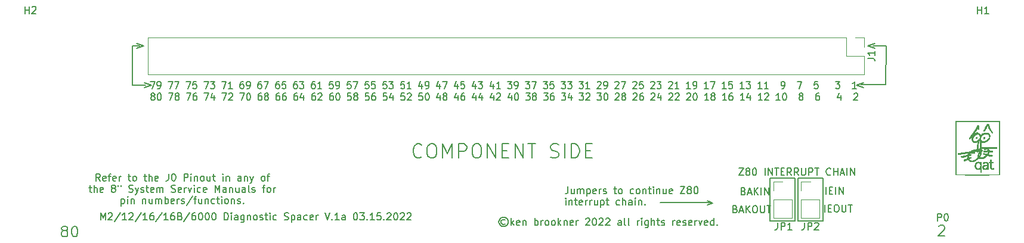
<source format=gto>
%TF.GenerationSoftware,KiCad,Pcbnew,(6.0.9-0)*%
%TF.CreationDate,2023-01-05T16:32:08-08:00*%
%TF.ProjectId,mini-extender-m2,6d696e69-2d65-4787-9465-6e6465722d6d,rev?*%
%TF.SameCoordinates,Original*%
%TF.FileFunction,Legend,Top*%
%TF.FilePolarity,Positive*%
%FSLAX46Y46*%
G04 Gerber Fmt 4.6, Leading zero omitted, Abs format (unit mm)*
G04 Created by KiCad (PCBNEW (6.0.9-0)) date 2023-01-05 16:32:08*
%MOMM*%
%LPD*%
G01*
G04 APERTURE LIST*
%ADD10C,0.150000*%
%ADD11C,0.200000*%
%ADD12C,0.120000*%
%ADD13C,0.010000*%
G04 APERTURE END LIST*
D10*
X101219000Y-71374000D02*
X99314000Y-71374000D01*
X189865000Y-84582000D02*
X193421000Y-84582000D01*
X193421000Y-84582000D02*
X193421000Y-90678000D01*
X193421000Y-90678000D02*
X189865000Y-90678000D01*
X189865000Y-90678000D02*
X189865000Y-84582000D01*
X99314000Y-65786000D02*
X100330000Y-65786000D01*
X206375000Y-65786000D02*
X204470000Y-65786000D01*
X202819000Y-71247000D02*
X206248000Y-71247000D01*
X206248000Y-71247000D02*
X206375000Y-65786000D01*
X193802000Y-84582000D02*
X197358000Y-84582000D01*
X197358000Y-84582000D02*
X197358000Y-90678000D01*
X197358000Y-90678000D02*
X193802000Y-90678000D01*
X193802000Y-90678000D02*
X193802000Y-84582000D01*
X99314000Y-71374000D02*
X99314000Y-65786000D01*
X174244000Y-88011000D02*
X181610000Y-88011000D01*
X102150571Y-72905952D02*
X102060000Y-72858333D01*
X102014714Y-72810714D01*
X101969428Y-72715476D01*
X101969428Y-72667857D01*
X102014714Y-72572619D01*
X102060000Y-72525000D01*
X102150571Y-72477380D01*
X102331714Y-72477380D01*
X102422285Y-72525000D01*
X102467571Y-72572619D01*
X102512857Y-72667857D01*
X102512857Y-72715476D01*
X102467571Y-72810714D01*
X102422285Y-72858333D01*
X102331714Y-72905952D01*
X102150571Y-72905952D01*
X102060000Y-72953571D01*
X102014714Y-73001190D01*
X101969428Y-73096428D01*
X101969428Y-73286904D01*
X102014714Y-73382142D01*
X102060000Y-73429761D01*
X102150571Y-73477380D01*
X102331714Y-73477380D01*
X102422285Y-73429761D01*
X102467571Y-73382142D01*
X102512857Y-73286904D01*
X102512857Y-73096428D01*
X102467571Y-73001190D01*
X102422285Y-72953571D01*
X102331714Y-72905952D01*
X103101571Y-72477380D02*
X103192142Y-72477380D01*
X103282714Y-72525000D01*
X103328000Y-72572619D01*
X103373285Y-72667857D01*
X103418571Y-72858333D01*
X103418571Y-73096428D01*
X103373285Y-73286904D01*
X103328000Y-73382142D01*
X103282714Y-73429761D01*
X103192142Y-73477380D01*
X103101571Y-73477380D01*
X103011000Y-73429761D01*
X102965714Y-73382142D01*
X102920428Y-73286904D01*
X102875142Y-73096428D01*
X102875142Y-72858333D01*
X102920428Y-72667857D01*
X102965714Y-72572619D01*
X103011000Y-72525000D01*
X103101571Y-72477380D01*
X104460142Y-72477380D02*
X105094142Y-72477380D01*
X104686571Y-73477380D01*
X105592285Y-72905952D02*
X105501714Y-72858333D01*
X105456428Y-72810714D01*
X105411142Y-72715476D01*
X105411142Y-72667857D01*
X105456428Y-72572619D01*
X105501714Y-72525000D01*
X105592285Y-72477380D01*
X105773428Y-72477380D01*
X105864000Y-72525000D01*
X105909285Y-72572619D01*
X105954571Y-72667857D01*
X105954571Y-72715476D01*
X105909285Y-72810714D01*
X105864000Y-72858333D01*
X105773428Y-72905952D01*
X105592285Y-72905952D01*
X105501714Y-72953571D01*
X105456428Y-73001190D01*
X105411142Y-73096428D01*
X105411142Y-73286904D01*
X105456428Y-73382142D01*
X105501714Y-73429761D01*
X105592285Y-73477380D01*
X105773428Y-73477380D01*
X105864000Y-73429761D01*
X105909285Y-73382142D01*
X105954571Y-73286904D01*
X105954571Y-73096428D01*
X105909285Y-73001190D01*
X105864000Y-72953571D01*
X105773428Y-72905952D01*
X106996142Y-72477380D02*
X107630142Y-72477380D01*
X107222571Y-73477380D01*
X108400000Y-72477380D02*
X108218857Y-72477380D01*
X108128285Y-72525000D01*
X108083000Y-72572619D01*
X107992428Y-72715476D01*
X107947142Y-72905952D01*
X107947142Y-73286904D01*
X107992428Y-73382142D01*
X108037714Y-73429761D01*
X108128285Y-73477380D01*
X108309428Y-73477380D01*
X108400000Y-73429761D01*
X108445285Y-73382142D01*
X108490571Y-73286904D01*
X108490571Y-73048809D01*
X108445285Y-72953571D01*
X108400000Y-72905952D01*
X108309428Y-72858333D01*
X108128285Y-72858333D01*
X108037714Y-72905952D01*
X107992428Y-72953571D01*
X107947142Y-73048809D01*
X109532142Y-72477380D02*
X110166142Y-72477380D01*
X109758571Y-73477380D01*
X110936000Y-72810714D02*
X110936000Y-73477380D01*
X110709571Y-72429761D02*
X110483142Y-73144047D01*
X111071857Y-73144047D01*
X112068142Y-72477380D02*
X112702142Y-72477380D01*
X112294571Y-73477380D01*
X113019142Y-72572619D02*
X113064428Y-72525000D01*
X113155000Y-72477380D01*
X113381428Y-72477380D01*
X113472000Y-72525000D01*
X113517285Y-72572619D01*
X113562571Y-72667857D01*
X113562571Y-72763095D01*
X113517285Y-72905952D01*
X112973857Y-73477380D01*
X113562571Y-73477380D01*
X114604142Y-72477380D02*
X115238142Y-72477380D01*
X114830571Y-73477380D01*
X115781571Y-72477380D02*
X115872142Y-72477380D01*
X115962714Y-72525000D01*
X116008000Y-72572619D01*
X116053285Y-72667857D01*
X116098571Y-72858333D01*
X116098571Y-73096428D01*
X116053285Y-73286904D01*
X116008000Y-73382142D01*
X115962714Y-73429761D01*
X115872142Y-73477380D01*
X115781571Y-73477380D01*
X115691000Y-73429761D01*
X115645714Y-73382142D01*
X115600428Y-73286904D01*
X115555142Y-73096428D01*
X115555142Y-72858333D01*
X115600428Y-72667857D01*
X115645714Y-72572619D01*
X115691000Y-72525000D01*
X115781571Y-72477380D01*
X117638285Y-72477380D02*
X117457142Y-72477380D01*
X117366571Y-72525000D01*
X117321285Y-72572619D01*
X117230714Y-72715476D01*
X117185428Y-72905952D01*
X117185428Y-73286904D01*
X117230714Y-73382142D01*
X117276000Y-73429761D01*
X117366571Y-73477380D01*
X117547714Y-73477380D01*
X117638285Y-73429761D01*
X117683571Y-73382142D01*
X117728857Y-73286904D01*
X117728857Y-73048809D01*
X117683571Y-72953571D01*
X117638285Y-72905952D01*
X117547714Y-72858333D01*
X117366571Y-72858333D01*
X117276000Y-72905952D01*
X117230714Y-72953571D01*
X117185428Y-73048809D01*
X118272285Y-72905952D02*
X118181714Y-72858333D01*
X118136428Y-72810714D01*
X118091142Y-72715476D01*
X118091142Y-72667857D01*
X118136428Y-72572619D01*
X118181714Y-72525000D01*
X118272285Y-72477380D01*
X118453428Y-72477380D01*
X118544000Y-72525000D01*
X118589285Y-72572619D01*
X118634571Y-72667857D01*
X118634571Y-72715476D01*
X118589285Y-72810714D01*
X118544000Y-72858333D01*
X118453428Y-72905952D01*
X118272285Y-72905952D01*
X118181714Y-72953571D01*
X118136428Y-73001190D01*
X118091142Y-73096428D01*
X118091142Y-73286904D01*
X118136428Y-73382142D01*
X118181714Y-73429761D01*
X118272285Y-73477380D01*
X118453428Y-73477380D01*
X118544000Y-73429761D01*
X118589285Y-73382142D01*
X118634571Y-73286904D01*
X118634571Y-73096428D01*
X118589285Y-73001190D01*
X118544000Y-72953571D01*
X118453428Y-72905952D01*
X120174285Y-72477380D02*
X119993142Y-72477380D01*
X119902571Y-72525000D01*
X119857285Y-72572619D01*
X119766714Y-72715476D01*
X119721428Y-72905952D01*
X119721428Y-73286904D01*
X119766714Y-73382142D01*
X119812000Y-73429761D01*
X119902571Y-73477380D01*
X120083714Y-73477380D01*
X120174285Y-73429761D01*
X120219571Y-73382142D01*
X120264857Y-73286904D01*
X120264857Y-73048809D01*
X120219571Y-72953571D01*
X120174285Y-72905952D01*
X120083714Y-72858333D01*
X119902571Y-72858333D01*
X119812000Y-72905952D01*
X119766714Y-72953571D01*
X119721428Y-73048809D01*
X121080000Y-72477380D02*
X120898857Y-72477380D01*
X120808285Y-72525000D01*
X120763000Y-72572619D01*
X120672428Y-72715476D01*
X120627142Y-72905952D01*
X120627142Y-73286904D01*
X120672428Y-73382142D01*
X120717714Y-73429761D01*
X120808285Y-73477380D01*
X120989428Y-73477380D01*
X121080000Y-73429761D01*
X121125285Y-73382142D01*
X121170571Y-73286904D01*
X121170571Y-73048809D01*
X121125285Y-72953571D01*
X121080000Y-72905952D01*
X120989428Y-72858333D01*
X120808285Y-72858333D01*
X120717714Y-72905952D01*
X120672428Y-72953571D01*
X120627142Y-73048809D01*
X122710285Y-72477380D02*
X122529142Y-72477380D01*
X122438571Y-72525000D01*
X122393285Y-72572619D01*
X122302714Y-72715476D01*
X122257428Y-72905952D01*
X122257428Y-73286904D01*
X122302714Y-73382142D01*
X122348000Y-73429761D01*
X122438571Y-73477380D01*
X122619714Y-73477380D01*
X122710285Y-73429761D01*
X122755571Y-73382142D01*
X122800857Y-73286904D01*
X122800857Y-73048809D01*
X122755571Y-72953571D01*
X122710285Y-72905952D01*
X122619714Y-72858333D01*
X122438571Y-72858333D01*
X122348000Y-72905952D01*
X122302714Y-72953571D01*
X122257428Y-73048809D01*
X123616000Y-72810714D02*
X123616000Y-73477380D01*
X123389571Y-72429761D02*
X123163142Y-73144047D01*
X123751857Y-73144047D01*
X125246285Y-72477380D02*
X125065142Y-72477380D01*
X124974571Y-72525000D01*
X124929285Y-72572619D01*
X124838714Y-72715476D01*
X124793428Y-72905952D01*
X124793428Y-73286904D01*
X124838714Y-73382142D01*
X124884000Y-73429761D01*
X124974571Y-73477380D01*
X125155714Y-73477380D01*
X125246285Y-73429761D01*
X125291571Y-73382142D01*
X125336857Y-73286904D01*
X125336857Y-73048809D01*
X125291571Y-72953571D01*
X125246285Y-72905952D01*
X125155714Y-72858333D01*
X124974571Y-72858333D01*
X124884000Y-72905952D01*
X124838714Y-72953571D01*
X124793428Y-73048809D01*
X125699142Y-72572619D02*
X125744428Y-72525000D01*
X125835000Y-72477380D01*
X126061428Y-72477380D01*
X126152000Y-72525000D01*
X126197285Y-72572619D01*
X126242571Y-72667857D01*
X126242571Y-72763095D01*
X126197285Y-72905952D01*
X125653857Y-73477380D01*
X126242571Y-73477380D01*
X127782285Y-72477380D02*
X127601142Y-72477380D01*
X127510571Y-72525000D01*
X127465285Y-72572619D01*
X127374714Y-72715476D01*
X127329428Y-72905952D01*
X127329428Y-73286904D01*
X127374714Y-73382142D01*
X127420000Y-73429761D01*
X127510571Y-73477380D01*
X127691714Y-73477380D01*
X127782285Y-73429761D01*
X127827571Y-73382142D01*
X127872857Y-73286904D01*
X127872857Y-73048809D01*
X127827571Y-72953571D01*
X127782285Y-72905952D01*
X127691714Y-72858333D01*
X127510571Y-72858333D01*
X127420000Y-72905952D01*
X127374714Y-72953571D01*
X127329428Y-73048809D01*
X128461571Y-72477380D02*
X128552142Y-72477380D01*
X128642714Y-72525000D01*
X128688000Y-72572619D01*
X128733285Y-72667857D01*
X128778571Y-72858333D01*
X128778571Y-73096428D01*
X128733285Y-73286904D01*
X128688000Y-73382142D01*
X128642714Y-73429761D01*
X128552142Y-73477380D01*
X128461571Y-73477380D01*
X128371000Y-73429761D01*
X128325714Y-73382142D01*
X128280428Y-73286904D01*
X128235142Y-73096428D01*
X128235142Y-72858333D01*
X128280428Y-72667857D01*
X128325714Y-72572619D01*
X128371000Y-72525000D01*
X128461571Y-72477380D01*
X130363571Y-72477380D02*
X129910714Y-72477380D01*
X129865428Y-72953571D01*
X129910714Y-72905952D01*
X130001285Y-72858333D01*
X130227714Y-72858333D01*
X130318285Y-72905952D01*
X130363571Y-72953571D01*
X130408857Y-73048809D01*
X130408857Y-73286904D01*
X130363571Y-73382142D01*
X130318285Y-73429761D01*
X130227714Y-73477380D01*
X130001285Y-73477380D01*
X129910714Y-73429761D01*
X129865428Y-73382142D01*
X130952285Y-72905952D02*
X130861714Y-72858333D01*
X130816428Y-72810714D01*
X130771142Y-72715476D01*
X130771142Y-72667857D01*
X130816428Y-72572619D01*
X130861714Y-72525000D01*
X130952285Y-72477380D01*
X131133428Y-72477380D01*
X131224000Y-72525000D01*
X131269285Y-72572619D01*
X131314571Y-72667857D01*
X131314571Y-72715476D01*
X131269285Y-72810714D01*
X131224000Y-72858333D01*
X131133428Y-72905952D01*
X130952285Y-72905952D01*
X130861714Y-72953571D01*
X130816428Y-73001190D01*
X130771142Y-73096428D01*
X130771142Y-73286904D01*
X130816428Y-73382142D01*
X130861714Y-73429761D01*
X130952285Y-73477380D01*
X131133428Y-73477380D01*
X131224000Y-73429761D01*
X131269285Y-73382142D01*
X131314571Y-73286904D01*
X131314571Y-73096428D01*
X131269285Y-73001190D01*
X131224000Y-72953571D01*
X131133428Y-72905952D01*
X132899571Y-72477380D02*
X132446714Y-72477380D01*
X132401428Y-72953571D01*
X132446714Y-72905952D01*
X132537285Y-72858333D01*
X132763714Y-72858333D01*
X132854285Y-72905952D01*
X132899571Y-72953571D01*
X132944857Y-73048809D01*
X132944857Y-73286904D01*
X132899571Y-73382142D01*
X132854285Y-73429761D01*
X132763714Y-73477380D01*
X132537285Y-73477380D01*
X132446714Y-73429761D01*
X132401428Y-73382142D01*
X133760000Y-72477380D02*
X133578857Y-72477380D01*
X133488285Y-72525000D01*
X133443000Y-72572619D01*
X133352428Y-72715476D01*
X133307142Y-72905952D01*
X133307142Y-73286904D01*
X133352428Y-73382142D01*
X133397714Y-73429761D01*
X133488285Y-73477380D01*
X133669428Y-73477380D01*
X133760000Y-73429761D01*
X133805285Y-73382142D01*
X133850571Y-73286904D01*
X133850571Y-73048809D01*
X133805285Y-72953571D01*
X133760000Y-72905952D01*
X133669428Y-72858333D01*
X133488285Y-72858333D01*
X133397714Y-72905952D01*
X133352428Y-72953571D01*
X133307142Y-73048809D01*
X135435571Y-72477380D02*
X134982714Y-72477380D01*
X134937428Y-72953571D01*
X134982714Y-72905952D01*
X135073285Y-72858333D01*
X135299714Y-72858333D01*
X135390285Y-72905952D01*
X135435571Y-72953571D01*
X135480857Y-73048809D01*
X135480857Y-73286904D01*
X135435571Y-73382142D01*
X135390285Y-73429761D01*
X135299714Y-73477380D01*
X135073285Y-73477380D01*
X134982714Y-73429761D01*
X134937428Y-73382142D01*
X136296000Y-72810714D02*
X136296000Y-73477380D01*
X136069571Y-72429761D02*
X135843142Y-73144047D01*
X136431857Y-73144047D01*
X137971571Y-72477380D02*
X137518714Y-72477380D01*
X137473428Y-72953571D01*
X137518714Y-72905952D01*
X137609285Y-72858333D01*
X137835714Y-72858333D01*
X137926285Y-72905952D01*
X137971571Y-72953571D01*
X138016857Y-73048809D01*
X138016857Y-73286904D01*
X137971571Y-73382142D01*
X137926285Y-73429761D01*
X137835714Y-73477380D01*
X137609285Y-73477380D01*
X137518714Y-73429761D01*
X137473428Y-73382142D01*
X138379142Y-72572619D02*
X138424428Y-72525000D01*
X138515000Y-72477380D01*
X138741428Y-72477380D01*
X138832000Y-72525000D01*
X138877285Y-72572619D01*
X138922571Y-72667857D01*
X138922571Y-72763095D01*
X138877285Y-72905952D01*
X138333857Y-73477380D01*
X138922571Y-73477380D01*
X140507571Y-72477380D02*
X140054714Y-72477380D01*
X140009428Y-72953571D01*
X140054714Y-72905952D01*
X140145285Y-72858333D01*
X140371714Y-72858333D01*
X140462285Y-72905952D01*
X140507571Y-72953571D01*
X140552857Y-73048809D01*
X140552857Y-73286904D01*
X140507571Y-73382142D01*
X140462285Y-73429761D01*
X140371714Y-73477380D01*
X140145285Y-73477380D01*
X140054714Y-73429761D01*
X140009428Y-73382142D01*
X141141571Y-72477380D02*
X141232142Y-72477380D01*
X141322714Y-72525000D01*
X141368000Y-72572619D01*
X141413285Y-72667857D01*
X141458571Y-72858333D01*
X141458571Y-73096428D01*
X141413285Y-73286904D01*
X141368000Y-73382142D01*
X141322714Y-73429761D01*
X141232142Y-73477380D01*
X141141571Y-73477380D01*
X141051000Y-73429761D01*
X141005714Y-73382142D01*
X140960428Y-73286904D01*
X140915142Y-73096428D01*
X140915142Y-72858333D01*
X140960428Y-72667857D01*
X141005714Y-72572619D01*
X141051000Y-72525000D01*
X141141571Y-72477380D01*
X142998285Y-72810714D02*
X142998285Y-73477380D01*
X142771857Y-72429761D02*
X142545428Y-73144047D01*
X143134142Y-73144047D01*
X143632285Y-72905952D02*
X143541714Y-72858333D01*
X143496428Y-72810714D01*
X143451142Y-72715476D01*
X143451142Y-72667857D01*
X143496428Y-72572619D01*
X143541714Y-72525000D01*
X143632285Y-72477380D01*
X143813428Y-72477380D01*
X143904000Y-72525000D01*
X143949285Y-72572619D01*
X143994571Y-72667857D01*
X143994571Y-72715476D01*
X143949285Y-72810714D01*
X143904000Y-72858333D01*
X143813428Y-72905952D01*
X143632285Y-72905952D01*
X143541714Y-72953571D01*
X143496428Y-73001190D01*
X143451142Y-73096428D01*
X143451142Y-73286904D01*
X143496428Y-73382142D01*
X143541714Y-73429761D01*
X143632285Y-73477380D01*
X143813428Y-73477380D01*
X143904000Y-73429761D01*
X143949285Y-73382142D01*
X143994571Y-73286904D01*
X143994571Y-73096428D01*
X143949285Y-73001190D01*
X143904000Y-72953571D01*
X143813428Y-72905952D01*
X145534285Y-72810714D02*
X145534285Y-73477380D01*
X145307857Y-72429761D02*
X145081428Y-73144047D01*
X145670142Y-73144047D01*
X146440000Y-72477380D02*
X146258857Y-72477380D01*
X146168285Y-72525000D01*
X146123000Y-72572619D01*
X146032428Y-72715476D01*
X145987142Y-72905952D01*
X145987142Y-73286904D01*
X146032428Y-73382142D01*
X146077714Y-73429761D01*
X146168285Y-73477380D01*
X146349428Y-73477380D01*
X146440000Y-73429761D01*
X146485285Y-73382142D01*
X146530571Y-73286904D01*
X146530571Y-73048809D01*
X146485285Y-72953571D01*
X146440000Y-72905952D01*
X146349428Y-72858333D01*
X146168285Y-72858333D01*
X146077714Y-72905952D01*
X146032428Y-72953571D01*
X145987142Y-73048809D01*
X148070285Y-72810714D02*
X148070285Y-73477380D01*
X147843857Y-72429761D02*
X147617428Y-73144047D01*
X148206142Y-73144047D01*
X148976000Y-72810714D02*
X148976000Y-73477380D01*
X148749571Y-72429761D02*
X148523142Y-73144047D01*
X149111857Y-73144047D01*
X150606285Y-72810714D02*
X150606285Y-73477380D01*
X150379857Y-72429761D02*
X150153428Y-73144047D01*
X150742142Y-73144047D01*
X151059142Y-72572619D02*
X151104428Y-72525000D01*
X151195000Y-72477380D01*
X151421428Y-72477380D01*
X151512000Y-72525000D01*
X151557285Y-72572619D01*
X151602571Y-72667857D01*
X151602571Y-72763095D01*
X151557285Y-72905952D01*
X151013857Y-73477380D01*
X151602571Y-73477380D01*
X153142285Y-72810714D02*
X153142285Y-73477380D01*
X152915857Y-72429761D02*
X152689428Y-73144047D01*
X153278142Y-73144047D01*
X153821571Y-72477380D02*
X153912142Y-72477380D01*
X154002714Y-72525000D01*
X154048000Y-72572619D01*
X154093285Y-72667857D01*
X154138571Y-72858333D01*
X154138571Y-73096428D01*
X154093285Y-73286904D01*
X154048000Y-73382142D01*
X154002714Y-73429761D01*
X153912142Y-73477380D01*
X153821571Y-73477380D01*
X153731000Y-73429761D01*
X153685714Y-73382142D01*
X153640428Y-73286904D01*
X153595142Y-73096428D01*
X153595142Y-72858333D01*
X153640428Y-72667857D01*
X153685714Y-72572619D01*
X153731000Y-72525000D01*
X153821571Y-72477380D01*
X155180142Y-72477380D02*
X155768857Y-72477380D01*
X155451857Y-72858333D01*
X155587714Y-72858333D01*
X155678285Y-72905952D01*
X155723571Y-72953571D01*
X155768857Y-73048809D01*
X155768857Y-73286904D01*
X155723571Y-73382142D01*
X155678285Y-73429761D01*
X155587714Y-73477380D01*
X155316000Y-73477380D01*
X155225428Y-73429761D01*
X155180142Y-73382142D01*
X156312285Y-72905952D02*
X156221714Y-72858333D01*
X156176428Y-72810714D01*
X156131142Y-72715476D01*
X156131142Y-72667857D01*
X156176428Y-72572619D01*
X156221714Y-72525000D01*
X156312285Y-72477380D01*
X156493428Y-72477380D01*
X156584000Y-72525000D01*
X156629285Y-72572619D01*
X156674571Y-72667857D01*
X156674571Y-72715476D01*
X156629285Y-72810714D01*
X156584000Y-72858333D01*
X156493428Y-72905952D01*
X156312285Y-72905952D01*
X156221714Y-72953571D01*
X156176428Y-73001190D01*
X156131142Y-73096428D01*
X156131142Y-73286904D01*
X156176428Y-73382142D01*
X156221714Y-73429761D01*
X156312285Y-73477380D01*
X156493428Y-73477380D01*
X156584000Y-73429761D01*
X156629285Y-73382142D01*
X156674571Y-73286904D01*
X156674571Y-73096428D01*
X156629285Y-73001190D01*
X156584000Y-72953571D01*
X156493428Y-72905952D01*
X157716142Y-72477380D02*
X158304857Y-72477380D01*
X157987857Y-72858333D01*
X158123714Y-72858333D01*
X158214285Y-72905952D01*
X158259571Y-72953571D01*
X158304857Y-73048809D01*
X158304857Y-73286904D01*
X158259571Y-73382142D01*
X158214285Y-73429761D01*
X158123714Y-73477380D01*
X157852000Y-73477380D01*
X157761428Y-73429761D01*
X157716142Y-73382142D01*
X159120000Y-72477380D02*
X158938857Y-72477380D01*
X158848285Y-72525000D01*
X158803000Y-72572619D01*
X158712428Y-72715476D01*
X158667142Y-72905952D01*
X158667142Y-73286904D01*
X158712428Y-73382142D01*
X158757714Y-73429761D01*
X158848285Y-73477380D01*
X159029428Y-73477380D01*
X159120000Y-73429761D01*
X159165285Y-73382142D01*
X159210571Y-73286904D01*
X159210571Y-73048809D01*
X159165285Y-72953571D01*
X159120000Y-72905952D01*
X159029428Y-72858333D01*
X158848285Y-72858333D01*
X158757714Y-72905952D01*
X158712428Y-72953571D01*
X158667142Y-73048809D01*
X160252142Y-72477380D02*
X160840857Y-72477380D01*
X160523857Y-72858333D01*
X160659714Y-72858333D01*
X160750285Y-72905952D01*
X160795571Y-72953571D01*
X160840857Y-73048809D01*
X160840857Y-73286904D01*
X160795571Y-73382142D01*
X160750285Y-73429761D01*
X160659714Y-73477380D01*
X160388000Y-73477380D01*
X160297428Y-73429761D01*
X160252142Y-73382142D01*
X161656000Y-72810714D02*
X161656000Y-73477380D01*
X161429571Y-72429761D02*
X161203142Y-73144047D01*
X161791857Y-73144047D01*
X162788142Y-72477380D02*
X163376857Y-72477380D01*
X163059857Y-72858333D01*
X163195714Y-72858333D01*
X163286285Y-72905952D01*
X163331571Y-72953571D01*
X163376857Y-73048809D01*
X163376857Y-73286904D01*
X163331571Y-73382142D01*
X163286285Y-73429761D01*
X163195714Y-73477380D01*
X162924000Y-73477380D01*
X162833428Y-73429761D01*
X162788142Y-73382142D01*
X163739142Y-72572619D02*
X163784428Y-72525000D01*
X163875000Y-72477380D01*
X164101428Y-72477380D01*
X164192000Y-72525000D01*
X164237285Y-72572619D01*
X164282571Y-72667857D01*
X164282571Y-72763095D01*
X164237285Y-72905952D01*
X163693857Y-73477380D01*
X164282571Y-73477380D01*
X165324142Y-72477380D02*
X165912857Y-72477380D01*
X165595857Y-72858333D01*
X165731714Y-72858333D01*
X165822285Y-72905952D01*
X165867571Y-72953571D01*
X165912857Y-73048809D01*
X165912857Y-73286904D01*
X165867571Y-73382142D01*
X165822285Y-73429761D01*
X165731714Y-73477380D01*
X165460000Y-73477380D01*
X165369428Y-73429761D01*
X165324142Y-73382142D01*
X166501571Y-72477380D02*
X166592142Y-72477380D01*
X166682714Y-72525000D01*
X166728000Y-72572619D01*
X166773285Y-72667857D01*
X166818571Y-72858333D01*
X166818571Y-73096428D01*
X166773285Y-73286904D01*
X166728000Y-73382142D01*
X166682714Y-73429761D01*
X166592142Y-73477380D01*
X166501571Y-73477380D01*
X166411000Y-73429761D01*
X166365714Y-73382142D01*
X166320428Y-73286904D01*
X166275142Y-73096428D01*
X166275142Y-72858333D01*
X166320428Y-72667857D01*
X166365714Y-72572619D01*
X166411000Y-72525000D01*
X166501571Y-72477380D01*
X167905428Y-72572619D02*
X167950714Y-72525000D01*
X168041285Y-72477380D01*
X168267714Y-72477380D01*
X168358285Y-72525000D01*
X168403571Y-72572619D01*
X168448857Y-72667857D01*
X168448857Y-72763095D01*
X168403571Y-72905952D01*
X167860142Y-73477380D01*
X168448857Y-73477380D01*
X168992285Y-72905952D02*
X168901714Y-72858333D01*
X168856428Y-72810714D01*
X168811142Y-72715476D01*
X168811142Y-72667857D01*
X168856428Y-72572619D01*
X168901714Y-72525000D01*
X168992285Y-72477380D01*
X169173428Y-72477380D01*
X169264000Y-72525000D01*
X169309285Y-72572619D01*
X169354571Y-72667857D01*
X169354571Y-72715476D01*
X169309285Y-72810714D01*
X169264000Y-72858333D01*
X169173428Y-72905952D01*
X168992285Y-72905952D01*
X168901714Y-72953571D01*
X168856428Y-73001190D01*
X168811142Y-73096428D01*
X168811142Y-73286904D01*
X168856428Y-73382142D01*
X168901714Y-73429761D01*
X168992285Y-73477380D01*
X169173428Y-73477380D01*
X169264000Y-73429761D01*
X169309285Y-73382142D01*
X169354571Y-73286904D01*
X169354571Y-73096428D01*
X169309285Y-73001190D01*
X169264000Y-72953571D01*
X169173428Y-72905952D01*
X170441428Y-72572619D02*
X170486714Y-72525000D01*
X170577285Y-72477380D01*
X170803714Y-72477380D01*
X170894285Y-72525000D01*
X170939571Y-72572619D01*
X170984857Y-72667857D01*
X170984857Y-72763095D01*
X170939571Y-72905952D01*
X170396142Y-73477380D01*
X170984857Y-73477380D01*
X171800000Y-72477380D02*
X171618857Y-72477380D01*
X171528285Y-72525000D01*
X171483000Y-72572619D01*
X171392428Y-72715476D01*
X171347142Y-72905952D01*
X171347142Y-73286904D01*
X171392428Y-73382142D01*
X171437714Y-73429761D01*
X171528285Y-73477380D01*
X171709428Y-73477380D01*
X171800000Y-73429761D01*
X171845285Y-73382142D01*
X171890571Y-73286904D01*
X171890571Y-73048809D01*
X171845285Y-72953571D01*
X171800000Y-72905952D01*
X171709428Y-72858333D01*
X171528285Y-72858333D01*
X171437714Y-72905952D01*
X171392428Y-72953571D01*
X171347142Y-73048809D01*
X172977428Y-72572619D02*
X173022714Y-72525000D01*
X173113285Y-72477380D01*
X173339714Y-72477380D01*
X173430285Y-72525000D01*
X173475571Y-72572619D01*
X173520857Y-72667857D01*
X173520857Y-72763095D01*
X173475571Y-72905952D01*
X172932142Y-73477380D01*
X173520857Y-73477380D01*
X174336000Y-72810714D02*
X174336000Y-73477380D01*
X174109571Y-72429761D02*
X173883142Y-73144047D01*
X174471857Y-73144047D01*
X175513428Y-72572619D02*
X175558714Y-72525000D01*
X175649285Y-72477380D01*
X175875714Y-72477380D01*
X175966285Y-72525000D01*
X176011571Y-72572619D01*
X176056857Y-72667857D01*
X176056857Y-72763095D01*
X176011571Y-72905952D01*
X175468142Y-73477380D01*
X176056857Y-73477380D01*
X176419142Y-72572619D02*
X176464428Y-72525000D01*
X176555000Y-72477380D01*
X176781428Y-72477380D01*
X176872000Y-72525000D01*
X176917285Y-72572619D01*
X176962571Y-72667857D01*
X176962571Y-72763095D01*
X176917285Y-72905952D01*
X176373857Y-73477380D01*
X176962571Y-73477380D01*
X178049428Y-72572619D02*
X178094714Y-72525000D01*
X178185285Y-72477380D01*
X178411714Y-72477380D01*
X178502285Y-72525000D01*
X178547571Y-72572619D01*
X178592857Y-72667857D01*
X178592857Y-72763095D01*
X178547571Y-72905952D01*
X178004142Y-73477380D01*
X178592857Y-73477380D01*
X179181571Y-72477380D02*
X179272142Y-72477380D01*
X179362714Y-72525000D01*
X179408000Y-72572619D01*
X179453285Y-72667857D01*
X179498571Y-72858333D01*
X179498571Y-73096428D01*
X179453285Y-73286904D01*
X179408000Y-73382142D01*
X179362714Y-73429761D01*
X179272142Y-73477380D01*
X179181571Y-73477380D01*
X179091000Y-73429761D01*
X179045714Y-73382142D01*
X179000428Y-73286904D01*
X178955142Y-73096428D01*
X178955142Y-72858333D01*
X179000428Y-72667857D01*
X179045714Y-72572619D01*
X179091000Y-72525000D01*
X179181571Y-72477380D01*
X181128857Y-73477380D02*
X180585428Y-73477380D01*
X180857142Y-73477380D02*
X180857142Y-72477380D01*
X180766571Y-72620238D01*
X180676000Y-72715476D01*
X180585428Y-72763095D01*
X181672285Y-72905952D02*
X181581714Y-72858333D01*
X181536428Y-72810714D01*
X181491142Y-72715476D01*
X181491142Y-72667857D01*
X181536428Y-72572619D01*
X181581714Y-72525000D01*
X181672285Y-72477380D01*
X181853428Y-72477380D01*
X181944000Y-72525000D01*
X181989285Y-72572619D01*
X182034571Y-72667857D01*
X182034571Y-72715476D01*
X181989285Y-72810714D01*
X181944000Y-72858333D01*
X181853428Y-72905952D01*
X181672285Y-72905952D01*
X181581714Y-72953571D01*
X181536428Y-73001190D01*
X181491142Y-73096428D01*
X181491142Y-73286904D01*
X181536428Y-73382142D01*
X181581714Y-73429761D01*
X181672285Y-73477380D01*
X181853428Y-73477380D01*
X181944000Y-73429761D01*
X181989285Y-73382142D01*
X182034571Y-73286904D01*
X182034571Y-73096428D01*
X181989285Y-73001190D01*
X181944000Y-72953571D01*
X181853428Y-72905952D01*
X183664857Y-73477380D02*
X183121428Y-73477380D01*
X183393142Y-73477380D02*
X183393142Y-72477380D01*
X183302571Y-72620238D01*
X183212000Y-72715476D01*
X183121428Y-72763095D01*
X184480000Y-72477380D02*
X184298857Y-72477380D01*
X184208285Y-72525000D01*
X184163000Y-72572619D01*
X184072428Y-72715476D01*
X184027142Y-72905952D01*
X184027142Y-73286904D01*
X184072428Y-73382142D01*
X184117714Y-73429761D01*
X184208285Y-73477380D01*
X184389428Y-73477380D01*
X184480000Y-73429761D01*
X184525285Y-73382142D01*
X184570571Y-73286904D01*
X184570571Y-73048809D01*
X184525285Y-72953571D01*
X184480000Y-72905952D01*
X184389428Y-72858333D01*
X184208285Y-72858333D01*
X184117714Y-72905952D01*
X184072428Y-72953571D01*
X184027142Y-73048809D01*
X186200857Y-73477380D02*
X185657428Y-73477380D01*
X185929142Y-73477380D02*
X185929142Y-72477380D01*
X185838571Y-72620238D01*
X185748000Y-72715476D01*
X185657428Y-72763095D01*
X187016000Y-72810714D02*
X187016000Y-73477380D01*
X186789571Y-72429761D02*
X186563142Y-73144047D01*
X187151857Y-73144047D01*
X188736857Y-73477380D02*
X188193428Y-73477380D01*
X188465142Y-73477380D02*
X188465142Y-72477380D01*
X188374571Y-72620238D01*
X188284000Y-72715476D01*
X188193428Y-72763095D01*
X189099142Y-72572619D02*
X189144428Y-72525000D01*
X189235000Y-72477380D01*
X189461428Y-72477380D01*
X189552000Y-72525000D01*
X189597285Y-72572619D01*
X189642571Y-72667857D01*
X189642571Y-72763095D01*
X189597285Y-72905952D01*
X189053857Y-73477380D01*
X189642571Y-73477380D01*
X191272857Y-73477380D02*
X190729428Y-73477380D01*
X191001142Y-73477380D02*
X191001142Y-72477380D01*
X190910571Y-72620238D01*
X190820000Y-72715476D01*
X190729428Y-72763095D01*
X191861571Y-72477380D02*
X191952142Y-72477380D01*
X192042714Y-72525000D01*
X192088000Y-72572619D01*
X192133285Y-72667857D01*
X192178571Y-72858333D01*
X192178571Y-73096428D01*
X192133285Y-73286904D01*
X192088000Y-73382142D01*
X192042714Y-73429761D01*
X191952142Y-73477380D01*
X191861571Y-73477380D01*
X191771000Y-73429761D01*
X191725714Y-73382142D01*
X191680428Y-73286904D01*
X191635142Y-73096428D01*
X191635142Y-72858333D01*
X191680428Y-72667857D01*
X191725714Y-72572619D01*
X191771000Y-72525000D01*
X191861571Y-72477380D01*
X194171142Y-72905952D02*
X194080571Y-72858333D01*
X194035285Y-72810714D01*
X193990000Y-72715476D01*
X193990000Y-72667857D01*
X194035285Y-72572619D01*
X194080571Y-72525000D01*
X194171142Y-72477380D01*
X194352285Y-72477380D01*
X194442857Y-72525000D01*
X194488142Y-72572619D01*
X194533428Y-72667857D01*
X194533428Y-72715476D01*
X194488142Y-72810714D01*
X194442857Y-72858333D01*
X194352285Y-72905952D01*
X194171142Y-72905952D01*
X194080571Y-72953571D01*
X194035285Y-73001190D01*
X193990000Y-73096428D01*
X193990000Y-73286904D01*
X194035285Y-73382142D01*
X194080571Y-73429761D01*
X194171142Y-73477380D01*
X194352285Y-73477380D01*
X194442857Y-73429761D01*
X194488142Y-73382142D01*
X194533428Y-73286904D01*
X194533428Y-73096428D01*
X194488142Y-73001190D01*
X194442857Y-72953571D01*
X194352285Y-72905952D01*
X196797714Y-72477380D02*
X196616571Y-72477380D01*
X196526000Y-72525000D01*
X196480714Y-72572619D01*
X196390142Y-72715476D01*
X196344857Y-72905952D01*
X196344857Y-73286904D01*
X196390142Y-73382142D01*
X196435428Y-73429761D01*
X196526000Y-73477380D01*
X196707142Y-73477380D01*
X196797714Y-73429761D01*
X196843000Y-73382142D01*
X196888285Y-73286904D01*
X196888285Y-73048809D01*
X196843000Y-72953571D01*
X196797714Y-72905952D01*
X196707142Y-72858333D01*
X196526000Y-72858333D01*
X196435428Y-72905952D01*
X196390142Y-72953571D01*
X196344857Y-73048809D01*
X199877142Y-72810714D02*
X199877142Y-73477380D01*
X199650714Y-72429761D02*
X199424285Y-73144047D01*
X200013000Y-73144047D01*
X201779142Y-72572619D02*
X201824428Y-72525000D01*
X201915000Y-72477380D01*
X202141428Y-72477380D01*
X202232000Y-72525000D01*
X202277285Y-72572619D01*
X202322571Y-72667857D01*
X202322571Y-72763095D01*
X202277285Y-72905952D01*
X201733857Y-73477380D01*
X202322571Y-73477380D01*
X197794714Y-86812380D02*
X197794714Y-85812380D01*
X198270904Y-86288571D02*
X198604238Y-86288571D01*
X198747095Y-86812380D02*
X198270904Y-86812380D01*
X198270904Y-85812380D01*
X198747095Y-85812380D01*
X199175666Y-86812380D02*
X199175666Y-85812380D01*
X199651857Y-86812380D02*
X199651857Y-85812380D01*
X200223285Y-86812380D01*
X200223285Y-85812380D01*
X89566857Y-92023428D02*
X89424000Y-91952000D01*
X89352571Y-91880571D01*
X89281142Y-91737714D01*
X89281142Y-91666285D01*
X89352571Y-91523428D01*
X89424000Y-91452000D01*
X89566857Y-91380571D01*
X89852571Y-91380571D01*
X89995428Y-91452000D01*
X90066857Y-91523428D01*
X90138285Y-91666285D01*
X90138285Y-91737714D01*
X90066857Y-91880571D01*
X89995428Y-91952000D01*
X89852571Y-92023428D01*
X89566857Y-92023428D01*
X89424000Y-92094857D01*
X89352571Y-92166285D01*
X89281142Y-92309142D01*
X89281142Y-92594857D01*
X89352571Y-92737714D01*
X89424000Y-92809142D01*
X89566857Y-92880571D01*
X89852571Y-92880571D01*
X89995428Y-92809142D01*
X90066857Y-92737714D01*
X90138285Y-92594857D01*
X90138285Y-92309142D01*
X90066857Y-92166285D01*
X89995428Y-92094857D01*
X89852571Y-92023428D01*
X91066857Y-91380571D02*
X91209714Y-91380571D01*
X91352571Y-91452000D01*
X91424000Y-91523428D01*
X91495428Y-91666285D01*
X91566857Y-91952000D01*
X91566857Y-92309142D01*
X91495428Y-92594857D01*
X91424000Y-92737714D01*
X91352571Y-92809142D01*
X91209714Y-92880571D01*
X91066857Y-92880571D01*
X90924000Y-92809142D01*
X90852571Y-92737714D01*
X90781142Y-92594857D01*
X90709714Y-92309142D01*
X90709714Y-91952000D01*
X90781142Y-91666285D01*
X90852571Y-91523428D01*
X90924000Y-91452000D01*
X91066857Y-91380571D01*
X184912285Y-88955571D02*
X185055142Y-89003190D01*
X185102761Y-89050809D01*
X185150380Y-89146047D01*
X185150380Y-89288904D01*
X185102761Y-89384142D01*
X185055142Y-89431761D01*
X184959904Y-89479380D01*
X184578952Y-89479380D01*
X184578952Y-88479380D01*
X184912285Y-88479380D01*
X185007523Y-88527000D01*
X185055142Y-88574619D01*
X185102761Y-88669857D01*
X185102761Y-88765095D01*
X185055142Y-88860333D01*
X185007523Y-88907952D01*
X184912285Y-88955571D01*
X184578952Y-88955571D01*
X185531333Y-89193666D02*
X186007523Y-89193666D01*
X185436095Y-89479380D02*
X185769428Y-88479380D01*
X186102761Y-89479380D01*
X186436095Y-89479380D02*
X186436095Y-88479380D01*
X187007523Y-89479380D02*
X186578952Y-88907952D01*
X187007523Y-88479380D02*
X186436095Y-89050809D01*
X187626571Y-88479380D02*
X187817047Y-88479380D01*
X187912285Y-88527000D01*
X188007523Y-88622238D01*
X188055142Y-88812714D01*
X188055142Y-89146047D01*
X188007523Y-89336523D01*
X187912285Y-89431761D01*
X187817047Y-89479380D01*
X187626571Y-89479380D01*
X187531333Y-89431761D01*
X187436095Y-89336523D01*
X187388476Y-89146047D01*
X187388476Y-88812714D01*
X187436095Y-88622238D01*
X187531333Y-88527000D01*
X187626571Y-88479380D01*
X188483714Y-88479380D02*
X188483714Y-89288904D01*
X188531333Y-89384142D01*
X188578952Y-89431761D01*
X188674190Y-89479380D01*
X188864666Y-89479380D01*
X188959904Y-89431761D01*
X189007523Y-89384142D01*
X189055142Y-89288904D01*
X189055142Y-88479380D01*
X189388476Y-88479380D02*
X189959904Y-88479380D01*
X189674190Y-89479380D02*
X189674190Y-88479380D01*
X99909380Y-66119333D02*
X100909380Y-65786000D01*
X99909380Y-65452666D01*
X152211333Y-90495476D02*
X152116095Y-90447857D01*
X151925619Y-90447857D01*
X151830380Y-90495476D01*
X151735142Y-90590714D01*
X151687523Y-90685952D01*
X151687523Y-90876428D01*
X151735142Y-90971666D01*
X151830380Y-91066904D01*
X151925619Y-91114523D01*
X152116095Y-91114523D01*
X152211333Y-91066904D01*
X152020857Y-90114523D02*
X151782761Y-90162142D01*
X151544666Y-90305000D01*
X151401809Y-90543095D01*
X151354190Y-90781190D01*
X151401809Y-91019285D01*
X151544666Y-91257380D01*
X151782761Y-91400238D01*
X152020857Y-91447857D01*
X152258952Y-91400238D01*
X152497047Y-91257380D01*
X152639904Y-91019285D01*
X152687523Y-90781190D01*
X152639904Y-90543095D01*
X152497047Y-90305000D01*
X152258952Y-90162142D01*
X152020857Y-90114523D01*
X153116095Y-91257380D02*
X153116095Y-90257380D01*
X153211333Y-90876428D02*
X153497047Y-91257380D01*
X153497047Y-90590714D02*
X153116095Y-90971666D01*
X154306571Y-91209761D02*
X154211333Y-91257380D01*
X154020857Y-91257380D01*
X153925619Y-91209761D01*
X153877999Y-91114523D01*
X153877999Y-90733571D01*
X153925619Y-90638333D01*
X154020857Y-90590714D01*
X154211333Y-90590714D01*
X154306571Y-90638333D01*
X154354190Y-90733571D01*
X154354190Y-90828809D01*
X153877999Y-90924047D01*
X154782761Y-90590714D02*
X154782761Y-91257380D01*
X154782761Y-90685952D02*
X154830380Y-90638333D01*
X154925619Y-90590714D01*
X155068476Y-90590714D01*
X155163714Y-90638333D01*
X155211333Y-90733571D01*
X155211333Y-91257380D01*
X156449428Y-91257380D02*
X156449428Y-90257380D01*
X156449428Y-90638333D02*
X156544666Y-90590714D01*
X156735142Y-90590714D01*
X156830380Y-90638333D01*
X156877999Y-90685952D01*
X156925619Y-90781190D01*
X156925619Y-91066904D01*
X156877999Y-91162142D01*
X156830380Y-91209761D01*
X156735142Y-91257380D01*
X156544666Y-91257380D01*
X156449428Y-91209761D01*
X157354190Y-91257380D02*
X157354190Y-90590714D01*
X157354190Y-90781190D02*
X157401809Y-90685952D01*
X157449428Y-90638333D01*
X157544666Y-90590714D01*
X157639904Y-90590714D01*
X158116095Y-91257380D02*
X158020857Y-91209761D01*
X157973238Y-91162142D01*
X157925619Y-91066904D01*
X157925619Y-90781190D01*
X157973238Y-90685952D01*
X158020857Y-90638333D01*
X158116095Y-90590714D01*
X158258952Y-90590714D01*
X158354190Y-90638333D01*
X158401809Y-90685952D01*
X158449428Y-90781190D01*
X158449428Y-91066904D01*
X158401809Y-91162142D01*
X158354190Y-91209761D01*
X158258952Y-91257380D01*
X158116095Y-91257380D01*
X159020857Y-91257380D02*
X158925619Y-91209761D01*
X158877999Y-91162142D01*
X158830380Y-91066904D01*
X158830380Y-90781190D01*
X158877999Y-90685952D01*
X158925619Y-90638333D01*
X159020857Y-90590714D01*
X159163714Y-90590714D01*
X159258952Y-90638333D01*
X159306571Y-90685952D01*
X159354190Y-90781190D01*
X159354190Y-91066904D01*
X159306571Y-91162142D01*
X159258952Y-91209761D01*
X159163714Y-91257380D01*
X159020857Y-91257380D01*
X159782761Y-91257380D02*
X159782761Y-90257380D01*
X159877999Y-90876428D02*
X160163714Y-91257380D01*
X160163714Y-90590714D02*
X159782761Y-90971666D01*
X160592285Y-90590714D02*
X160592285Y-91257380D01*
X160592285Y-90685952D02*
X160639904Y-90638333D01*
X160735142Y-90590714D01*
X160877999Y-90590714D01*
X160973238Y-90638333D01*
X161020857Y-90733571D01*
X161020857Y-91257380D01*
X161877999Y-91209761D02*
X161782761Y-91257380D01*
X161592285Y-91257380D01*
X161497047Y-91209761D01*
X161449428Y-91114523D01*
X161449428Y-90733571D01*
X161497047Y-90638333D01*
X161592285Y-90590714D01*
X161782761Y-90590714D01*
X161877999Y-90638333D01*
X161925619Y-90733571D01*
X161925619Y-90828809D01*
X161449428Y-90924047D01*
X162354190Y-91257380D02*
X162354190Y-90590714D01*
X162354190Y-90781190D02*
X162401809Y-90685952D01*
X162449428Y-90638333D01*
X162544666Y-90590714D01*
X162639904Y-90590714D01*
X163687523Y-90352619D02*
X163735142Y-90305000D01*
X163830380Y-90257380D01*
X164068476Y-90257380D01*
X164163714Y-90305000D01*
X164211333Y-90352619D01*
X164258952Y-90447857D01*
X164258952Y-90543095D01*
X164211333Y-90685952D01*
X163639904Y-91257380D01*
X164258952Y-91257380D01*
X164877999Y-90257380D02*
X164973238Y-90257380D01*
X165068476Y-90305000D01*
X165116095Y-90352619D01*
X165163714Y-90447857D01*
X165211333Y-90638333D01*
X165211333Y-90876428D01*
X165163714Y-91066904D01*
X165116095Y-91162142D01*
X165068476Y-91209761D01*
X164973238Y-91257380D01*
X164877999Y-91257380D01*
X164782761Y-91209761D01*
X164735142Y-91162142D01*
X164687523Y-91066904D01*
X164639904Y-90876428D01*
X164639904Y-90638333D01*
X164687523Y-90447857D01*
X164735142Y-90352619D01*
X164782761Y-90305000D01*
X164877999Y-90257380D01*
X165592285Y-90352619D02*
X165639904Y-90305000D01*
X165735142Y-90257380D01*
X165973238Y-90257380D01*
X166068476Y-90305000D01*
X166116095Y-90352619D01*
X166163714Y-90447857D01*
X166163714Y-90543095D01*
X166116095Y-90685952D01*
X165544666Y-91257380D01*
X166163714Y-91257380D01*
X166544666Y-90352619D02*
X166592285Y-90305000D01*
X166687523Y-90257380D01*
X166925619Y-90257380D01*
X167020857Y-90305000D01*
X167068476Y-90352619D01*
X167116095Y-90447857D01*
X167116095Y-90543095D01*
X167068476Y-90685952D01*
X166497047Y-91257380D01*
X167116095Y-91257380D01*
X168735142Y-91257380D02*
X168735142Y-90733571D01*
X168687523Y-90638333D01*
X168592285Y-90590714D01*
X168401809Y-90590714D01*
X168306571Y-90638333D01*
X168735142Y-91209761D02*
X168639904Y-91257380D01*
X168401809Y-91257380D01*
X168306571Y-91209761D01*
X168258952Y-91114523D01*
X168258952Y-91019285D01*
X168306571Y-90924047D01*
X168401809Y-90876428D01*
X168639904Y-90876428D01*
X168735142Y-90828809D01*
X169354190Y-91257380D02*
X169258952Y-91209761D01*
X169211333Y-91114523D01*
X169211333Y-90257380D01*
X169877999Y-91257380D02*
X169782761Y-91209761D01*
X169735142Y-91114523D01*
X169735142Y-90257380D01*
X171020857Y-91257380D02*
X171020857Y-90590714D01*
X171020857Y-90781190D02*
X171068476Y-90685952D01*
X171116095Y-90638333D01*
X171211333Y-90590714D01*
X171306571Y-90590714D01*
X171639904Y-91257380D02*
X171639904Y-90590714D01*
X171639904Y-90257380D02*
X171592285Y-90305000D01*
X171639904Y-90352619D01*
X171687523Y-90305000D01*
X171639904Y-90257380D01*
X171639904Y-90352619D01*
X172544666Y-90590714D02*
X172544666Y-91400238D01*
X172497047Y-91495476D01*
X172449428Y-91543095D01*
X172354190Y-91590714D01*
X172211333Y-91590714D01*
X172116095Y-91543095D01*
X172544666Y-91209761D02*
X172449428Y-91257380D01*
X172258952Y-91257380D01*
X172163714Y-91209761D01*
X172116095Y-91162142D01*
X172068476Y-91066904D01*
X172068476Y-90781190D01*
X172116095Y-90685952D01*
X172163714Y-90638333D01*
X172258952Y-90590714D01*
X172449428Y-90590714D01*
X172544666Y-90638333D01*
X173020857Y-91257380D02*
X173020857Y-90257380D01*
X173449428Y-91257380D02*
X173449428Y-90733571D01*
X173401809Y-90638333D01*
X173306571Y-90590714D01*
X173163714Y-90590714D01*
X173068476Y-90638333D01*
X173020857Y-90685952D01*
X173782761Y-90590714D02*
X174163714Y-90590714D01*
X173925619Y-90257380D02*
X173925619Y-91114523D01*
X173973238Y-91209761D01*
X174068476Y-91257380D01*
X174163714Y-91257380D01*
X174449428Y-91209761D02*
X174544666Y-91257380D01*
X174735142Y-91257380D01*
X174830380Y-91209761D01*
X174877999Y-91114523D01*
X174877999Y-91066904D01*
X174830380Y-90971666D01*
X174735142Y-90924047D01*
X174592285Y-90924047D01*
X174497047Y-90876428D01*
X174449428Y-90781190D01*
X174449428Y-90733571D01*
X174497047Y-90638333D01*
X174592285Y-90590714D01*
X174735142Y-90590714D01*
X174830380Y-90638333D01*
X176068476Y-91257380D02*
X176068476Y-90590714D01*
X176068476Y-90781190D02*
X176116095Y-90685952D01*
X176163714Y-90638333D01*
X176258952Y-90590714D01*
X176354190Y-90590714D01*
X177068476Y-91209761D02*
X176973238Y-91257380D01*
X176782761Y-91257380D01*
X176687523Y-91209761D01*
X176639904Y-91114523D01*
X176639904Y-90733571D01*
X176687523Y-90638333D01*
X176782761Y-90590714D01*
X176973238Y-90590714D01*
X177068476Y-90638333D01*
X177116095Y-90733571D01*
X177116095Y-90828809D01*
X176639904Y-90924047D01*
X177497047Y-91209761D02*
X177592285Y-91257380D01*
X177782761Y-91257380D01*
X177877999Y-91209761D01*
X177925619Y-91114523D01*
X177925619Y-91066904D01*
X177877999Y-90971666D01*
X177782761Y-90924047D01*
X177639904Y-90924047D01*
X177544666Y-90876428D01*
X177497047Y-90781190D01*
X177497047Y-90733571D01*
X177544666Y-90638333D01*
X177639904Y-90590714D01*
X177782761Y-90590714D01*
X177877999Y-90638333D01*
X178735142Y-91209761D02*
X178639904Y-91257380D01*
X178449428Y-91257380D01*
X178354190Y-91209761D01*
X178306571Y-91114523D01*
X178306571Y-90733571D01*
X178354190Y-90638333D01*
X178449428Y-90590714D01*
X178639904Y-90590714D01*
X178735142Y-90638333D01*
X178782761Y-90733571D01*
X178782761Y-90828809D01*
X178306571Y-90924047D01*
X179211333Y-91257380D02*
X179211333Y-90590714D01*
X179211333Y-90781190D02*
X179258952Y-90685952D01*
X179306571Y-90638333D01*
X179401809Y-90590714D01*
X179497047Y-90590714D01*
X179735142Y-90590714D02*
X179973238Y-91257380D01*
X180211333Y-90590714D01*
X180973238Y-91209761D02*
X180877999Y-91257380D01*
X180687523Y-91257380D01*
X180592285Y-91209761D01*
X180544666Y-91114523D01*
X180544666Y-90733571D01*
X180592285Y-90638333D01*
X180687523Y-90590714D01*
X180877999Y-90590714D01*
X180973238Y-90638333D01*
X181020857Y-90733571D01*
X181020857Y-90828809D01*
X180544666Y-90924047D01*
X181877999Y-91257380D02*
X181877999Y-90257380D01*
X181877999Y-91209761D02*
X181782761Y-91257380D01*
X181592285Y-91257380D01*
X181497047Y-91209761D01*
X181449428Y-91162142D01*
X181401809Y-91066904D01*
X181401809Y-90781190D01*
X181449428Y-90685952D01*
X181497047Y-90638333D01*
X181592285Y-90590714D01*
X181782761Y-90590714D01*
X181877999Y-90638333D01*
X182354190Y-91162142D02*
X182401809Y-91209761D01*
X182354190Y-91257380D01*
X182306571Y-91209761D01*
X182354190Y-91162142D01*
X182354190Y-91257380D01*
X186086952Y-86415571D02*
X186229809Y-86463190D01*
X186277428Y-86510809D01*
X186325047Y-86606047D01*
X186325047Y-86748904D01*
X186277428Y-86844142D01*
X186229809Y-86891761D01*
X186134571Y-86939380D01*
X185753619Y-86939380D01*
X185753619Y-85939380D01*
X186086952Y-85939380D01*
X186182190Y-85987000D01*
X186229809Y-86034619D01*
X186277428Y-86129857D01*
X186277428Y-86225095D01*
X186229809Y-86320333D01*
X186182190Y-86367952D01*
X186086952Y-86415571D01*
X185753619Y-86415571D01*
X186706000Y-86653666D02*
X187182190Y-86653666D01*
X186610761Y-86939380D02*
X186944095Y-85939380D01*
X187277428Y-86939380D01*
X187610761Y-86939380D02*
X187610761Y-85939380D01*
X188182190Y-86939380D02*
X187753619Y-86367952D01*
X188182190Y-85939380D02*
X187610761Y-86510809D01*
X188610761Y-86939380D02*
X188610761Y-85939380D01*
X189086952Y-86939380D02*
X189086952Y-85939380D01*
X189658380Y-86939380D01*
X189658380Y-85939380D01*
X197636047Y-89352380D02*
X197636047Y-88352380D01*
X198112238Y-88828571D02*
X198445571Y-88828571D01*
X198588428Y-89352380D02*
X198112238Y-89352380D01*
X198112238Y-88352380D01*
X198588428Y-88352380D01*
X199207476Y-88352380D02*
X199397952Y-88352380D01*
X199493190Y-88400000D01*
X199588428Y-88495238D01*
X199636047Y-88685714D01*
X199636047Y-89019047D01*
X199588428Y-89209523D01*
X199493190Y-89304761D01*
X199397952Y-89352380D01*
X199207476Y-89352380D01*
X199112238Y-89304761D01*
X199017000Y-89209523D01*
X198969380Y-89019047D01*
X198969380Y-88685714D01*
X199017000Y-88495238D01*
X199112238Y-88400000D01*
X199207476Y-88352380D01*
X200064619Y-88352380D02*
X200064619Y-89161904D01*
X200112238Y-89257142D01*
X200159857Y-89304761D01*
X200255095Y-89352380D01*
X200445571Y-89352380D01*
X200540809Y-89304761D01*
X200588428Y-89257142D01*
X200636047Y-89161904D01*
X200636047Y-88352380D01*
X200969380Y-88352380D02*
X201540809Y-88352380D01*
X201255095Y-89352380D02*
X201255095Y-88352380D01*
X94759333Y-84948380D02*
X94426000Y-84472190D01*
X94187904Y-84948380D02*
X94187904Y-83948380D01*
X94568857Y-83948380D01*
X94664095Y-83996000D01*
X94711714Y-84043619D01*
X94759333Y-84138857D01*
X94759333Y-84281714D01*
X94711714Y-84376952D01*
X94664095Y-84424571D01*
X94568857Y-84472190D01*
X94187904Y-84472190D01*
X95568857Y-84900761D02*
X95473619Y-84948380D01*
X95283142Y-84948380D01*
X95187904Y-84900761D01*
X95140285Y-84805523D01*
X95140285Y-84424571D01*
X95187904Y-84329333D01*
X95283142Y-84281714D01*
X95473619Y-84281714D01*
X95568857Y-84329333D01*
X95616476Y-84424571D01*
X95616476Y-84519809D01*
X95140285Y-84615047D01*
X95902190Y-84281714D02*
X96283142Y-84281714D01*
X96045047Y-84948380D02*
X96045047Y-84091238D01*
X96092666Y-83996000D01*
X96187904Y-83948380D01*
X96283142Y-83948380D01*
X96997428Y-84900761D02*
X96902190Y-84948380D01*
X96711714Y-84948380D01*
X96616476Y-84900761D01*
X96568857Y-84805523D01*
X96568857Y-84424571D01*
X96616476Y-84329333D01*
X96711714Y-84281714D01*
X96902190Y-84281714D01*
X96997428Y-84329333D01*
X97045047Y-84424571D01*
X97045047Y-84519809D01*
X96568857Y-84615047D01*
X97473619Y-84948380D02*
X97473619Y-84281714D01*
X97473619Y-84472190D02*
X97521238Y-84376952D01*
X97568857Y-84329333D01*
X97664095Y-84281714D01*
X97759333Y-84281714D01*
X98711714Y-84281714D02*
X99092666Y-84281714D01*
X98854571Y-83948380D02*
X98854571Y-84805523D01*
X98902190Y-84900761D01*
X98997428Y-84948380D01*
X99092666Y-84948380D01*
X99568857Y-84948380D02*
X99473619Y-84900761D01*
X99426000Y-84853142D01*
X99378380Y-84757904D01*
X99378380Y-84472190D01*
X99426000Y-84376952D01*
X99473619Y-84329333D01*
X99568857Y-84281714D01*
X99711714Y-84281714D01*
X99806952Y-84329333D01*
X99854571Y-84376952D01*
X99902190Y-84472190D01*
X99902190Y-84757904D01*
X99854571Y-84853142D01*
X99806952Y-84900761D01*
X99711714Y-84948380D01*
X99568857Y-84948380D01*
X100949809Y-84281714D02*
X101330761Y-84281714D01*
X101092666Y-83948380D02*
X101092666Y-84805523D01*
X101140285Y-84900761D01*
X101235523Y-84948380D01*
X101330761Y-84948380D01*
X101664095Y-84948380D02*
X101664095Y-83948380D01*
X102092666Y-84948380D02*
X102092666Y-84424571D01*
X102045047Y-84329333D01*
X101949809Y-84281714D01*
X101806952Y-84281714D01*
X101711714Y-84329333D01*
X101664095Y-84376952D01*
X102949809Y-84900761D02*
X102854571Y-84948380D01*
X102664095Y-84948380D01*
X102568857Y-84900761D01*
X102521238Y-84805523D01*
X102521238Y-84424571D01*
X102568857Y-84329333D01*
X102664095Y-84281714D01*
X102854571Y-84281714D01*
X102949809Y-84329333D01*
X102997428Y-84424571D01*
X102997428Y-84519809D01*
X102521238Y-84615047D01*
X104473619Y-83948380D02*
X104473619Y-84662666D01*
X104426000Y-84805523D01*
X104330761Y-84900761D01*
X104187904Y-84948380D01*
X104092666Y-84948380D01*
X105140285Y-83948380D02*
X105235523Y-83948380D01*
X105330761Y-83996000D01*
X105378380Y-84043619D01*
X105426000Y-84138857D01*
X105473619Y-84329333D01*
X105473619Y-84567428D01*
X105426000Y-84757904D01*
X105378380Y-84853142D01*
X105330761Y-84900761D01*
X105235523Y-84948380D01*
X105140285Y-84948380D01*
X105045047Y-84900761D01*
X104997428Y-84853142D01*
X104949809Y-84757904D01*
X104902190Y-84567428D01*
X104902190Y-84329333D01*
X104949809Y-84138857D01*
X104997428Y-84043619D01*
X105045047Y-83996000D01*
X105140285Y-83948380D01*
X106664095Y-84948380D02*
X106664095Y-83948380D01*
X107045047Y-83948380D01*
X107140285Y-83996000D01*
X107187904Y-84043619D01*
X107235523Y-84138857D01*
X107235523Y-84281714D01*
X107187904Y-84376952D01*
X107140285Y-84424571D01*
X107045047Y-84472190D01*
X106664095Y-84472190D01*
X107664095Y-84948380D02*
X107664095Y-84281714D01*
X107664095Y-83948380D02*
X107616476Y-83996000D01*
X107664095Y-84043619D01*
X107711714Y-83996000D01*
X107664095Y-83948380D01*
X107664095Y-84043619D01*
X108140285Y-84281714D02*
X108140285Y-84948380D01*
X108140285Y-84376952D02*
X108187904Y-84329333D01*
X108283142Y-84281714D01*
X108426000Y-84281714D01*
X108521238Y-84329333D01*
X108568857Y-84424571D01*
X108568857Y-84948380D01*
X109187904Y-84948380D02*
X109092666Y-84900761D01*
X109045047Y-84853142D01*
X108997428Y-84757904D01*
X108997428Y-84472190D01*
X109045047Y-84376952D01*
X109092666Y-84329333D01*
X109187904Y-84281714D01*
X109330761Y-84281714D01*
X109426000Y-84329333D01*
X109473619Y-84376952D01*
X109521238Y-84472190D01*
X109521238Y-84757904D01*
X109473619Y-84853142D01*
X109426000Y-84900761D01*
X109330761Y-84948380D01*
X109187904Y-84948380D01*
X110378380Y-84281714D02*
X110378380Y-84948380D01*
X109949809Y-84281714D02*
X109949809Y-84805523D01*
X109997428Y-84900761D01*
X110092666Y-84948380D01*
X110235523Y-84948380D01*
X110330761Y-84900761D01*
X110378380Y-84853142D01*
X110711714Y-84281714D02*
X111092666Y-84281714D01*
X110854571Y-83948380D02*
X110854571Y-84805523D01*
X110902190Y-84900761D01*
X110997428Y-84948380D01*
X111092666Y-84948380D01*
X112187904Y-84948380D02*
X112187904Y-84281714D01*
X112187904Y-83948380D02*
X112140285Y-83996000D01*
X112187904Y-84043619D01*
X112235523Y-83996000D01*
X112187904Y-83948380D01*
X112187904Y-84043619D01*
X112664095Y-84281714D02*
X112664095Y-84948380D01*
X112664095Y-84376952D02*
X112711714Y-84329333D01*
X112806952Y-84281714D01*
X112949809Y-84281714D01*
X113045047Y-84329333D01*
X113092666Y-84424571D01*
X113092666Y-84948380D01*
X114759333Y-84948380D02*
X114759333Y-84424571D01*
X114711714Y-84329333D01*
X114616476Y-84281714D01*
X114426000Y-84281714D01*
X114330761Y-84329333D01*
X114759333Y-84900761D02*
X114664095Y-84948380D01*
X114426000Y-84948380D01*
X114330761Y-84900761D01*
X114283142Y-84805523D01*
X114283142Y-84710285D01*
X114330761Y-84615047D01*
X114426000Y-84567428D01*
X114664095Y-84567428D01*
X114759333Y-84519809D01*
X115235523Y-84281714D02*
X115235523Y-84948380D01*
X115235523Y-84376952D02*
X115283142Y-84329333D01*
X115378380Y-84281714D01*
X115521238Y-84281714D01*
X115616476Y-84329333D01*
X115664095Y-84424571D01*
X115664095Y-84948380D01*
X116045047Y-84281714D02*
X116283142Y-84948380D01*
X116521238Y-84281714D02*
X116283142Y-84948380D01*
X116187904Y-85186476D01*
X116140285Y-85234095D01*
X116045047Y-85281714D01*
X117806952Y-84948380D02*
X117711714Y-84900761D01*
X117664095Y-84853142D01*
X117616476Y-84757904D01*
X117616476Y-84472190D01*
X117664095Y-84376952D01*
X117711714Y-84329333D01*
X117806952Y-84281714D01*
X117949809Y-84281714D01*
X118045047Y-84329333D01*
X118092666Y-84376952D01*
X118140285Y-84472190D01*
X118140285Y-84757904D01*
X118092666Y-84853142D01*
X118045047Y-84900761D01*
X117949809Y-84948380D01*
X117806952Y-84948380D01*
X118425999Y-84281714D02*
X118806952Y-84281714D01*
X118568857Y-84948380D02*
X118568857Y-84091238D01*
X118616476Y-83996000D01*
X118711714Y-83948380D01*
X118806952Y-83948380D01*
X93164095Y-85891714D02*
X93545047Y-85891714D01*
X93306952Y-85558380D02*
X93306952Y-86415523D01*
X93354571Y-86510761D01*
X93449809Y-86558380D01*
X93545047Y-86558380D01*
X93878380Y-86558380D02*
X93878380Y-85558380D01*
X94306952Y-86558380D02*
X94306952Y-86034571D01*
X94259333Y-85939333D01*
X94164095Y-85891714D01*
X94021238Y-85891714D01*
X93925999Y-85939333D01*
X93878380Y-85986952D01*
X95164095Y-86510761D02*
X95068857Y-86558380D01*
X94878380Y-86558380D01*
X94783142Y-86510761D01*
X94735523Y-86415523D01*
X94735523Y-86034571D01*
X94783142Y-85939333D01*
X94878380Y-85891714D01*
X95068857Y-85891714D01*
X95164095Y-85939333D01*
X95211714Y-86034571D01*
X95211714Y-86129809D01*
X94735523Y-86225047D01*
X96545047Y-85986952D02*
X96449809Y-85939333D01*
X96402190Y-85891714D01*
X96354571Y-85796476D01*
X96354571Y-85748857D01*
X96402190Y-85653619D01*
X96449809Y-85606000D01*
X96545047Y-85558380D01*
X96735523Y-85558380D01*
X96830761Y-85606000D01*
X96878380Y-85653619D01*
X96925999Y-85748857D01*
X96925999Y-85796476D01*
X96878380Y-85891714D01*
X96830761Y-85939333D01*
X96735523Y-85986952D01*
X96545047Y-85986952D01*
X96449809Y-86034571D01*
X96402190Y-86082190D01*
X96354571Y-86177428D01*
X96354571Y-86367904D01*
X96402190Y-86463142D01*
X96449809Y-86510761D01*
X96545047Y-86558380D01*
X96735523Y-86558380D01*
X96830761Y-86510761D01*
X96878380Y-86463142D01*
X96925999Y-86367904D01*
X96925999Y-86177428D01*
X96878380Y-86082190D01*
X96830761Y-86034571D01*
X96735523Y-85986952D01*
X97306952Y-85558380D02*
X97306952Y-85748857D01*
X97687904Y-85558380D02*
X97687904Y-85748857D01*
X98830761Y-86510761D02*
X98973619Y-86558380D01*
X99211714Y-86558380D01*
X99306952Y-86510761D01*
X99354571Y-86463142D01*
X99402190Y-86367904D01*
X99402190Y-86272666D01*
X99354571Y-86177428D01*
X99306952Y-86129809D01*
X99211714Y-86082190D01*
X99021238Y-86034571D01*
X98925999Y-85986952D01*
X98878380Y-85939333D01*
X98830761Y-85844095D01*
X98830761Y-85748857D01*
X98878380Y-85653619D01*
X98925999Y-85606000D01*
X99021238Y-85558380D01*
X99259333Y-85558380D01*
X99402190Y-85606000D01*
X99735523Y-85891714D02*
X99973619Y-86558380D01*
X100211714Y-85891714D02*
X99973619Y-86558380D01*
X99878380Y-86796476D01*
X99830761Y-86844095D01*
X99735523Y-86891714D01*
X100545047Y-86510761D02*
X100640285Y-86558380D01*
X100830761Y-86558380D01*
X100926000Y-86510761D01*
X100973619Y-86415523D01*
X100973619Y-86367904D01*
X100926000Y-86272666D01*
X100830761Y-86225047D01*
X100687904Y-86225047D01*
X100592666Y-86177428D01*
X100545047Y-86082190D01*
X100545047Y-86034571D01*
X100592666Y-85939333D01*
X100687904Y-85891714D01*
X100830761Y-85891714D01*
X100926000Y-85939333D01*
X101259333Y-85891714D02*
X101640285Y-85891714D01*
X101402190Y-85558380D02*
X101402190Y-86415523D01*
X101449809Y-86510761D01*
X101545047Y-86558380D01*
X101640285Y-86558380D01*
X102354571Y-86510761D02*
X102259333Y-86558380D01*
X102068857Y-86558380D01*
X101973619Y-86510761D01*
X101926000Y-86415523D01*
X101926000Y-86034571D01*
X101973619Y-85939333D01*
X102068857Y-85891714D01*
X102259333Y-85891714D01*
X102354571Y-85939333D01*
X102402190Y-86034571D01*
X102402190Y-86129809D01*
X101926000Y-86225047D01*
X102830761Y-86558380D02*
X102830761Y-85891714D01*
X102830761Y-85986952D02*
X102878380Y-85939333D01*
X102973619Y-85891714D01*
X103116476Y-85891714D01*
X103211714Y-85939333D01*
X103259333Y-86034571D01*
X103259333Y-86558380D01*
X103259333Y-86034571D02*
X103306952Y-85939333D01*
X103402190Y-85891714D01*
X103545047Y-85891714D01*
X103640285Y-85939333D01*
X103687904Y-86034571D01*
X103687904Y-86558380D01*
X104878380Y-86510761D02*
X105021238Y-86558380D01*
X105259333Y-86558380D01*
X105354571Y-86510761D01*
X105402190Y-86463142D01*
X105449809Y-86367904D01*
X105449809Y-86272666D01*
X105402190Y-86177428D01*
X105354571Y-86129809D01*
X105259333Y-86082190D01*
X105068857Y-86034571D01*
X104973619Y-85986952D01*
X104926000Y-85939333D01*
X104878380Y-85844095D01*
X104878380Y-85748857D01*
X104926000Y-85653619D01*
X104973619Y-85606000D01*
X105068857Y-85558380D01*
X105306952Y-85558380D01*
X105449809Y-85606000D01*
X106259333Y-86510761D02*
X106164095Y-86558380D01*
X105973619Y-86558380D01*
X105878380Y-86510761D01*
X105830761Y-86415523D01*
X105830761Y-86034571D01*
X105878380Y-85939333D01*
X105973619Y-85891714D01*
X106164095Y-85891714D01*
X106259333Y-85939333D01*
X106306952Y-86034571D01*
X106306952Y-86129809D01*
X105830761Y-86225047D01*
X106735523Y-86558380D02*
X106735523Y-85891714D01*
X106735523Y-86082190D02*
X106783142Y-85986952D01*
X106830761Y-85939333D01*
X106925999Y-85891714D01*
X107021238Y-85891714D01*
X107259333Y-85891714D02*
X107497428Y-86558380D01*
X107735523Y-85891714D01*
X108116476Y-86558380D02*
X108116476Y-85891714D01*
X108116476Y-85558380D02*
X108068857Y-85606000D01*
X108116476Y-85653619D01*
X108164095Y-85606000D01*
X108116476Y-85558380D01*
X108116476Y-85653619D01*
X109021238Y-86510761D02*
X108925999Y-86558380D01*
X108735523Y-86558380D01*
X108640285Y-86510761D01*
X108592666Y-86463142D01*
X108545047Y-86367904D01*
X108545047Y-86082190D01*
X108592666Y-85986952D01*
X108640285Y-85939333D01*
X108735523Y-85891714D01*
X108925999Y-85891714D01*
X109021238Y-85939333D01*
X109830761Y-86510761D02*
X109735523Y-86558380D01*
X109545047Y-86558380D01*
X109449809Y-86510761D01*
X109402190Y-86415523D01*
X109402190Y-86034571D01*
X109449809Y-85939333D01*
X109545047Y-85891714D01*
X109735523Y-85891714D01*
X109830761Y-85939333D01*
X109878380Y-86034571D01*
X109878380Y-86129809D01*
X109402190Y-86225047D01*
X111068857Y-86558380D02*
X111068857Y-85558380D01*
X111402190Y-86272666D01*
X111735523Y-85558380D01*
X111735523Y-86558380D01*
X112640285Y-86558380D02*
X112640285Y-86034571D01*
X112592666Y-85939333D01*
X112497428Y-85891714D01*
X112306952Y-85891714D01*
X112211714Y-85939333D01*
X112640285Y-86510761D02*
X112545047Y-86558380D01*
X112306952Y-86558380D01*
X112211714Y-86510761D01*
X112164095Y-86415523D01*
X112164095Y-86320285D01*
X112211714Y-86225047D01*
X112306952Y-86177428D01*
X112545047Y-86177428D01*
X112640285Y-86129809D01*
X113116476Y-85891714D02*
X113116476Y-86558380D01*
X113116476Y-85986952D02*
X113164095Y-85939333D01*
X113259333Y-85891714D01*
X113402190Y-85891714D01*
X113497428Y-85939333D01*
X113545047Y-86034571D01*
X113545047Y-86558380D01*
X114449809Y-85891714D02*
X114449809Y-86558380D01*
X114021238Y-85891714D02*
X114021238Y-86415523D01*
X114068857Y-86510761D01*
X114164095Y-86558380D01*
X114306952Y-86558380D01*
X114402190Y-86510761D01*
X114449809Y-86463142D01*
X115354571Y-86558380D02*
X115354571Y-86034571D01*
X115306952Y-85939333D01*
X115211714Y-85891714D01*
X115021238Y-85891714D01*
X114925999Y-85939333D01*
X115354571Y-86510761D02*
X115259333Y-86558380D01*
X115021238Y-86558380D01*
X114925999Y-86510761D01*
X114878380Y-86415523D01*
X114878380Y-86320285D01*
X114925999Y-86225047D01*
X115021238Y-86177428D01*
X115259333Y-86177428D01*
X115354571Y-86129809D01*
X115973619Y-86558380D02*
X115878380Y-86510761D01*
X115830761Y-86415523D01*
X115830761Y-85558380D01*
X116306952Y-86510761D02*
X116402190Y-86558380D01*
X116592666Y-86558380D01*
X116687904Y-86510761D01*
X116735523Y-86415523D01*
X116735523Y-86367904D01*
X116687904Y-86272666D01*
X116592666Y-86225047D01*
X116449809Y-86225047D01*
X116354571Y-86177428D01*
X116306952Y-86082190D01*
X116306952Y-86034571D01*
X116354571Y-85939333D01*
X116449809Y-85891714D01*
X116592666Y-85891714D01*
X116687904Y-85939333D01*
X117783142Y-85891714D02*
X118164095Y-85891714D01*
X117925999Y-86558380D02*
X117925999Y-85701238D01*
X117973619Y-85606000D01*
X118068857Y-85558380D01*
X118164095Y-85558380D01*
X118640285Y-86558380D02*
X118545047Y-86510761D01*
X118497428Y-86463142D01*
X118449809Y-86367904D01*
X118449809Y-86082190D01*
X118497428Y-85986952D01*
X118545047Y-85939333D01*
X118640285Y-85891714D01*
X118783142Y-85891714D01*
X118878380Y-85939333D01*
X118925999Y-85986952D01*
X118973619Y-86082190D01*
X118973619Y-86367904D01*
X118925999Y-86463142D01*
X118878380Y-86510761D01*
X118783142Y-86558380D01*
X118640285Y-86558380D01*
X119402190Y-86558380D02*
X119402190Y-85891714D01*
X119402190Y-86082190D02*
X119449809Y-85986952D01*
X119497428Y-85939333D01*
X119592666Y-85891714D01*
X119687904Y-85891714D01*
X97759333Y-87501714D02*
X97759333Y-88501714D01*
X97759333Y-87549333D02*
X97854571Y-87501714D01*
X98045047Y-87501714D01*
X98140285Y-87549333D01*
X98187904Y-87596952D01*
X98235523Y-87692190D01*
X98235523Y-87977904D01*
X98187904Y-88073142D01*
X98140285Y-88120761D01*
X98045047Y-88168380D01*
X97854571Y-88168380D01*
X97759333Y-88120761D01*
X98664095Y-88168380D02*
X98664095Y-87501714D01*
X98664095Y-87168380D02*
X98616476Y-87216000D01*
X98664095Y-87263619D01*
X98711714Y-87216000D01*
X98664095Y-87168380D01*
X98664095Y-87263619D01*
X99140285Y-87501714D02*
X99140285Y-88168380D01*
X99140285Y-87596952D02*
X99187904Y-87549333D01*
X99283142Y-87501714D01*
X99426000Y-87501714D01*
X99521238Y-87549333D01*
X99568857Y-87644571D01*
X99568857Y-88168380D01*
X100806952Y-87501714D02*
X100806952Y-88168380D01*
X100806952Y-87596952D02*
X100854571Y-87549333D01*
X100949809Y-87501714D01*
X101092666Y-87501714D01*
X101187904Y-87549333D01*
X101235523Y-87644571D01*
X101235523Y-88168380D01*
X102140285Y-87501714D02*
X102140285Y-88168380D01*
X101711714Y-87501714D02*
X101711714Y-88025523D01*
X101759333Y-88120761D01*
X101854571Y-88168380D01*
X101997428Y-88168380D01*
X102092666Y-88120761D01*
X102140285Y-88073142D01*
X102616476Y-88168380D02*
X102616476Y-87501714D01*
X102616476Y-87596952D02*
X102664095Y-87549333D01*
X102759333Y-87501714D01*
X102902190Y-87501714D01*
X102997428Y-87549333D01*
X103045047Y-87644571D01*
X103045047Y-88168380D01*
X103045047Y-87644571D02*
X103092666Y-87549333D01*
X103187904Y-87501714D01*
X103330761Y-87501714D01*
X103426000Y-87549333D01*
X103473619Y-87644571D01*
X103473619Y-88168380D01*
X103949809Y-88168380D02*
X103949809Y-87168380D01*
X103949809Y-87549333D02*
X104045047Y-87501714D01*
X104235523Y-87501714D01*
X104330761Y-87549333D01*
X104378380Y-87596952D01*
X104426000Y-87692190D01*
X104426000Y-87977904D01*
X104378380Y-88073142D01*
X104330761Y-88120761D01*
X104235523Y-88168380D01*
X104045047Y-88168380D01*
X103949809Y-88120761D01*
X105235523Y-88120761D02*
X105140285Y-88168380D01*
X104949809Y-88168380D01*
X104854571Y-88120761D01*
X104806952Y-88025523D01*
X104806952Y-87644571D01*
X104854571Y-87549333D01*
X104949809Y-87501714D01*
X105140285Y-87501714D01*
X105235523Y-87549333D01*
X105283142Y-87644571D01*
X105283142Y-87739809D01*
X104806952Y-87835047D01*
X105711714Y-88168380D02*
X105711714Y-87501714D01*
X105711714Y-87692190D02*
X105759333Y-87596952D01*
X105806952Y-87549333D01*
X105902190Y-87501714D01*
X105997428Y-87501714D01*
X106283142Y-88120761D02*
X106378380Y-88168380D01*
X106568857Y-88168380D01*
X106664095Y-88120761D01*
X106711714Y-88025523D01*
X106711714Y-87977904D01*
X106664095Y-87882666D01*
X106568857Y-87835047D01*
X106426000Y-87835047D01*
X106330761Y-87787428D01*
X106283142Y-87692190D01*
X106283142Y-87644571D01*
X106330761Y-87549333D01*
X106426000Y-87501714D01*
X106568857Y-87501714D01*
X106664095Y-87549333D01*
X107854571Y-87120761D02*
X106997428Y-88406476D01*
X108045047Y-87501714D02*
X108426000Y-87501714D01*
X108187904Y-88168380D02*
X108187904Y-87311238D01*
X108235523Y-87216000D01*
X108330761Y-87168380D01*
X108426000Y-87168380D01*
X109187904Y-87501714D02*
X109187904Y-88168380D01*
X108759333Y-87501714D02*
X108759333Y-88025523D01*
X108806952Y-88120761D01*
X108902190Y-88168380D01*
X109045047Y-88168380D01*
X109140285Y-88120761D01*
X109187904Y-88073142D01*
X109664095Y-87501714D02*
X109664095Y-88168380D01*
X109664095Y-87596952D02*
X109711714Y-87549333D01*
X109806952Y-87501714D01*
X109949809Y-87501714D01*
X110045047Y-87549333D01*
X110092666Y-87644571D01*
X110092666Y-88168380D01*
X110997428Y-88120761D02*
X110902190Y-88168380D01*
X110711714Y-88168380D01*
X110616476Y-88120761D01*
X110568857Y-88073142D01*
X110521238Y-87977904D01*
X110521238Y-87692190D01*
X110568857Y-87596952D01*
X110616476Y-87549333D01*
X110711714Y-87501714D01*
X110902190Y-87501714D01*
X110997428Y-87549333D01*
X111283142Y-87501714D02*
X111664095Y-87501714D01*
X111426000Y-87168380D02*
X111426000Y-88025523D01*
X111473619Y-88120761D01*
X111568857Y-88168380D01*
X111664095Y-88168380D01*
X111997428Y-88168380D02*
X111997428Y-87501714D01*
X111997428Y-87168380D02*
X111949809Y-87216000D01*
X111997428Y-87263619D01*
X112045047Y-87216000D01*
X111997428Y-87168380D01*
X111997428Y-87263619D01*
X112616476Y-88168380D02*
X112521238Y-88120761D01*
X112473619Y-88073142D01*
X112425999Y-87977904D01*
X112425999Y-87692190D01*
X112473619Y-87596952D01*
X112521238Y-87549333D01*
X112616476Y-87501714D01*
X112759333Y-87501714D01*
X112854571Y-87549333D01*
X112902190Y-87596952D01*
X112949809Y-87692190D01*
X112949809Y-87977904D01*
X112902190Y-88073142D01*
X112854571Y-88120761D01*
X112759333Y-88168380D01*
X112616476Y-88168380D01*
X113378380Y-87501714D02*
X113378380Y-88168380D01*
X113378380Y-87596952D02*
X113425999Y-87549333D01*
X113521238Y-87501714D01*
X113664095Y-87501714D01*
X113759333Y-87549333D01*
X113806952Y-87644571D01*
X113806952Y-88168380D01*
X114235523Y-88120761D02*
X114330761Y-88168380D01*
X114521238Y-88168380D01*
X114616476Y-88120761D01*
X114664095Y-88025523D01*
X114664095Y-87977904D01*
X114616476Y-87882666D01*
X114521238Y-87835047D01*
X114378380Y-87835047D01*
X114283142Y-87787428D01*
X114235523Y-87692190D01*
X114235523Y-87644571D01*
X114283142Y-87549333D01*
X114378380Y-87501714D01*
X114521238Y-87501714D01*
X114616476Y-87549333D01*
X115092666Y-88073142D02*
X115140285Y-88120761D01*
X115092666Y-88168380D01*
X115045047Y-88120761D01*
X115092666Y-88073142D01*
X115092666Y-88168380D01*
X94816190Y-90495380D02*
X94816190Y-89495380D01*
X95149523Y-90209666D01*
X95482857Y-89495380D01*
X95482857Y-90495380D01*
X95911428Y-89590619D02*
X95959047Y-89543000D01*
X96054285Y-89495380D01*
X96292380Y-89495380D01*
X96387619Y-89543000D01*
X96435238Y-89590619D01*
X96482857Y-89685857D01*
X96482857Y-89781095D01*
X96435238Y-89923952D01*
X95863809Y-90495380D01*
X96482857Y-90495380D01*
X97625714Y-89447761D02*
X96768571Y-90733476D01*
X98482857Y-90495380D02*
X97911428Y-90495380D01*
X98197142Y-90495380D02*
X98197142Y-89495380D01*
X98101904Y-89638238D01*
X98006666Y-89733476D01*
X97911428Y-89781095D01*
X98863809Y-89590619D02*
X98911428Y-89543000D01*
X99006666Y-89495380D01*
X99244761Y-89495380D01*
X99340000Y-89543000D01*
X99387619Y-89590619D01*
X99435238Y-89685857D01*
X99435238Y-89781095D01*
X99387619Y-89923952D01*
X98816190Y-90495380D01*
X99435238Y-90495380D01*
X100578095Y-89447761D02*
X99720952Y-90733476D01*
X101435238Y-90495380D02*
X100863809Y-90495380D01*
X101149523Y-90495380D02*
X101149523Y-89495380D01*
X101054285Y-89638238D01*
X100959047Y-89733476D01*
X100863809Y-89781095D01*
X102292380Y-89495380D02*
X102101904Y-89495380D01*
X102006666Y-89543000D01*
X101959047Y-89590619D01*
X101863809Y-89733476D01*
X101816190Y-89923952D01*
X101816190Y-90304904D01*
X101863809Y-90400142D01*
X101911428Y-90447761D01*
X102006666Y-90495380D01*
X102197142Y-90495380D01*
X102292380Y-90447761D01*
X102340000Y-90400142D01*
X102387619Y-90304904D01*
X102387619Y-90066809D01*
X102340000Y-89971571D01*
X102292380Y-89923952D01*
X102197142Y-89876333D01*
X102006666Y-89876333D01*
X101911428Y-89923952D01*
X101863809Y-89971571D01*
X101816190Y-90066809D01*
X103530476Y-89447761D02*
X102673333Y-90733476D01*
X104387619Y-90495380D02*
X103816190Y-90495380D01*
X104101904Y-90495380D02*
X104101904Y-89495380D01*
X104006666Y-89638238D01*
X103911428Y-89733476D01*
X103816190Y-89781095D01*
X105244761Y-89495380D02*
X105054285Y-89495380D01*
X104959047Y-89543000D01*
X104911428Y-89590619D01*
X104816190Y-89733476D01*
X104768571Y-89923952D01*
X104768571Y-90304904D01*
X104816190Y-90400142D01*
X104863809Y-90447761D01*
X104959047Y-90495380D01*
X105149523Y-90495380D01*
X105244761Y-90447761D01*
X105292380Y-90400142D01*
X105340000Y-90304904D01*
X105340000Y-90066809D01*
X105292380Y-89971571D01*
X105244761Y-89923952D01*
X105149523Y-89876333D01*
X104959047Y-89876333D01*
X104863809Y-89923952D01*
X104816190Y-89971571D01*
X104768571Y-90066809D01*
X106101904Y-89971571D02*
X106244761Y-90019190D01*
X106292380Y-90066809D01*
X106340000Y-90162047D01*
X106340000Y-90304904D01*
X106292380Y-90400142D01*
X106244761Y-90447761D01*
X106149523Y-90495380D01*
X105768571Y-90495380D01*
X105768571Y-89495380D01*
X106101904Y-89495380D01*
X106197142Y-89543000D01*
X106244761Y-89590619D01*
X106292380Y-89685857D01*
X106292380Y-89781095D01*
X106244761Y-89876333D01*
X106197142Y-89923952D01*
X106101904Y-89971571D01*
X105768571Y-89971571D01*
X107482857Y-89447761D02*
X106625714Y-90733476D01*
X108244761Y-89495380D02*
X108054285Y-89495380D01*
X107959047Y-89543000D01*
X107911428Y-89590619D01*
X107816190Y-89733476D01*
X107768571Y-89923952D01*
X107768571Y-90304904D01*
X107816190Y-90400142D01*
X107863809Y-90447761D01*
X107959047Y-90495380D01*
X108149523Y-90495380D01*
X108244761Y-90447761D01*
X108292380Y-90400142D01*
X108340000Y-90304904D01*
X108340000Y-90066809D01*
X108292380Y-89971571D01*
X108244761Y-89923952D01*
X108149523Y-89876333D01*
X107959047Y-89876333D01*
X107863809Y-89923952D01*
X107816190Y-89971571D01*
X107768571Y-90066809D01*
X108959047Y-89495380D02*
X109054285Y-89495380D01*
X109149523Y-89543000D01*
X109197142Y-89590619D01*
X109244761Y-89685857D01*
X109292380Y-89876333D01*
X109292380Y-90114428D01*
X109244761Y-90304904D01*
X109197142Y-90400142D01*
X109149523Y-90447761D01*
X109054285Y-90495380D01*
X108959047Y-90495380D01*
X108863809Y-90447761D01*
X108816190Y-90400142D01*
X108768571Y-90304904D01*
X108720952Y-90114428D01*
X108720952Y-89876333D01*
X108768571Y-89685857D01*
X108816190Y-89590619D01*
X108863809Y-89543000D01*
X108959047Y-89495380D01*
X109911428Y-89495380D02*
X110006666Y-89495380D01*
X110101904Y-89543000D01*
X110149523Y-89590619D01*
X110197142Y-89685857D01*
X110244761Y-89876333D01*
X110244761Y-90114428D01*
X110197142Y-90304904D01*
X110149523Y-90400142D01*
X110101904Y-90447761D01*
X110006666Y-90495380D01*
X109911428Y-90495380D01*
X109816190Y-90447761D01*
X109768571Y-90400142D01*
X109720952Y-90304904D01*
X109673333Y-90114428D01*
X109673333Y-89876333D01*
X109720952Y-89685857D01*
X109768571Y-89590619D01*
X109816190Y-89543000D01*
X109911428Y-89495380D01*
X110863809Y-89495380D02*
X110959047Y-89495380D01*
X111054285Y-89543000D01*
X111101904Y-89590619D01*
X111149523Y-89685857D01*
X111197142Y-89876333D01*
X111197142Y-90114428D01*
X111149523Y-90304904D01*
X111101904Y-90400142D01*
X111054285Y-90447761D01*
X110959047Y-90495380D01*
X110863809Y-90495380D01*
X110768571Y-90447761D01*
X110720952Y-90400142D01*
X110673333Y-90304904D01*
X110625714Y-90114428D01*
X110625714Y-89876333D01*
X110673333Y-89685857D01*
X110720952Y-89590619D01*
X110768571Y-89543000D01*
X110863809Y-89495380D01*
X112387619Y-90495380D02*
X112387619Y-89495380D01*
X112625714Y-89495380D01*
X112768571Y-89543000D01*
X112863809Y-89638238D01*
X112911428Y-89733476D01*
X112959047Y-89923952D01*
X112959047Y-90066809D01*
X112911428Y-90257285D01*
X112863809Y-90352523D01*
X112768571Y-90447761D01*
X112625714Y-90495380D01*
X112387619Y-90495380D01*
X113387619Y-90495380D02*
X113387619Y-89828714D01*
X113387619Y-89495380D02*
X113340000Y-89543000D01*
X113387619Y-89590619D01*
X113435238Y-89543000D01*
X113387619Y-89495380D01*
X113387619Y-89590619D01*
X114292380Y-90495380D02*
X114292380Y-89971571D01*
X114244761Y-89876333D01*
X114149523Y-89828714D01*
X113959047Y-89828714D01*
X113863809Y-89876333D01*
X114292380Y-90447761D02*
X114197142Y-90495380D01*
X113959047Y-90495380D01*
X113863809Y-90447761D01*
X113816190Y-90352523D01*
X113816190Y-90257285D01*
X113863809Y-90162047D01*
X113959047Y-90114428D01*
X114197142Y-90114428D01*
X114292380Y-90066809D01*
X115197142Y-89828714D02*
X115197142Y-90638238D01*
X115149523Y-90733476D01*
X115101904Y-90781095D01*
X115006666Y-90828714D01*
X114863809Y-90828714D01*
X114768571Y-90781095D01*
X115197142Y-90447761D02*
X115101904Y-90495380D01*
X114911428Y-90495380D01*
X114816190Y-90447761D01*
X114768571Y-90400142D01*
X114720952Y-90304904D01*
X114720952Y-90019190D01*
X114768571Y-89923952D01*
X114816190Y-89876333D01*
X114911428Y-89828714D01*
X115101904Y-89828714D01*
X115197142Y-89876333D01*
X115673333Y-89828714D02*
X115673333Y-90495380D01*
X115673333Y-89923952D02*
X115720952Y-89876333D01*
X115816190Y-89828714D01*
X115959047Y-89828714D01*
X116054285Y-89876333D01*
X116101904Y-89971571D01*
X116101904Y-90495380D01*
X116720952Y-90495380D02*
X116625714Y-90447761D01*
X116578095Y-90400142D01*
X116530476Y-90304904D01*
X116530476Y-90019190D01*
X116578095Y-89923952D01*
X116625714Y-89876333D01*
X116720952Y-89828714D01*
X116863809Y-89828714D01*
X116959047Y-89876333D01*
X117006666Y-89923952D01*
X117054285Y-90019190D01*
X117054285Y-90304904D01*
X117006666Y-90400142D01*
X116959047Y-90447761D01*
X116863809Y-90495380D01*
X116720952Y-90495380D01*
X117435238Y-90447761D02*
X117530476Y-90495380D01*
X117720952Y-90495380D01*
X117816190Y-90447761D01*
X117863809Y-90352523D01*
X117863809Y-90304904D01*
X117816190Y-90209666D01*
X117720952Y-90162047D01*
X117578095Y-90162047D01*
X117482857Y-90114428D01*
X117435238Y-90019190D01*
X117435238Y-89971571D01*
X117482857Y-89876333D01*
X117578095Y-89828714D01*
X117720952Y-89828714D01*
X117816190Y-89876333D01*
X118149523Y-89828714D02*
X118530476Y-89828714D01*
X118292380Y-89495380D02*
X118292380Y-90352523D01*
X118340000Y-90447761D01*
X118435238Y-90495380D01*
X118530476Y-90495380D01*
X118863809Y-90495380D02*
X118863809Y-89828714D01*
X118863809Y-89495380D02*
X118816190Y-89543000D01*
X118863809Y-89590619D01*
X118911428Y-89543000D01*
X118863809Y-89495380D01*
X118863809Y-89590619D01*
X119768571Y-90447761D02*
X119673333Y-90495380D01*
X119482857Y-90495380D01*
X119387619Y-90447761D01*
X119340000Y-90400142D01*
X119292380Y-90304904D01*
X119292380Y-90019190D01*
X119340000Y-89923952D01*
X119387619Y-89876333D01*
X119482857Y-89828714D01*
X119673333Y-89828714D01*
X119768571Y-89876333D01*
X120911428Y-90447761D02*
X121054285Y-90495380D01*
X121292380Y-90495380D01*
X121387619Y-90447761D01*
X121435238Y-90400142D01*
X121482857Y-90304904D01*
X121482857Y-90209666D01*
X121435238Y-90114428D01*
X121387619Y-90066809D01*
X121292380Y-90019190D01*
X121101904Y-89971571D01*
X121006666Y-89923952D01*
X120959047Y-89876333D01*
X120911428Y-89781095D01*
X120911428Y-89685857D01*
X120959047Y-89590619D01*
X121006666Y-89543000D01*
X121101904Y-89495380D01*
X121340000Y-89495380D01*
X121482857Y-89543000D01*
X121911428Y-89828714D02*
X121911428Y-90828714D01*
X121911428Y-89876333D02*
X122006666Y-89828714D01*
X122197142Y-89828714D01*
X122292380Y-89876333D01*
X122340000Y-89923952D01*
X122387619Y-90019190D01*
X122387619Y-90304904D01*
X122340000Y-90400142D01*
X122292380Y-90447761D01*
X122197142Y-90495380D01*
X122006666Y-90495380D01*
X121911428Y-90447761D01*
X123244761Y-90495380D02*
X123244761Y-89971571D01*
X123197142Y-89876333D01*
X123101904Y-89828714D01*
X122911428Y-89828714D01*
X122816190Y-89876333D01*
X123244761Y-90447761D02*
X123149523Y-90495380D01*
X122911428Y-90495380D01*
X122816190Y-90447761D01*
X122768571Y-90352523D01*
X122768571Y-90257285D01*
X122816190Y-90162047D01*
X122911428Y-90114428D01*
X123149523Y-90114428D01*
X123244761Y-90066809D01*
X124149523Y-90447761D02*
X124054285Y-90495380D01*
X123863809Y-90495380D01*
X123768571Y-90447761D01*
X123720952Y-90400142D01*
X123673333Y-90304904D01*
X123673333Y-90019190D01*
X123720952Y-89923952D01*
X123768571Y-89876333D01*
X123863809Y-89828714D01*
X124054285Y-89828714D01*
X124149523Y-89876333D01*
X124959047Y-90447761D02*
X124863809Y-90495380D01*
X124673333Y-90495380D01*
X124578095Y-90447761D01*
X124530476Y-90352523D01*
X124530476Y-89971571D01*
X124578095Y-89876333D01*
X124673333Y-89828714D01*
X124863809Y-89828714D01*
X124959047Y-89876333D01*
X125006666Y-89971571D01*
X125006666Y-90066809D01*
X124530476Y-90162047D01*
X125435238Y-90495380D02*
X125435238Y-89828714D01*
X125435238Y-90019190D02*
X125482857Y-89923952D01*
X125530476Y-89876333D01*
X125625714Y-89828714D01*
X125720952Y-89828714D01*
X126673333Y-89495380D02*
X127006666Y-90495380D01*
X127340000Y-89495380D01*
X127673333Y-90400142D02*
X127720952Y-90447761D01*
X127673333Y-90495380D01*
X127625714Y-90447761D01*
X127673333Y-90400142D01*
X127673333Y-90495380D01*
X128673333Y-90495380D02*
X128101904Y-90495380D01*
X128387619Y-90495380D02*
X128387619Y-89495380D01*
X128292380Y-89638238D01*
X128197142Y-89733476D01*
X128101904Y-89781095D01*
X129530476Y-90495380D02*
X129530476Y-89971571D01*
X129482857Y-89876333D01*
X129387619Y-89828714D01*
X129197142Y-89828714D01*
X129101904Y-89876333D01*
X129530476Y-90447761D02*
X129435238Y-90495380D01*
X129197142Y-90495380D01*
X129101904Y-90447761D01*
X129054285Y-90352523D01*
X129054285Y-90257285D01*
X129101904Y-90162047D01*
X129197142Y-90114428D01*
X129435238Y-90114428D01*
X129530476Y-90066809D01*
X130959047Y-89495380D02*
X131054285Y-89495380D01*
X131149523Y-89543000D01*
X131197142Y-89590619D01*
X131244761Y-89685857D01*
X131292380Y-89876333D01*
X131292380Y-90114428D01*
X131244761Y-90304904D01*
X131197142Y-90400142D01*
X131149523Y-90447761D01*
X131054285Y-90495380D01*
X130959047Y-90495380D01*
X130863809Y-90447761D01*
X130816190Y-90400142D01*
X130768571Y-90304904D01*
X130720952Y-90114428D01*
X130720952Y-89876333D01*
X130768571Y-89685857D01*
X130816190Y-89590619D01*
X130863809Y-89543000D01*
X130959047Y-89495380D01*
X131625714Y-89495380D02*
X132244761Y-89495380D01*
X131911428Y-89876333D01*
X132054285Y-89876333D01*
X132149523Y-89923952D01*
X132197142Y-89971571D01*
X132244761Y-90066809D01*
X132244761Y-90304904D01*
X132197142Y-90400142D01*
X132149523Y-90447761D01*
X132054285Y-90495380D01*
X131768571Y-90495380D01*
X131673333Y-90447761D01*
X131625714Y-90400142D01*
X132673333Y-90400142D02*
X132720952Y-90447761D01*
X132673333Y-90495380D01*
X132625714Y-90447761D01*
X132673333Y-90400142D01*
X132673333Y-90495380D01*
X133673333Y-90495380D02*
X133101904Y-90495380D01*
X133387619Y-90495380D02*
X133387619Y-89495380D01*
X133292380Y-89638238D01*
X133197142Y-89733476D01*
X133101904Y-89781095D01*
X134578095Y-89495380D02*
X134101904Y-89495380D01*
X134054285Y-89971571D01*
X134101904Y-89923952D01*
X134197142Y-89876333D01*
X134435238Y-89876333D01*
X134530476Y-89923952D01*
X134578095Y-89971571D01*
X134625714Y-90066809D01*
X134625714Y-90304904D01*
X134578095Y-90400142D01*
X134530476Y-90447761D01*
X134435238Y-90495380D01*
X134197142Y-90495380D01*
X134101904Y-90447761D01*
X134054285Y-90400142D01*
X135054285Y-90400142D02*
X135101904Y-90447761D01*
X135054285Y-90495380D01*
X135006666Y-90447761D01*
X135054285Y-90400142D01*
X135054285Y-90495380D01*
X135482857Y-89590619D02*
X135530476Y-89543000D01*
X135625714Y-89495380D01*
X135863809Y-89495380D01*
X135959047Y-89543000D01*
X136006666Y-89590619D01*
X136054285Y-89685857D01*
X136054285Y-89781095D01*
X136006666Y-89923952D01*
X135435238Y-90495380D01*
X136054285Y-90495380D01*
X136673333Y-89495380D02*
X136768571Y-89495380D01*
X136863809Y-89543000D01*
X136911428Y-89590619D01*
X136959047Y-89685857D01*
X137006666Y-89876333D01*
X137006666Y-90114428D01*
X136959047Y-90304904D01*
X136911428Y-90400142D01*
X136863809Y-90447761D01*
X136768571Y-90495380D01*
X136673333Y-90495380D01*
X136578095Y-90447761D01*
X136530476Y-90400142D01*
X136482857Y-90304904D01*
X136435238Y-90114428D01*
X136435238Y-89876333D01*
X136482857Y-89685857D01*
X136530476Y-89590619D01*
X136578095Y-89543000D01*
X136673333Y-89495380D01*
X137387619Y-89590619D02*
X137435238Y-89543000D01*
X137530476Y-89495380D01*
X137768571Y-89495380D01*
X137863809Y-89543000D01*
X137911428Y-89590619D01*
X137959047Y-89685857D01*
X137959047Y-89781095D01*
X137911428Y-89923952D01*
X137340000Y-90495380D01*
X137959047Y-90495380D01*
X138340000Y-89590619D02*
X138387619Y-89543000D01*
X138482857Y-89495380D01*
X138720952Y-89495380D01*
X138816190Y-89543000D01*
X138863809Y-89590619D01*
X138911428Y-89685857D01*
X138911428Y-89781095D01*
X138863809Y-89923952D01*
X138292380Y-90495380D01*
X138911428Y-90495380D01*
X101052380Y-71707333D02*
X102052380Y-71374000D01*
X101052380Y-71040666D01*
X204763619Y-65452666D02*
X203763619Y-65786000D01*
X204763619Y-66119333D01*
X185413095Y-83145380D02*
X186079761Y-83145380D01*
X185413095Y-84145380D01*
X186079761Y-84145380D01*
X186603571Y-83573952D02*
X186508333Y-83526333D01*
X186460714Y-83478714D01*
X186413095Y-83383476D01*
X186413095Y-83335857D01*
X186460714Y-83240619D01*
X186508333Y-83193000D01*
X186603571Y-83145380D01*
X186794047Y-83145380D01*
X186889285Y-83193000D01*
X186936904Y-83240619D01*
X186984523Y-83335857D01*
X186984523Y-83383476D01*
X186936904Y-83478714D01*
X186889285Y-83526333D01*
X186794047Y-83573952D01*
X186603571Y-83573952D01*
X186508333Y-83621571D01*
X186460714Y-83669190D01*
X186413095Y-83764428D01*
X186413095Y-83954904D01*
X186460714Y-84050142D01*
X186508333Y-84097761D01*
X186603571Y-84145380D01*
X186794047Y-84145380D01*
X186889285Y-84097761D01*
X186936904Y-84050142D01*
X186984523Y-83954904D01*
X186984523Y-83764428D01*
X186936904Y-83669190D01*
X186889285Y-83621571D01*
X186794047Y-83573952D01*
X187603571Y-83145380D02*
X187698809Y-83145380D01*
X187794047Y-83193000D01*
X187841666Y-83240619D01*
X187889285Y-83335857D01*
X187936904Y-83526333D01*
X187936904Y-83764428D01*
X187889285Y-83954904D01*
X187841666Y-84050142D01*
X187794047Y-84097761D01*
X187698809Y-84145380D01*
X187603571Y-84145380D01*
X187508333Y-84097761D01*
X187460714Y-84050142D01*
X187413095Y-83954904D01*
X187365476Y-83764428D01*
X187365476Y-83526333D01*
X187413095Y-83335857D01*
X187460714Y-83240619D01*
X187508333Y-83193000D01*
X187603571Y-83145380D01*
X189127380Y-84145380D02*
X189127380Y-83145380D01*
X189603571Y-84145380D02*
X189603571Y-83145380D01*
X190175000Y-84145380D01*
X190175000Y-83145380D01*
X190508333Y-83145380D02*
X191079761Y-83145380D01*
X190794047Y-84145380D02*
X190794047Y-83145380D01*
X191413095Y-83621571D02*
X191746428Y-83621571D01*
X191889285Y-84145380D02*
X191413095Y-84145380D01*
X191413095Y-83145380D01*
X191889285Y-83145380D01*
X192889285Y-84145380D02*
X192555952Y-83669190D01*
X192317857Y-84145380D02*
X192317857Y-83145380D01*
X192698809Y-83145380D01*
X192794047Y-83193000D01*
X192841666Y-83240619D01*
X192889285Y-83335857D01*
X192889285Y-83478714D01*
X192841666Y-83573952D01*
X192794047Y-83621571D01*
X192698809Y-83669190D01*
X192317857Y-83669190D01*
X193889285Y-84145380D02*
X193555952Y-83669190D01*
X193317857Y-84145380D02*
X193317857Y-83145380D01*
X193698809Y-83145380D01*
X193794047Y-83193000D01*
X193841666Y-83240619D01*
X193889285Y-83335857D01*
X193889285Y-83478714D01*
X193841666Y-83573952D01*
X193794047Y-83621571D01*
X193698809Y-83669190D01*
X193317857Y-83669190D01*
X194317857Y-83145380D02*
X194317857Y-83954904D01*
X194365476Y-84050142D01*
X194413095Y-84097761D01*
X194508333Y-84145380D01*
X194698809Y-84145380D01*
X194794047Y-84097761D01*
X194841666Y-84050142D01*
X194889285Y-83954904D01*
X194889285Y-83145380D01*
X195365476Y-84145380D02*
X195365476Y-83145380D01*
X195746428Y-83145380D01*
X195841666Y-83193000D01*
X195889285Y-83240619D01*
X195936904Y-83335857D01*
X195936904Y-83478714D01*
X195889285Y-83573952D01*
X195841666Y-83621571D01*
X195746428Y-83669190D01*
X195365476Y-83669190D01*
X196222619Y-83145380D02*
X196794047Y-83145380D01*
X196508333Y-84145380D02*
X196508333Y-83145380D01*
X198460714Y-84050142D02*
X198413095Y-84097761D01*
X198270238Y-84145380D01*
X198175000Y-84145380D01*
X198032142Y-84097761D01*
X197936904Y-84002523D01*
X197889285Y-83907285D01*
X197841666Y-83716809D01*
X197841666Y-83573952D01*
X197889285Y-83383476D01*
X197936904Y-83288238D01*
X198032142Y-83193000D01*
X198175000Y-83145380D01*
X198270238Y-83145380D01*
X198413095Y-83193000D01*
X198460714Y-83240619D01*
X198889285Y-84145380D02*
X198889285Y-83145380D01*
X198889285Y-83621571D02*
X199460714Y-83621571D01*
X199460714Y-84145380D02*
X199460714Y-83145380D01*
X199889285Y-83859666D02*
X200365476Y-83859666D01*
X199794047Y-84145380D02*
X200127380Y-83145380D01*
X200460714Y-84145380D01*
X200794047Y-84145380D02*
X200794047Y-83145380D01*
X201270238Y-84145380D02*
X201270238Y-83145380D01*
X201841666Y-84145380D01*
X201841666Y-83145380D01*
X161149309Y-85769380D02*
X161149309Y-86483666D01*
X161101690Y-86626523D01*
X161006452Y-86721761D01*
X160863595Y-86769380D01*
X160768357Y-86769380D01*
X162054071Y-86102714D02*
X162054071Y-86769380D01*
X161625500Y-86102714D02*
X161625500Y-86626523D01*
X161673119Y-86721761D01*
X161768357Y-86769380D01*
X161911214Y-86769380D01*
X162006452Y-86721761D01*
X162054071Y-86674142D01*
X162530261Y-86769380D02*
X162530261Y-86102714D01*
X162530261Y-86197952D02*
X162577880Y-86150333D01*
X162673119Y-86102714D01*
X162815976Y-86102714D01*
X162911214Y-86150333D01*
X162958833Y-86245571D01*
X162958833Y-86769380D01*
X162958833Y-86245571D02*
X163006452Y-86150333D01*
X163101690Y-86102714D01*
X163244547Y-86102714D01*
X163339785Y-86150333D01*
X163387404Y-86245571D01*
X163387404Y-86769380D01*
X163863595Y-86102714D02*
X163863595Y-87102714D01*
X163863595Y-86150333D02*
X163958833Y-86102714D01*
X164149309Y-86102714D01*
X164244547Y-86150333D01*
X164292166Y-86197952D01*
X164339785Y-86293190D01*
X164339785Y-86578904D01*
X164292166Y-86674142D01*
X164244547Y-86721761D01*
X164149309Y-86769380D01*
X163958833Y-86769380D01*
X163863595Y-86721761D01*
X165149309Y-86721761D02*
X165054071Y-86769380D01*
X164863595Y-86769380D01*
X164768357Y-86721761D01*
X164720738Y-86626523D01*
X164720738Y-86245571D01*
X164768357Y-86150333D01*
X164863595Y-86102714D01*
X165054071Y-86102714D01*
X165149309Y-86150333D01*
X165196928Y-86245571D01*
X165196928Y-86340809D01*
X164720738Y-86436047D01*
X165625500Y-86769380D02*
X165625500Y-86102714D01*
X165625500Y-86293190D02*
X165673119Y-86197952D01*
X165720738Y-86150333D01*
X165815976Y-86102714D01*
X165911214Y-86102714D01*
X166196928Y-86721761D02*
X166292166Y-86769380D01*
X166482642Y-86769380D01*
X166577880Y-86721761D01*
X166625500Y-86626523D01*
X166625500Y-86578904D01*
X166577880Y-86483666D01*
X166482642Y-86436047D01*
X166339785Y-86436047D01*
X166244547Y-86388428D01*
X166196928Y-86293190D01*
X166196928Y-86245571D01*
X166244547Y-86150333D01*
X166339785Y-86102714D01*
X166482642Y-86102714D01*
X166577880Y-86150333D01*
X167673119Y-86102714D02*
X168054071Y-86102714D01*
X167815976Y-85769380D02*
X167815976Y-86626523D01*
X167863595Y-86721761D01*
X167958833Y-86769380D01*
X168054071Y-86769380D01*
X168530261Y-86769380D02*
X168435023Y-86721761D01*
X168387404Y-86674142D01*
X168339785Y-86578904D01*
X168339785Y-86293190D01*
X168387404Y-86197952D01*
X168435023Y-86150333D01*
X168530261Y-86102714D01*
X168673119Y-86102714D01*
X168768357Y-86150333D01*
X168815976Y-86197952D01*
X168863595Y-86293190D01*
X168863595Y-86578904D01*
X168815976Y-86674142D01*
X168768357Y-86721761D01*
X168673119Y-86769380D01*
X168530261Y-86769380D01*
X170482642Y-86721761D02*
X170387404Y-86769380D01*
X170196928Y-86769380D01*
X170101690Y-86721761D01*
X170054071Y-86674142D01*
X170006452Y-86578904D01*
X170006452Y-86293190D01*
X170054071Y-86197952D01*
X170101690Y-86150333D01*
X170196928Y-86102714D01*
X170387404Y-86102714D01*
X170482642Y-86150333D01*
X171054071Y-86769380D02*
X170958833Y-86721761D01*
X170911214Y-86674142D01*
X170863595Y-86578904D01*
X170863595Y-86293190D01*
X170911214Y-86197952D01*
X170958833Y-86150333D01*
X171054071Y-86102714D01*
X171196928Y-86102714D01*
X171292166Y-86150333D01*
X171339785Y-86197952D01*
X171387404Y-86293190D01*
X171387404Y-86578904D01*
X171339785Y-86674142D01*
X171292166Y-86721761D01*
X171196928Y-86769380D01*
X171054071Y-86769380D01*
X171815976Y-86102714D02*
X171815976Y-86769380D01*
X171815976Y-86197952D02*
X171863595Y-86150333D01*
X171958833Y-86102714D01*
X172101690Y-86102714D01*
X172196928Y-86150333D01*
X172244547Y-86245571D01*
X172244547Y-86769380D01*
X172577880Y-86102714D02*
X172958833Y-86102714D01*
X172720738Y-85769380D02*
X172720738Y-86626523D01*
X172768357Y-86721761D01*
X172863595Y-86769380D01*
X172958833Y-86769380D01*
X173292166Y-86769380D02*
X173292166Y-86102714D01*
X173292166Y-85769380D02*
X173244547Y-85817000D01*
X173292166Y-85864619D01*
X173339785Y-85817000D01*
X173292166Y-85769380D01*
X173292166Y-85864619D01*
X173768357Y-86102714D02*
X173768357Y-86769380D01*
X173768357Y-86197952D02*
X173815976Y-86150333D01*
X173911214Y-86102714D01*
X174054071Y-86102714D01*
X174149309Y-86150333D01*
X174196928Y-86245571D01*
X174196928Y-86769380D01*
X175101690Y-86102714D02*
X175101690Y-86769380D01*
X174673119Y-86102714D02*
X174673119Y-86626523D01*
X174720738Y-86721761D01*
X174815976Y-86769380D01*
X174958833Y-86769380D01*
X175054071Y-86721761D01*
X175101690Y-86674142D01*
X175958833Y-86721761D02*
X175863595Y-86769380D01*
X175673119Y-86769380D01*
X175577880Y-86721761D01*
X175530261Y-86626523D01*
X175530261Y-86245571D01*
X175577880Y-86150333D01*
X175673119Y-86102714D01*
X175863595Y-86102714D01*
X175958833Y-86150333D01*
X176006452Y-86245571D01*
X176006452Y-86340809D01*
X175530261Y-86436047D01*
X177101690Y-85769380D02*
X177768357Y-85769380D01*
X177101690Y-86769380D01*
X177768357Y-86769380D01*
X178292166Y-86197952D02*
X178196928Y-86150333D01*
X178149309Y-86102714D01*
X178101690Y-86007476D01*
X178101690Y-85959857D01*
X178149309Y-85864619D01*
X178196928Y-85817000D01*
X178292166Y-85769380D01*
X178482642Y-85769380D01*
X178577880Y-85817000D01*
X178625500Y-85864619D01*
X178673119Y-85959857D01*
X178673119Y-86007476D01*
X178625500Y-86102714D01*
X178577880Y-86150333D01*
X178482642Y-86197952D01*
X178292166Y-86197952D01*
X178196928Y-86245571D01*
X178149309Y-86293190D01*
X178101690Y-86388428D01*
X178101690Y-86578904D01*
X178149309Y-86674142D01*
X178196928Y-86721761D01*
X178292166Y-86769380D01*
X178482642Y-86769380D01*
X178577880Y-86721761D01*
X178625500Y-86674142D01*
X178673119Y-86578904D01*
X178673119Y-86388428D01*
X178625500Y-86293190D01*
X178577880Y-86245571D01*
X178482642Y-86197952D01*
X179292166Y-85769380D02*
X179387404Y-85769380D01*
X179482642Y-85817000D01*
X179530261Y-85864619D01*
X179577880Y-85959857D01*
X179625500Y-86150333D01*
X179625500Y-86388428D01*
X179577880Y-86578904D01*
X179530261Y-86674142D01*
X179482642Y-86721761D01*
X179387404Y-86769380D01*
X179292166Y-86769380D01*
X179196928Y-86721761D01*
X179149309Y-86674142D01*
X179101690Y-86578904D01*
X179054071Y-86388428D01*
X179054071Y-86150333D01*
X179101690Y-85959857D01*
X179149309Y-85864619D01*
X179196928Y-85817000D01*
X179292166Y-85769380D01*
X160863595Y-88379380D02*
X160863595Y-87712714D01*
X160863595Y-87379380D02*
X160815976Y-87427000D01*
X160863595Y-87474619D01*
X160911214Y-87427000D01*
X160863595Y-87379380D01*
X160863595Y-87474619D01*
X161339785Y-87712714D02*
X161339785Y-88379380D01*
X161339785Y-87807952D02*
X161387404Y-87760333D01*
X161482642Y-87712714D01*
X161625500Y-87712714D01*
X161720738Y-87760333D01*
X161768357Y-87855571D01*
X161768357Y-88379380D01*
X162101690Y-87712714D02*
X162482642Y-87712714D01*
X162244547Y-87379380D02*
X162244547Y-88236523D01*
X162292166Y-88331761D01*
X162387404Y-88379380D01*
X162482642Y-88379380D01*
X163196928Y-88331761D02*
X163101690Y-88379380D01*
X162911214Y-88379380D01*
X162815976Y-88331761D01*
X162768357Y-88236523D01*
X162768357Y-87855571D01*
X162815976Y-87760333D01*
X162911214Y-87712714D01*
X163101690Y-87712714D01*
X163196928Y-87760333D01*
X163244547Y-87855571D01*
X163244547Y-87950809D01*
X162768357Y-88046047D01*
X163673119Y-88379380D02*
X163673119Y-87712714D01*
X163673119Y-87903190D02*
X163720738Y-87807952D01*
X163768357Y-87760333D01*
X163863595Y-87712714D01*
X163958833Y-87712714D01*
X164292166Y-88379380D02*
X164292166Y-87712714D01*
X164292166Y-87903190D02*
X164339785Y-87807952D01*
X164387404Y-87760333D01*
X164482642Y-87712714D01*
X164577880Y-87712714D01*
X165339785Y-87712714D02*
X165339785Y-88379380D01*
X164911214Y-87712714D02*
X164911214Y-88236523D01*
X164958833Y-88331761D01*
X165054071Y-88379380D01*
X165196928Y-88379380D01*
X165292166Y-88331761D01*
X165339785Y-88284142D01*
X165815976Y-87712714D02*
X165815976Y-88712714D01*
X165815976Y-87760333D02*
X165911214Y-87712714D01*
X166101690Y-87712714D01*
X166196928Y-87760333D01*
X166244547Y-87807952D01*
X166292166Y-87903190D01*
X166292166Y-88188904D01*
X166244547Y-88284142D01*
X166196928Y-88331761D01*
X166101690Y-88379380D01*
X165911214Y-88379380D01*
X165815976Y-88331761D01*
X166577880Y-87712714D02*
X166958833Y-87712714D01*
X166720738Y-87379380D02*
X166720738Y-88236523D01*
X166768357Y-88331761D01*
X166863595Y-88379380D01*
X166958833Y-88379380D01*
X168482642Y-88331761D02*
X168387404Y-88379380D01*
X168196928Y-88379380D01*
X168101690Y-88331761D01*
X168054071Y-88284142D01*
X168006452Y-88188904D01*
X168006452Y-87903190D01*
X168054071Y-87807952D01*
X168101690Y-87760333D01*
X168196928Y-87712714D01*
X168387404Y-87712714D01*
X168482642Y-87760333D01*
X168911214Y-88379380D02*
X168911214Y-87379380D01*
X169339785Y-88379380D02*
X169339785Y-87855571D01*
X169292166Y-87760333D01*
X169196928Y-87712714D01*
X169054071Y-87712714D01*
X168958833Y-87760333D01*
X168911214Y-87807952D01*
X170244547Y-88379380D02*
X170244547Y-87855571D01*
X170196928Y-87760333D01*
X170101690Y-87712714D01*
X169911214Y-87712714D01*
X169815976Y-87760333D01*
X170244547Y-88331761D02*
X170149309Y-88379380D01*
X169911214Y-88379380D01*
X169815976Y-88331761D01*
X169768357Y-88236523D01*
X169768357Y-88141285D01*
X169815976Y-88046047D01*
X169911214Y-87998428D01*
X170149309Y-87998428D01*
X170244547Y-87950809D01*
X170720738Y-88379380D02*
X170720738Y-87712714D01*
X170720738Y-87379380D02*
X170673119Y-87427000D01*
X170720738Y-87474619D01*
X170768357Y-87427000D01*
X170720738Y-87379380D01*
X170720738Y-87474619D01*
X171196928Y-87712714D02*
X171196928Y-88379380D01*
X171196928Y-87807952D02*
X171244547Y-87760333D01*
X171339785Y-87712714D01*
X171482642Y-87712714D01*
X171577880Y-87760333D01*
X171625500Y-87855571D01*
X171625500Y-88379380D01*
X172101690Y-88284142D02*
X172149309Y-88331761D01*
X172101690Y-88379380D01*
X172054071Y-88331761D01*
X172101690Y-88284142D01*
X172101690Y-88379380D01*
X180975047Y-87796714D02*
X181736952Y-88082428D01*
X180975047Y-88368142D01*
X101887714Y-70826380D02*
X102521714Y-70826380D01*
X102114142Y-71826380D01*
X102929285Y-71826380D02*
X103110428Y-71826380D01*
X103201000Y-71778761D01*
X103246285Y-71731142D01*
X103336857Y-71588285D01*
X103382142Y-71397809D01*
X103382142Y-71016857D01*
X103336857Y-70921619D01*
X103291571Y-70874000D01*
X103201000Y-70826380D01*
X103019857Y-70826380D01*
X102929285Y-70874000D01*
X102884000Y-70921619D01*
X102838714Y-71016857D01*
X102838714Y-71254952D01*
X102884000Y-71350190D01*
X102929285Y-71397809D01*
X103019857Y-71445428D01*
X103201000Y-71445428D01*
X103291571Y-71397809D01*
X103336857Y-71350190D01*
X103382142Y-71254952D01*
X104423714Y-70826380D02*
X105057714Y-70826380D01*
X104650142Y-71826380D01*
X105329428Y-70826380D02*
X105963428Y-70826380D01*
X105555857Y-71826380D01*
X106959714Y-70826380D02*
X107593714Y-70826380D01*
X107186142Y-71826380D01*
X108408857Y-70826380D02*
X107956000Y-70826380D01*
X107910714Y-71302571D01*
X107956000Y-71254952D01*
X108046571Y-71207333D01*
X108273000Y-71207333D01*
X108363571Y-71254952D01*
X108408857Y-71302571D01*
X108454142Y-71397809D01*
X108454142Y-71635904D01*
X108408857Y-71731142D01*
X108363571Y-71778761D01*
X108273000Y-71826380D01*
X108046571Y-71826380D01*
X107956000Y-71778761D01*
X107910714Y-71731142D01*
X109495714Y-70826380D02*
X110129714Y-70826380D01*
X109722142Y-71826380D01*
X110401428Y-70826380D02*
X110990142Y-70826380D01*
X110673142Y-71207333D01*
X110809000Y-71207333D01*
X110899571Y-71254952D01*
X110944857Y-71302571D01*
X110990142Y-71397809D01*
X110990142Y-71635904D01*
X110944857Y-71731142D01*
X110899571Y-71778761D01*
X110809000Y-71826380D01*
X110537285Y-71826380D01*
X110446714Y-71778761D01*
X110401428Y-71731142D01*
X112031714Y-70826380D02*
X112665714Y-70826380D01*
X112258142Y-71826380D01*
X113526142Y-71826380D02*
X112982714Y-71826380D01*
X113254428Y-71826380D02*
X113254428Y-70826380D01*
X113163857Y-70969238D01*
X113073285Y-71064476D01*
X112982714Y-71112095D01*
X115065857Y-70826380D02*
X114884714Y-70826380D01*
X114794142Y-70874000D01*
X114748857Y-70921619D01*
X114658285Y-71064476D01*
X114613000Y-71254952D01*
X114613000Y-71635904D01*
X114658285Y-71731142D01*
X114703571Y-71778761D01*
X114794142Y-71826380D01*
X114975285Y-71826380D01*
X115065857Y-71778761D01*
X115111142Y-71731142D01*
X115156428Y-71635904D01*
X115156428Y-71397809D01*
X115111142Y-71302571D01*
X115065857Y-71254952D01*
X114975285Y-71207333D01*
X114794142Y-71207333D01*
X114703571Y-71254952D01*
X114658285Y-71302571D01*
X114613000Y-71397809D01*
X115609285Y-71826380D02*
X115790428Y-71826380D01*
X115881000Y-71778761D01*
X115926285Y-71731142D01*
X116016857Y-71588285D01*
X116062142Y-71397809D01*
X116062142Y-71016857D01*
X116016857Y-70921619D01*
X115971571Y-70874000D01*
X115881000Y-70826380D01*
X115699857Y-70826380D01*
X115609285Y-70874000D01*
X115564000Y-70921619D01*
X115518714Y-71016857D01*
X115518714Y-71254952D01*
X115564000Y-71350190D01*
X115609285Y-71397809D01*
X115699857Y-71445428D01*
X115881000Y-71445428D01*
X115971571Y-71397809D01*
X116016857Y-71350190D01*
X116062142Y-71254952D01*
X117601857Y-70826380D02*
X117420714Y-70826380D01*
X117330142Y-70874000D01*
X117284857Y-70921619D01*
X117194285Y-71064476D01*
X117149000Y-71254952D01*
X117149000Y-71635904D01*
X117194285Y-71731142D01*
X117239571Y-71778761D01*
X117330142Y-71826380D01*
X117511285Y-71826380D01*
X117601857Y-71778761D01*
X117647142Y-71731142D01*
X117692428Y-71635904D01*
X117692428Y-71397809D01*
X117647142Y-71302571D01*
X117601857Y-71254952D01*
X117511285Y-71207333D01*
X117330142Y-71207333D01*
X117239571Y-71254952D01*
X117194285Y-71302571D01*
X117149000Y-71397809D01*
X118009428Y-70826380D02*
X118643428Y-70826380D01*
X118235857Y-71826380D01*
X120137857Y-70826380D02*
X119956714Y-70826380D01*
X119866142Y-70874000D01*
X119820857Y-70921619D01*
X119730285Y-71064476D01*
X119685000Y-71254952D01*
X119685000Y-71635904D01*
X119730285Y-71731142D01*
X119775571Y-71778761D01*
X119866142Y-71826380D01*
X120047285Y-71826380D01*
X120137857Y-71778761D01*
X120183142Y-71731142D01*
X120228428Y-71635904D01*
X120228428Y-71397809D01*
X120183142Y-71302571D01*
X120137857Y-71254952D01*
X120047285Y-71207333D01*
X119866142Y-71207333D01*
X119775571Y-71254952D01*
X119730285Y-71302571D01*
X119685000Y-71397809D01*
X121088857Y-70826380D02*
X120636000Y-70826380D01*
X120590714Y-71302571D01*
X120636000Y-71254952D01*
X120726571Y-71207333D01*
X120953000Y-71207333D01*
X121043571Y-71254952D01*
X121088857Y-71302571D01*
X121134142Y-71397809D01*
X121134142Y-71635904D01*
X121088857Y-71731142D01*
X121043571Y-71778761D01*
X120953000Y-71826380D01*
X120726571Y-71826380D01*
X120636000Y-71778761D01*
X120590714Y-71731142D01*
X122673857Y-70826380D02*
X122492714Y-70826380D01*
X122402142Y-70874000D01*
X122356857Y-70921619D01*
X122266285Y-71064476D01*
X122221000Y-71254952D01*
X122221000Y-71635904D01*
X122266285Y-71731142D01*
X122311571Y-71778761D01*
X122402142Y-71826380D01*
X122583285Y-71826380D01*
X122673857Y-71778761D01*
X122719142Y-71731142D01*
X122764428Y-71635904D01*
X122764428Y-71397809D01*
X122719142Y-71302571D01*
X122673857Y-71254952D01*
X122583285Y-71207333D01*
X122402142Y-71207333D01*
X122311571Y-71254952D01*
X122266285Y-71302571D01*
X122221000Y-71397809D01*
X123081428Y-70826380D02*
X123670142Y-70826380D01*
X123353142Y-71207333D01*
X123489000Y-71207333D01*
X123579571Y-71254952D01*
X123624857Y-71302571D01*
X123670142Y-71397809D01*
X123670142Y-71635904D01*
X123624857Y-71731142D01*
X123579571Y-71778761D01*
X123489000Y-71826380D01*
X123217285Y-71826380D01*
X123126714Y-71778761D01*
X123081428Y-71731142D01*
X125209857Y-70826380D02*
X125028714Y-70826380D01*
X124938142Y-70874000D01*
X124892857Y-70921619D01*
X124802285Y-71064476D01*
X124757000Y-71254952D01*
X124757000Y-71635904D01*
X124802285Y-71731142D01*
X124847571Y-71778761D01*
X124938142Y-71826380D01*
X125119285Y-71826380D01*
X125209857Y-71778761D01*
X125255142Y-71731142D01*
X125300428Y-71635904D01*
X125300428Y-71397809D01*
X125255142Y-71302571D01*
X125209857Y-71254952D01*
X125119285Y-71207333D01*
X124938142Y-71207333D01*
X124847571Y-71254952D01*
X124802285Y-71302571D01*
X124757000Y-71397809D01*
X126206142Y-71826380D02*
X125662714Y-71826380D01*
X125934428Y-71826380D02*
X125934428Y-70826380D01*
X125843857Y-70969238D01*
X125753285Y-71064476D01*
X125662714Y-71112095D01*
X127791142Y-70826380D02*
X127338285Y-70826380D01*
X127293000Y-71302571D01*
X127338285Y-71254952D01*
X127428857Y-71207333D01*
X127655285Y-71207333D01*
X127745857Y-71254952D01*
X127791142Y-71302571D01*
X127836428Y-71397809D01*
X127836428Y-71635904D01*
X127791142Y-71731142D01*
X127745857Y-71778761D01*
X127655285Y-71826380D01*
X127428857Y-71826380D01*
X127338285Y-71778761D01*
X127293000Y-71731142D01*
X128289285Y-71826380D02*
X128470428Y-71826380D01*
X128561000Y-71778761D01*
X128606285Y-71731142D01*
X128696857Y-71588285D01*
X128742142Y-71397809D01*
X128742142Y-71016857D01*
X128696857Y-70921619D01*
X128651571Y-70874000D01*
X128561000Y-70826380D01*
X128379857Y-70826380D01*
X128289285Y-70874000D01*
X128244000Y-70921619D01*
X128198714Y-71016857D01*
X128198714Y-71254952D01*
X128244000Y-71350190D01*
X128289285Y-71397809D01*
X128379857Y-71445428D01*
X128561000Y-71445428D01*
X128651571Y-71397809D01*
X128696857Y-71350190D01*
X128742142Y-71254952D01*
X130327142Y-70826380D02*
X129874285Y-70826380D01*
X129829000Y-71302571D01*
X129874285Y-71254952D01*
X129964857Y-71207333D01*
X130191285Y-71207333D01*
X130281857Y-71254952D01*
X130327142Y-71302571D01*
X130372428Y-71397809D01*
X130372428Y-71635904D01*
X130327142Y-71731142D01*
X130281857Y-71778761D01*
X130191285Y-71826380D01*
X129964857Y-71826380D01*
X129874285Y-71778761D01*
X129829000Y-71731142D01*
X130689428Y-70826380D02*
X131323428Y-70826380D01*
X130915857Y-71826380D01*
X132863142Y-70826380D02*
X132410285Y-70826380D01*
X132365000Y-71302571D01*
X132410285Y-71254952D01*
X132500857Y-71207333D01*
X132727285Y-71207333D01*
X132817857Y-71254952D01*
X132863142Y-71302571D01*
X132908428Y-71397809D01*
X132908428Y-71635904D01*
X132863142Y-71731142D01*
X132817857Y-71778761D01*
X132727285Y-71826380D01*
X132500857Y-71826380D01*
X132410285Y-71778761D01*
X132365000Y-71731142D01*
X133768857Y-70826380D02*
X133316000Y-70826380D01*
X133270714Y-71302571D01*
X133316000Y-71254952D01*
X133406571Y-71207333D01*
X133633000Y-71207333D01*
X133723571Y-71254952D01*
X133768857Y-71302571D01*
X133814142Y-71397809D01*
X133814142Y-71635904D01*
X133768857Y-71731142D01*
X133723571Y-71778761D01*
X133633000Y-71826380D01*
X133406571Y-71826380D01*
X133316000Y-71778761D01*
X133270714Y-71731142D01*
X135399142Y-70826380D02*
X134946285Y-70826380D01*
X134901000Y-71302571D01*
X134946285Y-71254952D01*
X135036857Y-71207333D01*
X135263285Y-71207333D01*
X135353857Y-71254952D01*
X135399142Y-71302571D01*
X135444428Y-71397809D01*
X135444428Y-71635904D01*
X135399142Y-71731142D01*
X135353857Y-71778761D01*
X135263285Y-71826380D01*
X135036857Y-71826380D01*
X134946285Y-71778761D01*
X134901000Y-71731142D01*
X135761428Y-70826380D02*
X136350142Y-70826380D01*
X136033142Y-71207333D01*
X136169000Y-71207333D01*
X136259571Y-71254952D01*
X136304857Y-71302571D01*
X136350142Y-71397809D01*
X136350142Y-71635904D01*
X136304857Y-71731142D01*
X136259571Y-71778761D01*
X136169000Y-71826380D01*
X135897285Y-71826380D01*
X135806714Y-71778761D01*
X135761428Y-71731142D01*
X137935142Y-70826380D02*
X137482285Y-70826380D01*
X137437000Y-71302571D01*
X137482285Y-71254952D01*
X137572857Y-71207333D01*
X137799285Y-71207333D01*
X137889857Y-71254952D01*
X137935142Y-71302571D01*
X137980428Y-71397809D01*
X137980428Y-71635904D01*
X137935142Y-71731142D01*
X137889857Y-71778761D01*
X137799285Y-71826380D01*
X137572857Y-71826380D01*
X137482285Y-71778761D01*
X137437000Y-71731142D01*
X138886142Y-71826380D02*
X138342714Y-71826380D01*
X138614428Y-71826380D02*
X138614428Y-70826380D01*
X138523857Y-70969238D01*
X138433285Y-71064476D01*
X138342714Y-71112095D01*
X140425857Y-71159714D02*
X140425857Y-71826380D01*
X140199428Y-70778761D02*
X139973000Y-71493047D01*
X140561714Y-71493047D01*
X140969285Y-71826380D02*
X141150428Y-71826380D01*
X141241000Y-71778761D01*
X141286285Y-71731142D01*
X141376857Y-71588285D01*
X141422142Y-71397809D01*
X141422142Y-71016857D01*
X141376857Y-70921619D01*
X141331571Y-70874000D01*
X141241000Y-70826380D01*
X141059857Y-70826380D01*
X140969285Y-70874000D01*
X140924000Y-70921619D01*
X140878714Y-71016857D01*
X140878714Y-71254952D01*
X140924000Y-71350190D01*
X140969285Y-71397809D01*
X141059857Y-71445428D01*
X141241000Y-71445428D01*
X141331571Y-71397809D01*
X141376857Y-71350190D01*
X141422142Y-71254952D01*
X142961857Y-71159714D02*
X142961857Y-71826380D01*
X142735428Y-70778761D02*
X142509000Y-71493047D01*
X143097714Y-71493047D01*
X143369428Y-70826380D02*
X144003428Y-70826380D01*
X143595857Y-71826380D01*
X145497857Y-71159714D02*
X145497857Y-71826380D01*
X145271428Y-70778761D02*
X145045000Y-71493047D01*
X145633714Y-71493047D01*
X146448857Y-70826380D02*
X145996000Y-70826380D01*
X145950714Y-71302571D01*
X145996000Y-71254952D01*
X146086571Y-71207333D01*
X146313000Y-71207333D01*
X146403571Y-71254952D01*
X146448857Y-71302571D01*
X146494142Y-71397809D01*
X146494142Y-71635904D01*
X146448857Y-71731142D01*
X146403571Y-71778761D01*
X146313000Y-71826380D01*
X146086571Y-71826380D01*
X145996000Y-71778761D01*
X145950714Y-71731142D01*
X148033857Y-71159714D02*
X148033857Y-71826380D01*
X147807428Y-70778761D02*
X147581000Y-71493047D01*
X148169714Y-71493047D01*
X148441428Y-70826380D02*
X149030142Y-70826380D01*
X148713142Y-71207333D01*
X148849000Y-71207333D01*
X148939571Y-71254952D01*
X148984857Y-71302571D01*
X149030142Y-71397809D01*
X149030142Y-71635904D01*
X148984857Y-71731142D01*
X148939571Y-71778761D01*
X148849000Y-71826380D01*
X148577285Y-71826380D01*
X148486714Y-71778761D01*
X148441428Y-71731142D01*
X150569857Y-71159714D02*
X150569857Y-71826380D01*
X150343428Y-70778761D02*
X150117000Y-71493047D01*
X150705714Y-71493047D01*
X151566142Y-71826380D02*
X151022714Y-71826380D01*
X151294428Y-71826380D02*
X151294428Y-70826380D01*
X151203857Y-70969238D01*
X151113285Y-71064476D01*
X151022714Y-71112095D01*
X152607714Y-70826380D02*
X153196428Y-70826380D01*
X152879428Y-71207333D01*
X153015285Y-71207333D01*
X153105857Y-71254952D01*
X153151142Y-71302571D01*
X153196428Y-71397809D01*
X153196428Y-71635904D01*
X153151142Y-71731142D01*
X153105857Y-71778761D01*
X153015285Y-71826380D01*
X152743571Y-71826380D01*
X152653000Y-71778761D01*
X152607714Y-71731142D01*
X153649285Y-71826380D02*
X153830428Y-71826380D01*
X153921000Y-71778761D01*
X153966285Y-71731142D01*
X154056857Y-71588285D01*
X154102142Y-71397809D01*
X154102142Y-71016857D01*
X154056857Y-70921619D01*
X154011571Y-70874000D01*
X153921000Y-70826380D01*
X153739857Y-70826380D01*
X153649285Y-70874000D01*
X153604000Y-70921619D01*
X153558714Y-71016857D01*
X153558714Y-71254952D01*
X153604000Y-71350190D01*
X153649285Y-71397809D01*
X153739857Y-71445428D01*
X153921000Y-71445428D01*
X154011571Y-71397809D01*
X154056857Y-71350190D01*
X154102142Y-71254952D01*
X155143714Y-70826380D02*
X155732428Y-70826380D01*
X155415428Y-71207333D01*
X155551285Y-71207333D01*
X155641857Y-71254952D01*
X155687142Y-71302571D01*
X155732428Y-71397809D01*
X155732428Y-71635904D01*
X155687142Y-71731142D01*
X155641857Y-71778761D01*
X155551285Y-71826380D01*
X155279571Y-71826380D01*
X155189000Y-71778761D01*
X155143714Y-71731142D01*
X156049428Y-70826380D02*
X156683428Y-70826380D01*
X156275857Y-71826380D01*
X157679714Y-70826380D02*
X158268428Y-70826380D01*
X157951428Y-71207333D01*
X158087285Y-71207333D01*
X158177857Y-71254952D01*
X158223142Y-71302571D01*
X158268428Y-71397809D01*
X158268428Y-71635904D01*
X158223142Y-71731142D01*
X158177857Y-71778761D01*
X158087285Y-71826380D01*
X157815571Y-71826380D01*
X157725000Y-71778761D01*
X157679714Y-71731142D01*
X159128857Y-70826380D02*
X158676000Y-70826380D01*
X158630714Y-71302571D01*
X158676000Y-71254952D01*
X158766571Y-71207333D01*
X158993000Y-71207333D01*
X159083571Y-71254952D01*
X159128857Y-71302571D01*
X159174142Y-71397809D01*
X159174142Y-71635904D01*
X159128857Y-71731142D01*
X159083571Y-71778761D01*
X158993000Y-71826380D01*
X158766571Y-71826380D01*
X158676000Y-71778761D01*
X158630714Y-71731142D01*
X160215714Y-70826380D02*
X160804428Y-70826380D01*
X160487428Y-71207333D01*
X160623285Y-71207333D01*
X160713857Y-71254952D01*
X160759142Y-71302571D01*
X160804428Y-71397809D01*
X160804428Y-71635904D01*
X160759142Y-71731142D01*
X160713857Y-71778761D01*
X160623285Y-71826380D01*
X160351571Y-71826380D01*
X160261000Y-71778761D01*
X160215714Y-71731142D01*
X161121428Y-70826380D02*
X161710142Y-70826380D01*
X161393142Y-71207333D01*
X161529000Y-71207333D01*
X161619571Y-71254952D01*
X161664857Y-71302571D01*
X161710142Y-71397809D01*
X161710142Y-71635904D01*
X161664857Y-71731142D01*
X161619571Y-71778761D01*
X161529000Y-71826380D01*
X161257285Y-71826380D01*
X161166714Y-71778761D01*
X161121428Y-71731142D01*
X162751714Y-70826380D02*
X163340428Y-70826380D01*
X163023428Y-71207333D01*
X163159285Y-71207333D01*
X163249857Y-71254952D01*
X163295142Y-71302571D01*
X163340428Y-71397809D01*
X163340428Y-71635904D01*
X163295142Y-71731142D01*
X163249857Y-71778761D01*
X163159285Y-71826380D01*
X162887571Y-71826380D01*
X162797000Y-71778761D01*
X162751714Y-71731142D01*
X164246142Y-71826380D02*
X163702714Y-71826380D01*
X163974428Y-71826380D02*
X163974428Y-70826380D01*
X163883857Y-70969238D01*
X163793285Y-71064476D01*
X163702714Y-71112095D01*
X165333000Y-70921619D02*
X165378285Y-70874000D01*
X165468857Y-70826380D01*
X165695285Y-70826380D01*
X165785857Y-70874000D01*
X165831142Y-70921619D01*
X165876428Y-71016857D01*
X165876428Y-71112095D01*
X165831142Y-71254952D01*
X165287714Y-71826380D01*
X165876428Y-71826380D01*
X166329285Y-71826380D02*
X166510428Y-71826380D01*
X166601000Y-71778761D01*
X166646285Y-71731142D01*
X166736857Y-71588285D01*
X166782142Y-71397809D01*
X166782142Y-71016857D01*
X166736857Y-70921619D01*
X166691571Y-70874000D01*
X166601000Y-70826380D01*
X166419857Y-70826380D01*
X166329285Y-70874000D01*
X166284000Y-70921619D01*
X166238714Y-71016857D01*
X166238714Y-71254952D01*
X166284000Y-71350190D01*
X166329285Y-71397809D01*
X166419857Y-71445428D01*
X166601000Y-71445428D01*
X166691571Y-71397809D01*
X166736857Y-71350190D01*
X166782142Y-71254952D01*
X167869000Y-70921619D02*
X167914285Y-70874000D01*
X168004857Y-70826380D01*
X168231285Y-70826380D01*
X168321857Y-70874000D01*
X168367142Y-70921619D01*
X168412428Y-71016857D01*
X168412428Y-71112095D01*
X168367142Y-71254952D01*
X167823714Y-71826380D01*
X168412428Y-71826380D01*
X168729428Y-70826380D02*
X169363428Y-70826380D01*
X168955857Y-71826380D01*
X170405000Y-70921619D02*
X170450285Y-70874000D01*
X170540857Y-70826380D01*
X170767285Y-70826380D01*
X170857857Y-70874000D01*
X170903142Y-70921619D01*
X170948428Y-71016857D01*
X170948428Y-71112095D01*
X170903142Y-71254952D01*
X170359714Y-71826380D01*
X170948428Y-71826380D01*
X171808857Y-70826380D02*
X171356000Y-70826380D01*
X171310714Y-71302571D01*
X171356000Y-71254952D01*
X171446571Y-71207333D01*
X171673000Y-71207333D01*
X171763571Y-71254952D01*
X171808857Y-71302571D01*
X171854142Y-71397809D01*
X171854142Y-71635904D01*
X171808857Y-71731142D01*
X171763571Y-71778761D01*
X171673000Y-71826380D01*
X171446571Y-71826380D01*
X171356000Y-71778761D01*
X171310714Y-71731142D01*
X172941000Y-70921619D02*
X172986285Y-70874000D01*
X173076857Y-70826380D01*
X173303285Y-70826380D01*
X173393857Y-70874000D01*
X173439142Y-70921619D01*
X173484428Y-71016857D01*
X173484428Y-71112095D01*
X173439142Y-71254952D01*
X172895714Y-71826380D01*
X173484428Y-71826380D01*
X173801428Y-70826380D02*
X174390142Y-70826380D01*
X174073142Y-71207333D01*
X174209000Y-71207333D01*
X174299571Y-71254952D01*
X174344857Y-71302571D01*
X174390142Y-71397809D01*
X174390142Y-71635904D01*
X174344857Y-71731142D01*
X174299571Y-71778761D01*
X174209000Y-71826380D01*
X173937285Y-71826380D01*
X173846714Y-71778761D01*
X173801428Y-71731142D01*
X175477000Y-70921619D02*
X175522285Y-70874000D01*
X175612857Y-70826380D01*
X175839285Y-70826380D01*
X175929857Y-70874000D01*
X175975142Y-70921619D01*
X176020428Y-71016857D01*
X176020428Y-71112095D01*
X175975142Y-71254952D01*
X175431714Y-71826380D01*
X176020428Y-71826380D01*
X176926142Y-71826380D02*
X176382714Y-71826380D01*
X176654428Y-71826380D02*
X176654428Y-70826380D01*
X176563857Y-70969238D01*
X176473285Y-71064476D01*
X176382714Y-71112095D01*
X178556428Y-71826380D02*
X178013000Y-71826380D01*
X178284714Y-71826380D02*
X178284714Y-70826380D01*
X178194142Y-70969238D01*
X178103571Y-71064476D01*
X178013000Y-71112095D01*
X179009285Y-71826380D02*
X179190428Y-71826380D01*
X179281000Y-71778761D01*
X179326285Y-71731142D01*
X179416857Y-71588285D01*
X179462142Y-71397809D01*
X179462142Y-71016857D01*
X179416857Y-70921619D01*
X179371571Y-70874000D01*
X179281000Y-70826380D01*
X179099857Y-70826380D01*
X179009285Y-70874000D01*
X178964000Y-70921619D01*
X178918714Y-71016857D01*
X178918714Y-71254952D01*
X178964000Y-71350190D01*
X179009285Y-71397809D01*
X179099857Y-71445428D01*
X179281000Y-71445428D01*
X179371571Y-71397809D01*
X179416857Y-71350190D01*
X179462142Y-71254952D01*
X181092428Y-71826380D02*
X180549000Y-71826380D01*
X180820714Y-71826380D02*
X180820714Y-70826380D01*
X180730142Y-70969238D01*
X180639571Y-71064476D01*
X180549000Y-71112095D01*
X181409428Y-70826380D02*
X182043428Y-70826380D01*
X181635857Y-71826380D01*
X183628428Y-71826380D02*
X183085000Y-71826380D01*
X183356714Y-71826380D02*
X183356714Y-70826380D01*
X183266142Y-70969238D01*
X183175571Y-71064476D01*
X183085000Y-71112095D01*
X184488857Y-70826380D02*
X184036000Y-70826380D01*
X183990714Y-71302571D01*
X184036000Y-71254952D01*
X184126571Y-71207333D01*
X184353000Y-71207333D01*
X184443571Y-71254952D01*
X184488857Y-71302571D01*
X184534142Y-71397809D01*
X184534142Y-71635904D01*
X184488857Y-71731142D01*
X184443571Y-71778761D01*
X184353000Y-71826380D01*
X184126571Y-71826380D01*
X184036000Y-71778761D01*
X183990714Y-71731142D01*
X186164428Y-71826380D02*
X185621000Y-71826380D01*
X185892714Y-71826380D02*
X185892714Y-70826380D01*
X185802142Y-70969238D01*
X185711571Y-71064476D01*
X185621000Y-71112095D01*
X186481428Y-70826380D02*
X187070142Y-70826380D01*
X186753142Y-71207333D01*
X186889000Y-71207333D01*
X186979571Y-71254952D01*
X187024857Y-71302571D01*
X187070142Y-71397809D01*
X187070142Y-71635904D01*
X187024857Y-71731142D01*
X186979571Y-71778761D01*
X186889000Y-71826380D01*
X186617285Y-71826380D01*
X186526714Y-71778761D01*
X186481428Y-71731142D01*
X188700428Y-71826380D02*
X188157000Y-71826380D01*
X188428714Y-71826380D02*
X188428714Y-70826380D01*
X188338142Y-70969238D01*
X188247571Y-71064476D01*
X188157000Y-71112095D01*
X189606142Y-71826380D02*
X189062714Y-71826380D01*
X189334428Y-71826380D02*
X189334428Y-70826380D01*
X189243857Y-70969238D01*
X189153285Y-71064476D01*
X189062714Y-71112095D01*
X191508142Y-71826380D02*
X191689285Y-71826380D01*
X191779857Y-71778761D01*
X191825142Y-71731142D01*
X191915714Y-71588285D01*
X191961000Y-71397809D01*
X191961000Y-71016857D01*
X191915714Y-70921619D01*
X191870428Y-70874000D01*
X191779857Y-70826380D01*
X191598714Y-70826380D01*
X191508142Y-70874000D01*
X191462857Y-70921619D01*
X191417571Y-71016857D01*
X191417571Y-71254952D01*
X191462857Y-71350190D01*
X191508142Y-71397809D01*
X191598714Y-71445428D01*
X191779857Y-71445428D01*
X191870428Y-71397809D01*
X191915714Y-71350190D01*
X191961000Y-71254952D01*
X193727142Y-70826380D02*
X194361142Y-70826380D01*
X193953571Y-71826380D01*
X196625428Y-70826380D02*
X196172571Y-70826380D01*
X196127285Y-71302571D01*
X196172571Y-71254952D01*
X196263142Y-71207333D01*
X196489571Y-71207333D01*
X196580142Y-71254952D01*
X196625428Y-71302571D01*
X196670714Y-71397809D01*
X196670714Y-71635904D01*
X196625428Y-71731142D01*
X196580142Y-71778761D01*
X196489571Y-71826380D01*
X196263142Y-71826380D01*
X196172571Y-71778761D01*
X196127285Y-71731142D01*
X199161428Y-70826380D02*
X199750142Y-70826380D01*
X199433142Y-71207333D01*
X199569000Y-71207333D01*
X199659571Y-71254952D01*
X199704857Y-71302571D01*
X199750142Y-71397809D01*
X199750142Y-71635904D01*
X199704857Y-71731142D01*
X199659571Y-71778761D01*
X199569000Y-71826380D01*
X199297285Y-71826380D01*
X199206714Y-71778761D01*
X199161428Y-71731142D01*
X202105000Y-71826380D02*
X201561571Y-71826380D01*
X201833285Y-71826380D02*
X201833285Y-70826380D01*
X201742714Y-70969238D01*
X201652142Y-71064476D01*
X201561571Y-71112095D01*
X213820428Y-91396428D02*
X213891857Y-91325000D01*
X214034714Y-91253571D01*
X214391857Y-91253571D01*
X214534714Y-91325000D01*
X214606142Y-91396428D01*
X214677571Y-91539285D01*
X214677571Y-91682142D01*
X214606142Y-91896428D01*
X213749000Y-92753571D01*
X214677571Y-92753571D01*
D11*
X140415809Y-81486285D02*
X140320571Y-81581523D01*
X140034857Y-81676761D01*
X139844380Y-81676761D01*
X139558666Y-81581523D01*
X139368190Y-81391047D01*
X139272952Y-81200571D01*
X139177714Y-80819619D01*
X139177714Y-80533904D01*
X139272952Y-80152952D01*
X139368190Y-79962476D01*
X139558666Y-79772000D01*
X139844380Y-79676761D01*
X140034857Y-79676761D01*
X140320571Y-79772000D01*
X140415809Y-79867238D01*
X141653904Y-79676761D02*
X142034857Y-79676761D01*
X142225333Y-79772000D01*
X142415809Y-79962476D01*
X142511047Y-80343428D01*
X142511047Y-81010095D01*
X142415809Y-81391047D01*
X142225333Y-81581523D01*
X142034857Y-81676761D01*
X141653904Y-81676761D01*
X141463428Y-81581523D01*
X141272952Y-81391047D01*
X141177714Y-81010095D01*
X141177714Y-80343428D01*
X141272952Y-79962476D01*
X141463428Y-79772000D01*
X141653904Y-79676761D01*
X143368190Y-81676761D02*
X143368190Y-79676761D01*
X144034857Y-81105333D01*
X144701523Y-79676761D01*
X144701523Y-81676761D01*
X145653904Y-81676761D02*
X145653904Y-79676761D01*
X146415809Y-79676761D01*
X146606285Y-79772000D01*
X146701523Y-79867238D01*
X146796761Y-80057714D01*
X146796761Y-80343428D01*
X146701523Y-80533904D01*
X146606285Y-80629142D01*
X146415809Y-80724380D01*
X145653904Y-80724380D01*
X148034857Y-79676761D02*
X148415809Y-79676761D01*
X148606285Y-79772000D01*
X148796761Y-79962476D01*
X148892000Y-80343428D01*
X148892000Y-81010095D01*
X148796761Y-81391047D01*
X148606285Y-81581523D01*
X148415809Y-81676761D01*
X148034857Y-81676761D01*
X147844380Y-81581523D01*
X147653904Y-81391047D01*
X147558666Y-81010095D01*
X147558666Y-80343428D01*
X147653904Y-79962476D01*
X147844380Y-79772000D01*
X148034857Y-79676761D01*
X149749142Y-81676761D02*
X149749142Y-79676761D01*
X150892000Y-81676761D01*
X150892000Y-79676761D01*
X151844380Y-80629142D02*
X152511047Y-80629142D01*
X152796761Y-81676761D02*
X151844380Y-81676761D01*
X151844380Y-79676761D01*
X152796761Y-79676761D01*
X153653904Y-81676761D02*
X153653904Y-79676761D01*
X154796761Y-81676761D01*
X154796761Y-79676761D01*
X155463428Y-79676761D02*
X156606285Y-79676761D01*
X156034857Y-81676761D02*
X156034857Y-79676761D01*
X158701523Y-81581523D02*
X158987238Y-81676761D01*
X159463428Y-81676761D01*
X159653904Y-81581523D01*
X159749142Y-81486285D01*
X159844380Y-81295809D01*
X159844380Y-81105333D01*
X159749142Y-80914857D01*
X159653904Y-80819619D01*
X159463428Y-80724380D01*
X159082476Y-80629142D01*
X158892000Y-80533904D01*
X158796761Y-80438666D01*
X158701523Y-80248190D01*
X158701523Y-80057714D01*
X158796761Y-79867238D01*
X158892000Y-79772000D01*
X159082476Y-79676761D01*
X159558666Y-79676761D01*
X159844380Y-79772000D01*
X160701523Y-81676761D02*
X160701523Y-79676761D01*
X161653904Y-81676761D02*
X161653904Y-79676761D01*
X162130095Y-79676761D01*
X162415809Y-79772000D01*
X162606285Y-79962476D01*
X162701523Y-80152952D01*
X162796761Y-80533904D01*
X162796761Y-80819619D01*
X162701523Y-81200571D01*
X162606285Y-81391047D01*
X162415809Y-81581523D01*
X162130095Y-81676761D01*
X161653904Y-81676761D01*
X163653904Y-80629142D02*
X164320571Y-80629142D01*
X164606285Y-81676761D02*
X163653904Y-81676761D01*
X163653904Y-79676761D01*
X164606285Y-79676761D01*
D10*
X203112619Y-71040666D02*
X202112619Y-71374000D01*
X203112619Y-71707333D01*
%TO.C,JP1*%
X190936666Y-90892380D02*
X190936666Y-91606666D01*
X190889047Y-91749523D01*
X190793809Y-91844761D01*
X190650952Y-91892380D01*
X190555714Y-91892380D01*
X191412857Y-91892380D02*
X191412857Y-90892380D01*
X191793809Y-90892380D01*
X191889047Y-90940000D01*
X191936666Y-90987619D01*
X191984285Y-91082857D01*
X191984285Y-91225714D01*
X191936666Y-91320952D01*
X191889047Y-91368571D01*
X191793809Y-91416190D01*
X191412857Y-91416190D01*
X192936666Y-91892380D02*
X192365238Y-91892380D01*
X192650952Y-91892380D02*
X192650952Y-90892380D01*
X192555714Y-91035238D01*
X192460476Y-91130476D01*
X192365238Y-91178095D01*
%TO.C,P0*%
X213637904Y-90622380D02*
X213637904Y-89622380D01*
X214018857Y-89622380D01*
X214114095Y-89670000D01*
X214161714Y-89717619D01*
X214209333Y-89812857D01*
X214209333Y-89955714D01*
X214161714Y-90050952D01*
X214114095Y-90098571D01*
X214018857Y-90146190D01*
X213637904Y-90146190D01*
X214828380Y-89622380D02*
X214923619Y-89622380D01*
X215018857Y-89670000D01*
X215066476Y-89717619D01*
X215114095Y-89812857D01*
X215161714Y-90003333D01*
X215161714Y-90241428D01*
X215114095Y-90431904D01*
X215066476Y-90527142D01*
X215018857Y-90574761D01*
X214923619Y-90622380D01*
X214828380Y-90622380D01*
X214733142Y-90574761D01*
X214685523Y-90527142D01*
X214637904Y-90431904D01*
X214590285Y-90241428D01*
X214590285Y-90003333D01*
X214637904Y-89812857D01*
X214685523Y-89717619D01*
X214733142Y-89670000D01*
X214828380Y-89622380D01*
%TO.C,J1*%
X203712380Y-67516333D02*
X204426666Y-67516333D01*
X204569523Y-67563952D01*
X204664761Y-67659190D01*
X204712380Y-67802047D01*
X204712380Y-67897285D01*
X204712380Y-66516333D02*
X204712380Y-67087761D01*
X204712380Y-66802047D02*
X203712380Y-66802047D01*
X203855238Y-66897285D01*
X203950476Y-66992523D01*
X203998095Y-67087761D01*
%TO.C,H1*%
X219329095Y-61156380D02*
X219329095Y-60156380D01*
X219329095Y-60632571D02*
X219900523Y-60632571D01*
X219900523Y-61156380D02*
X219900523Y-60156380D01*
X220900523Y-61156380D02*
X220329095Y-61156380D01*
X220614809Y-61156380D02*
X220614809Y-60156380D01*
X220519571Y-60299238D01*
X220424333Y-60394476D01*
X220329095Y-60442095D01*
%TO.C,JP2*%
X194746666Y-90892380D02*
X194746666Y-91606666D01*
X194699047Y-91749523D01*
X194603809Y-91844761D01*
X194460952Y-91892380D01*
X194365714Y-91892380D01*
X195222857Y-91892380D02*
X195222857Y-90892380D01*
X195603809Y-90892380D01*
X195699047Y-90940000D01*
X195746666Y-90987619D01*
X195794285Y-91082857D01*
X195794285Y-91225714D01*
X195746666Y-91320952D01*
X195699047Y-91368571D01*
X195603809Y-91416190D01*
X195222857Y-91416190D01*
X196175238Y-90987619D02*
X196222857Y-90940000D01*
X196318095Y-90892380D01*
X196556190Y-90892380D01*
X196651428Y-90940000D01*
X196699047Y-90987619D01*
X196746666Y-91082857D01*
X196746666Y-91178095D01*
X196699047Y-91320952D01*
X196127619Y-91892380D01*
X196746666Y-91892380D01*
%TO.C,H2*%
X84074095Y-61156380D02*
X84074095Y-60156380D01*
X84074095Y-60632571D02*
X84645523Y-60632571D01*
X84645523Y-61156380D02*
X84645523Y-60156380D01*
X85074095Y-60251619D02*
X85121714Y-60204000D01*
X85216952Y-60156380D01*
X85455047Y-60156380D01*
X85550285Y-60204000D01*
X85597904Y-60251619D01*
X85645523Y-60346857D01*
X85645523Y-60442095D01*
X85597904Y-60584952D01*
X85026476Y-61156380D01*
X85645523Y-61156380D01*
D12*
%TO.C,JP1*%
X190313000Y-86355000D02*
X190313000Y-85025000D01*
X190313000Y-87625000D02*
X192973000Y-87625000D01*
X190313000Y-90225000D02*
X192973000Y-90225000D01*
X190313000Y-85025000D02*
X191643000Y-85025000D01*
X192973000Y-87625000D02*
X192973000Y-90225000D01*
X190313000Y-87625000D02*
X190313000Y-90225000D01*
%TO.C,J1*%
X203260000Y-69783000D02*
X101540000Y-69783000D01*
X200660000Y-67183000D02*
X203260000Y-67183000D01*
X203260000Y-64583000D02*
X203260000Y-65913000D01*
X101540000Y-64583000D02*
X101540000Y-69783000D01*
X203260000Y-67183000D02*
X203260000Y-69783000D01*
X200660000Y-64583000D02*
X200660000Y-67183000D01*
X201930000Y-64583000D02*
X203260000Y-64583000D01*
X200660000Y-64583000D02*
X101540000Y-64583000D01*
%TO.C,G\u002A\u002A\u002A*%
G36*
X217860085Y-81449979D02*
G01*
X217815681Y-81430986D01*
X217803757Y-81426907D01*
X217781681Y-81420414D01*
X217760495Y-81416917D01*
X217737546Y-81417067D01*
X217710179Y-81421512D01*
X217675739Y-81430903D01*
X217631573Y-81445891D01*
X217575026Y-81467124D01*
X217503443Y-81495252D01*
X217469720Y-81508694D01*
X217369253Y-81547067D01*
X217284249Y-81575300D01*
X217212656Y-81593551D01*
X217152421Y-81601981D01*
X217101492Y-81600750D01*
X217057815Y-81590018D01*
X217019338Y-81569944D01*
X216989659Y-81546097D01*
X216968478Y-81515971D01*
X216961632Y-81482398D01*
X216969733Y-81451837D01*
X216979552Y-81439730D01*
X217002990Y-81426228D01*
X217044626Y-81410827D01*
X217102484Y-81394051D01*
X217174586Y-81376423D01*
X217258957Y-81358465D01*
X217353618Y-81340700D01*
X217355241Y-81340414D01*
X217481732Y-81316839D01*
X217590038Y-81293698D01*
X217682271Y-81270367D01*
X217760540Y-81246223D01*
X217826954Y-81220643D01*
X217883622Y-81193004D01*
X217913075Y-81175646D01*
X217938139Y-81154043D01*
X217963139Y-81123172D01*
X217984885Y-81088420D01*
X218000188Y-81055175D01*
X218005857Y-81028825D01*
X218004580Y-81021063D01*
X217989370Y-81006968D01*
X217958707Y-80996084D01*
X217917333Y-80989358D01*
X217869987Y-80987734D01*
X217844861Y-80989195D01*
X217806350Y-80993654D01*
X217755461Y-81000815D01*
X217699773Y-81009564D01*
X217661981Y-81016040D01*
X217613729Y-81024433D01*
X217568500Y-81031734D01*
X217522013Y-81038522D01*
X217469984Y-81045378D01*
X217408131Y-81052883D01*
X217332169Y-81061618D01*
X217294460Y-81065856D01*
X217256334Y-81071434D01*
X217203752Y-81080949D01*
X217141957Y-81093362D01*
X217076192Y-81107629D01*
X217027760Y-81118839D01*
X216961604Y-81134417D01*
X216909863Y-81145774D01*
X216867228Y-81153582D01*
X216828392Y-81158515D01*
X216788047Y-81161247D01*
X216740886Y-81162451D01*
X216681601Y-81162801D01*
X216681355Y-81162802D01*
X216614800Y-81162489D01*
X216565974Y-81161089D01*
X216532301Y-81158407D01*
X216511211Y-81154250D01*
X216501015Y-81149215D01*
X216487844Y-81126843D01*
X216484941Y-81096432D01*
X216492212Y-81067422D01*
X216501980Y-81054108D01*
X216517848Y-81046189D01*
X216549507Y-81034981D01*
X216592945Y-81021751D01*
X216644151Y-81007766D01*
X216667080Y-81001955D01*
X216824625Y-80966634D01*
X216998741Y-80934315D01*
X217185834Y-80905496D01*
X217382309Y-80880674D01*
X217584571Y-80860347D01*
X217789026Y-80845013D01*
X217809315Y-80843781D01*
X217868030Y-80839552D01*
X217919915Y-80833667D01*
X217968154Y-80825078D01*
X218015930Y-80812735D01*
X218066431Y-80795591D01*
X218122839Y-80772595D01*
X218188341Y-80742699D01*
X218266121Y-80704854D01*
X218333320Y-80671183D01*
X218400334Y-80638002D01*
X218466845Y-80606245D01*
X218528930Y-80577695D01*
X218582666Y-80554141D01*
X218624131Y-80537367D01*
X218625874Y-80536746D01*
X219471240Y-80536746D01*
X219480128Y-80548303D01*
X219502025Y-80559319D01*
X219529780Y-80566718D01*
X219544118Y-80568112D01*
X219574191Y-80559530D01*
X219602152Y-80537924D01*
X219620464Y-80513642D01*
X219635019Y-80483973D01*
X219643464Y-80455458D01*
X219643447Y-80434641D01*
X219640865Y-80430238D01*
X219627940Y-80428473D01*
X219614575Y-80431292D01*
X219596147Y-80440391D01*
X219569294Y-80457344D01*
X219538760Y-80478661D01*
X219509284Y-80500853D01*
X219485610Y-80520432D01*
X219472479Y-80533910D01*
X219471240Y-80536746D01*
X218625874Y-80536746D01*
X218638120Y-80532383D01*
X218672135Y-80521620D01*
X218701776Y-80513913D01*
X218731667Y-80508722D01*
X218766434Y-80505507D01*
X218810701Y-80503728D01*
X218869093Y-80502847D01*
X218892934Y-80502657D01*
X218957184Y-80501935D01*
X219004757Y-80500562D01*
X219039295Y-80498159D01*
X219064438Y-80494344D01*
X219083830Y-80488739D01*
X219101110Y-80480961D01*
X219101214Y-80480907D01*
X219132432Y-80461495D01*
X219135103Y-80458948D01*
X219326318Y-80458948D01*
X219360679Y-80441473D01*
X219385287Y-80427060D01*
X219419485Y-80404641D01*
X219456716Y-80378548D01*
X219464521Y-80372849D01*
X219542387Y-80303187D01*
X219605926Y-80220456D01*
X219653356Y-80127564D01*
X219682893Y-80027419D01*
X219685624Y-80012231D01*
X219691186Y-79969384D01*
X219691545Y-79932018D01*
X219686392Y-79890484D01*
X219680753Y-79860672D01*
X219672222Y-79803812D01*
X219666777Y-79731723D01*
X219664280Y-79642309D01*
X219664078Y-79607666D01*
X219661659Y-79489863D01*
X219654786Y-79388059D01*
X219643592Y-79303139D01*
X219628209Y-79235991D01*
X219608772Y-79187501D01*
X219598580Y-79171800D01*
X219588506Y-79160586D01*
X219579346Y-79159629D01*
X219565987Y-79170734D01*
X219549010Y-79189332D01*
X219524053Y-79225409D01*
X219501723Y-79275886D01*
X219488338Y-79316332D01*
X219471419Y-79375125D01*
X219456866Y-79432480D01*
X219444223Y-79491361D01*
X219433034Y-79554726D01*
X219422843Y-79625538D01*
X219413194Y-79706759D01*
X219403631Y-79801349D01*
X219393700Y-79912270D01*
X219390167Y-79954120D01*
X219379813Y-80071469D01*
X219369400Y-80176447D01*
X219359125Y-80267387D01*
X219349187Y-80342624D01*
X219339787Y-80400493D01*
X219333115Y-80431864D01*
X219326318Y-80458948D01*
X219135103Y-80458948D01*
X219157904Y-80437206D01*
X219178318Y-80405820D01*
X219194364Y-80365114D01*
X219206731Y-80312868D01*
X219216107Y-80246862D01*
X219223181Y-80164872D01*
X219228360Y-80070960D01*
X219232151Y-80000672D01*
X219236945Y-79932059D01*
X219242347Y-79869584D01*
X219247965Y-79817710D01*
X219253406Y-79780898D01*
X219254315Y-79776320D01*
X219273291Y-79681640D01*
X219286536Y-79604139D01*
X219294234Y-79541553D01*
X219296568Y-79491619D01*
X219293723Y-79452075D01*
X219285882Y-79420659D01*
X219283672Y-79415013D01*
X219268825Y-79379478D01*
X219232283Y-79394747D01*
X219199124Y-79410944D01*
X219168522Y-79429410D01*
X219167049Y-79430446D01*
X219122996Y-79452563D01*
X219064654Y-79468545D01*
X218997236Y-79477976D01*
X218925950Y-79480437D01*
X218856010Y-79475509D01*
X218792626Y-79462775D01*
X218786587Y-79460975D01*
X218710999Y-79427775D01*
X218639964Y-79378002D01*
X218577159Y-79315387D01*
X218526262Y-79243656D01*
X218490952Y-79166541D01*
X218488424Y-79158688D01*
X218478670Y-79117120D01*
X218473012Y-79066493D01*
X218472610Y-79053830D01*
X218608072Y-79053830D01*
X218612386Y-79110209D01*
X218620370Y-79136978D01*
X218655856Y-79196315D01*
X218707778Y-79247339D01*
X218773134Y-79287662D01*
X218841566Y-79312992D01*
X218898640Y-79324817D01*
X218953037Y-79327438D01*
X219013108Y-79320905D01*
X219047716Y-79314256D01*
X219152315Y-79282179D01*
X219246862Y-79232482D01*
X219331006Y-79165357D01*
X219344240Y-79152238D01*
X219380724Y-79116579D01*
X219418113Y-79082732D01*
X219450397Y-79056043D01*
X219461625Y-79047815D01*
X219518146Y-78996948D01*
X219563637Y-78930113D01*
X219597164Y-78848980D01*
X219614784Y-78774655D01*
X219619213Y-78691179D01*
X219605694Y-78601718D01*
X219574713Y-78508841D01*
X219557327Y-78470876D01*
X219509013Y-78392654D01*
X219449077Y-78328088D01*
X219379804Y-78278894D01*
X219303482Y-78246790D01*
X219243252Y-78234987D01*
X219186760Y-78229157D01*
X219186760Y-78275054D01*
X219184778Y-78305931D01*
X219176012Y-78325873D01*
X219156228Y-78339529D01*
X219121194Y-78351543D01*
X219115640Y-78353131D01*
X219030009Y-78386503D01*
X218945374Y-78436544D01*
X218866293Y-78499919D01*
X218797326Y-78573290D01*
X218775498Y-78602003D01*
X218729367Y-78674316D01*
X218689250Y-78752228D01*
X218656105Y-78832438D01*
X218630888Y-78911642D01*
X218614558Y-78986540D01*
X218608072Y-79053830D01*
X218472610Y-79053830D01*
X218470957Y-79001876D01*
X218470945Y-78983840D01*
X218473732Y-78908100D01*
X218482573Y-78845872D01*
X218499199Y-78790811D01*
X218525339Y-78736573D01*
X218549033Y-78697543D01*
X218574987Y-78656883D01*
X218603350Y-78611817D01*
X218618403Y-78587600D01*
X218638470Y-78559417D01*
X218669187Y-78521506D01*
X218706715Y-78478387D01*
X218747218Y-78434581D01*
X218756437Y-78425001D01*
X218798744Y-78380647D01*
X218828415Y-78347394D01*
X218847593Y-78322399D01*
X218858420Y-78302818D01*
X218863041Y-78285807D01*
X218863349Y-78283120D01*
X218867374Y-78264266D01*
X218877558Y-78245953D01*
X218896928Y-78224391D01*
X218928509Y-78195792D01*
X218942920Y-78183493D01*
X218997778Y-78138764D01*
X219043168Y-78106684D01*
X219083707Y-78085255D01*
X219124012Y-78072482D01*
X219168702Y-78066368D01*
X219217240Y-78064910D01*
X219265156Y-78065555D01*
X219299559Y-78068397D01*
X219327237Y-78074730D01*
X219354978Y-78085846D01*
X219372888Y-78094550D01*
X219421708Y-78124061D01*
X219476759Y-78167030D01*
X219539281Y-78224562D01*
X219610515Y-78297758D01*
X219651245Y-78342194D01*
X219695411Y-78391267D01*
X219728209Y-78426669D01*
X219752242Y-78449490D01*
X219770110Y-78460817D01*
X219784414Y-78461737D01*
X219797756Y-78453340D01*
X219812735Y-78436713D01*
X219829001Y-78416550D01*
X219855134Y-78381835D01*
X219866975Y-78359000D01*
X219865911Y-78346963D01*
X219856780Y-78321612D01*
X219861637Y-78290766D01*
X219878439Y-78261419D01*
X219895405Y-78246046D01*
X219929432Y-78226713D01*
X219977531Y-78204006D01*
X220034244Y-78180154D01*
X220094113Y-78157390D01*
X220151679Y-78137944D01*
X220181049Y-78129288D01*
X220234275Y-78118267D01*
X220301321Y-78109793D01*
X220376875Y-78104022D01*
X220455628Y-78101116D01*
X220532270Y-78101232D01*
X220601491Y-78104530D01*
X220657980Y-78111169D01*
X220674587Y-78114503D01*
X220736592Y-78132364D01*
X220800492Y-78156538D01*
X220860788Y-78184481D01*
X220911980Y-78213652D01*
X220947870Y-78240841D01*
X220990517Y-78292720D01*
X221026592Y-78359265D01*
X221054177Y-78435365D01*
X221071356Y-78515907D01*
X221076343Y-78583485D01*
X221071353Y-78627051D01*
X221055163Y-78654481D01*
X221026476Y-78667378D01*
X221007374Y-78668879D01*
X220986836Y-78666177D01*
X220970281Y-78656200D01*
X220956026Y-78636143D01*
X220942388Y-78603202D01*
X220927687Y-78554572D01*
X220918828Y-78521244D01*
X220898393Y-78452308D01*
X220876020Y-78399450D01*
X220849297Y-78358435D01*
X220815813Y-78325027D01*
X220800341Y-78313101D01*
X220739106Y-78279651D01*
X220664619Y-78256746D01*
X220581467Y-78245203D01*
X220494237Y-78245838D01*
X220450902Y-78250919D01*
X220380828Y-78264609D01*
X220304716Y-78284094D01*
X220230052Y-78307160D01*
X220164321Y-78331593D01*
X220136728Y-78343829D01*
X220041846Y-78399899D01*
X219954229Y-78472518D01*
X219876508Y-78558454D01*
X219811312Y-78654471D01*
X219761272Y-78757335D01*
X219735079Y-78837772D01*
X219720884Y-78903930D01*
X219716051Y-78959152D01*
X219720456Y-79010470D01*
X219731188Y-79055655D01*
X219753380Y-79118281D01*
X219780295Y-79165427D01*
X219815460Y-79201899D01*
X219860063Y-79231226D01*
X219926488Y-79264661D01*
X219985582Y-79286417D01*
X220045045Y-79298492D01*
X220112576Y-79302883D01*
X220136720Y-79302994D01*
X220189423Y-79301689D01*
X220231778Y-79297499D01*
X220272560Y-79288923D01*
X220320543Y-79274458D01*
X220338524Y-79268450D01*
X220468307Y-79213904D01*
X220589444Y-79141623D01*
X220700258Y-79052959D01*
X220799071Y-78949268D01*
X220884203Y-78831901D01*
X220888560Y-78824907D01*
X220908975Y-78795189D01*
X220926762Y-78779404D01*
X220947567Y-78772925D01*
X220952723Y-78772326D01*
X220986914Y-78775275D01*
X221007315Y-78791059D01*
X221014556Y-78818195D01*
X221009264Y-78855198D01*
X220992068Y-78900584D01*
X220963595Y-78952868D01*
X220924474Y-79010567D01*
X220875332Y-79072197D01*
X220816799Y-79136273D01*
X220785471Y-79167540D01*
X220675513Y-79263457D01*
X220562581Y-79340434D01*
X220444469Y-79399838D01*
X220360240Y-79430838D01*
X220292467Y-79446806D01*
X220213214Y-79456611D01*
X220129574Y-79460044D01*
X220048643Y-79456898D01*
X219977516Y-79446966D01*
X219958920Y-79442571D01*
X219919667Y-79432583D01*
X219893808Y-79428024D01*
X219875206Y-79428716D01*
X219857724Y-79434477D01*
X219847298Y-79439293D01*
X219823929Y-79453916D01*
X219809081Y-79474424D01*
X219797725Y-79507080D01*
X219792581Y-79528368D01*
X219789783Y-79549852D01*
X219789470Y-79575465D01*
X219791786Y-79609141D01*
X219796872Y-79654816D01*
X219804869Y-79716424D01*
X219805408Y-79720440D01*
X219815068Y-79804021D01*
X219822256Y-79889992D01*
X219826342Y-79969837D01*
X219827041Y-80012333D01*
X219826840Y-80141667D01*
X219870020Y-80163792D01*
X219895646Y-80174850D01*
X219923189Y-80181575D01*
X219955922Y-80183887D01*
X219997118Y-80181705D01*
X220050050Y-80174952D01*
X220117993Y-80163547D01*
X220154255Y-80156891D01*
X220252346Y-80141554D01*
X220343342Y-80133172D01*
X220424649Y-80131717D01*
X220493674Y-80137164D01*
X220547824Y-80149487D01*
X220573600Y-80161044D01*
X220594219Y-80172249D01*
X220613316Y-80178824D01*
X220636498Y-80181473D01*
X220669372Y-80180902D01*
X220710760Y-80178297D01*
X220748690Y-80175156D01*
X220802556Y-80170042D01*
X220868119Y-80163391D01*
X220941138Y-80155639D01*
X221017373Y-80147222D01*
X221061280Y-80142221D01*
X221184779Y-80128541D01*
X221290985Y-80118089D01*
X221382640Y-80110725D01*
X221462488Y-80106307D01*
X221533275Y-80104695D01*
X221597743Y-80105748D01*
X221658637Y-80109325D01*
X221675018Y-80110723D01*
X221732036Y-80117244D01*
X221791596Y-80126347D01*
X221849514Y-80137145D01*
X221901606Y-80148754D01*
X221943688Y-80160287D01*
X221971577Y-80170857D01*
X221978220Y-80174931D01*
X221988082Y-80193852D01*
X221990748Y-80222626D01*
X221986586Y-80252248D01*
X221975964Y-80273713D01*
X221974103Y-80275455D01*
X221965323Y-80279775D01*
X221949344Y-80282968D01*
X221923948Y-80285106D01*
X221886918Y-80286262D01*
X221836037Y-80286509D01*
X221769087Y-80285919D01*
X221692163Y-80284715D01*
X221563103Y-80282591D01*
X221452557Y-80281154D01*
X221358725Y-80280436D01*
X221279810Y-80280473D01*
X221214016Y-80281298D01*
X221159545Y-80282945D01*
X221114599Y-80285449D01*
X221077382Y-80288843D01*
X221046096Y-80293163D01*
X221023598Y-80297420D01*
X220962620Y-80311839D01*
X220918675Y-80325939D01*
X220888564Y-80341280D01*
X220869086Y-80359416D01*
X220858728Y-80377649D01*
X220851348Y-80399231D01*
X220851627Y-80417765D01*
X220860590Y-80441478D01*
X220868738Y-80458023D01*
X220906021Y-80511815D01*
X220959439Y-80561942D01*
X221024873Y-80606361D01*
X221098202Y-80643029D01*
X221175308Y-80669905D01*
X221252070Y-80684945D01*
X221324368Y-80686105D01*
X221328000Y-80685740D01*
X221364666Y-80682608D01*
X221387808Y-80683759D01*
X221403982Y-80690362D01*
X221417799Y-80701743D01*
X221437866Y-80731761D01*
X221443561Y-80766130D01*
X221435001Y-80798240D01*
X221415721Y-80819413D01*
X221402068Y-80827007D01*
X221386696Y-80831147D01*
X221365082Y-80831985D01*
X221332703Y-80829671D01*
X221285036Y-80824355D01*
X221281101Y-80823885D01*
X221203009Y-80814813D01*
X221142022Y-80808551D01*
X221095122Y-80805066D01*
X221059293Y-80804325D01*
X221031519Y-80806298D01*
X221008784Y-80810952D01*
X220988071Y-80818254D01*
X220982366Y-80820706D01*
X220952587Y-80836152D01*
X220935609Y-80853399D01*
X220924688Y-80879803D01*
X220923034Y-80885433D01*
X220912747Y-80915986D01*
X220902062Y-80939698D01*
X220898873Y-80944720D01*
X220887841Y-80963158D01*
X220873839Y-80991437D01*
X220868576Y-81003198D01*
X220854348Y-81031864D01*
X220840562Y-81053128D01*
X220836190Y-81057782D01*
X220824155Y-81079757D01*
X220825017Y-81110188D01*
X220838015Y-81142485D01*
X220847495Y-81155722D01*
X220887335Y-81189531D01*
X220945174Y-81218797D01*
X221019080Y-81242942D01*
X221107122Y-81261388D01*
X221207369Y-81273560D01*
X221251825Y-81276617D01*
X221308420Y-81280321D01*
X221347635Y-81285174D01*
X221372411Y-81292586D01*
X221385685Y-81303971D01*
X221390398Y-81320741D01*
X221389633Y-81342821D01*
X221383999Y-81366570D01*
X221369032Y-81383225D01*
X221345760Y-81396456D01*
X221305738Y-81408809D01*
X221249517Y-81415643D01*
X221180436Y-81417021D01*
X221101832Y-81413009D01*
X221017044Y-81403672D01*
X220929410Y-81389075D01*
X220925302Y-81388266D01*
X220833637Y-81371988D01*
X220757944Y-81363667D01*
X220695165Y-81364134D01*
X220642241Y-81374220D01*
X220596115Y-81394757D01*
X220553728Y-81426574D01*
X220512023Y-81470504D01*
X220481644Y-81508847D01*
X220408484Y-81592607D01*
X220327448Y-81658721D01*
X220235800Y-81708995D01*
X220130805Y-81745234D01*
X220118911Y-81748294D01*
X220056359Y-81760026D01*
X219977700Y-81768580D01*
X219886917Y-81773849D01*
X219787989Y-81775722D01*
X219684898Y-81774092D01*
X219581625Y-81768849D01*
X219527120Y-81764472D01*
X219364560Y-81749568D01*
X219308680Y-81802791D01*
X219176583Y-81920310D01*
X219047045Y-82018880D01*
X218920476Y-82098232D01*
X218797285Y-82158099D01*
X218724480Y-82184774D01*
X218672253Y-82197039D01*
X218606699Y-82205895D01*
X218534036Y-82211115D01*
X218460484Y-82212472D01*
X218392263Y-82209742D01*
X218335594Y-82202697D01*
X218320722Y-82199447D01*
X218278454Y-82187252D01*
X218241942Y-82172333D01*
X218207366Y-82152107D01*
X218170905Y-82123995D01*
X218128739Y-82085415D01*
X218080057Y-82036860D01*
X218020342Y-81978253D01*
X217970498Y-81934926D01*
X217928520Y-81905670D01*
X217892404Y-81889276D01*
X217860148Y-81884535D01*
X217834555Y-81888676D01*
X217808852Y-81901105D01*
X217774708Y-81924010D01*
X217737938Y-81953384D01*
X217728359Y-81961864D01*
X217669336Y-82009148D01*
X217606069Y-82049093D01*
X217543034Y-82079474D01*
X217484710Y-82098067D01*
X217444349Y-82102960D01*
X217404988Y-82100101D01*
X217381668Y-82089304D01*
X217370638Y-82067240D01*
X217368120Y-82035268D01*
X217370520Y-82007739D01*
X217379811Y-81983062D01*
X217399127Y-81954282D01*
X217411842Y-81938240D01*
X217443820Y-81903743D01*
X217470414Y-81884827D01*
X217480422Y-81881851D01*
X217549540Y-81867731D01*
X217619614Y-81841427D01*
X217687867Y-81805214D01*
X217751520Y-81761368D01*
X217807797Y-81712164D01*
X217853921Y-81659876D01*
X217887113Y-81606779D01*
X217904596Y-81555150D01*
X217906600Y-81532748D01*
X217902460Y-81497685D01*
X217888739Y-81472538D01*
X218019891Y-81472538D01*
X218020470Y-81494378D01*
X218023440Y-81578934D01*
X218062056Y-81593602D01*
X218083295Y-81600201D01*
X218106022Y-81603101D01*
X218135614Y-81602354D01*
X218177453Y-81598011D01*
X218201341Y-81594946D01*
X218255306Y-81588850D01*
X218292423Y-81588037D01*
X218315717Y-81593548D01*
X218328210Y-81606424D01*
X218332928Y-81627703D01*
X218333320Y-81640349D01*
X218324482Y-81675783D01*
X218298145Y-81701041D01*
X218272360Y-81711686D01*
X218240436Y-81725164D01*
X218203486Y-81746753D01*
X218168463Y-81771759D01*
X218142325Y-81795491D01*
X218135743Y-81803836D01*
X218114645Y-81839228D01*
X218106942Y-81865443D01*
X218113144Y-81889021D01*
X218133765Y-81916500D01*
X218145580Y-81929424D01*
X218202189Y-81976843D01*
X218275992Y-82016111D01*
X218364465Y-82046767D01*
X218426128Y-82057478D01*
X218499752Y-82059846D01*
X218578939Y-82054236D01*
X218657289Y-82041015D01*
X218709240Y-82027098D01*
X218836473Y-81976855D01*
X218954886Y-81910779D01*
X219062367Y-81830618D01*
X219156807Y-81738123D01*
X219236096Y-81635042D01*
X219276353Y-81565342D01*
X219568341Y-81565342D01*
X219568481Y-81565646D01*
X219580815Y-81573787D01*
X219607156Y-81585541D01*
X219641993Y-81598864D01*
X219679816Y-81611711D01*
X219715116Y-81622040D01*
X219730320Y-81625669D01*
X219784831Y-81630739D01*
X219851512Y-81626633D01*
X219924722Y-81613963D01*
X219984320Y-81598038D01*
X220081495Y-81561747D01*
X220183334Y-81513015D01*
X220282316Y-81455662D01*
X220337144Y-81418746D01*
X220392379Y-81378034D01*
X220439138Y-81341193D01*
X220475320Y-81310038D01*
X220498823Y-81286380D01*
X220507548Y-81272034D01*
X220507560Y-81271702D01*
X220497869Y-81259295D01*
X220470228Y-81244666D01*
X220426784Y-81228595D01*
X220369683Y-81211863D01*
X220301072Y-81195250D01*
X220291685Y-81193198D01*
X220240002Y-81181104D01*
X220192966Y-81168423D01*
X220155567Y-81156609D01*
X220132794Y-81147118D01*
X220131920Y-81146605D01*
X220111690Y-81131102D01*
X220102909Y-81112093D01*
X220101160Y-81085224D01*
X220108519Y-81043903D01*
X220128660Y-81013345D01*
X220158674Y-80997162D01*
X220173375Y-80995520D01*
X220197719Y-81000829D01*
X220229825Y-81014443D01*
X220250344Y-81025887D01*
X220284107Y-81042985D01*
X220329110Y-81060712D01*
X220376669Y-81075717D01*
X220385640Y-81078076D01*
X220432348Y-81088940D01*
X220467784Y-81094123D01*
X220500002Y-81094225D01*
X220537054Y-81089847D01*
X220539185Y-81089520D01*
X220608179Y-81074333D01*
X220661824Y-81051189D01*
X220704362Y-81017537D01*
X220740031Y-80970826D01*
X220742149Y-80967382D01*
X220763876Y-80930279D01*
X220776542Y-80903017D01*
X220782335Y-80878514D01*
X220783442Y-80849689D01*
X220783049Y-80834981D01*
X220778946Y-80810662D01*
X220764878Y-80795631D01*
X220746646Y-80786721D01*
X220712963Y-80776772D01*
X220672038Y-80772992D01*
X220620775Y-80775510D01*
X220556077Y-80784454D01*
X220487240Y-80797400D01*
X220397281Y-80813212D01*
X220319790Y-80821668D01*
X220256335Y-80822751D01*
X220208483Y-80816444D01*
X220177800Y-80802732D01*
X220175474Y-80800708D01*
X220157827Y-80772981D01*
X220151629Y-80738858D01*
X220157293Y-80706443D01*
X220169740Y-80687976D01*
X220183596Y-80680907D01*
X220210160Y-80674238D01*
X220251456Y-80667632D01*
X220309508Y-80660747D01*
X220365320Y-80655192D01*
X220466682Y-80644743D01*
X220549607Y-80634028D01*
X220615980Y-80622604D01*
X220667681Y-80610026D01*
X220706595Y-80595850D01*
X220734603Y-80579632D01*
X220751037Y-80564156D01*
X220756637Y-80542340D01*
X220748047Y-80510851D01*
X220726699Y-80473008D01*
X220694165Y-80432286D01*
X220673787Y-80411066D01*
X220657368Y-80399908D01*
X220637501Y-80396268D01*
X220606781Y-80397601D01*
X220595755Y-80398476D01*
X220561187Y-80403812D01*
X220513844Y-80414561D01*
X220460031Y-80429150D01*
X220407455Y-80445530D01*
X220341672Y-80466736D01*
X220292424Y-80480118D01*
X220257388Y-80485423D01*
X220234244Y-80482398D01*
X220220668Y-80470789D01*
X220214339Y-80450343D01*
X220212920Y-80424318D01*
X220214864Y-80400261D01*
X220223543Y-80382515D01*
X220243229Y-80364507D01*
X220259427Y-80352719D01*
X220305934Y-80319938D01*
X220272127Y-80305453D01*
X220238546Y-80296908D01*
X220190915Y-80292309D01*
X220135102Y-80291597D01*
X220076979Y-80294711D01*
X220022413Y-80301591D01*
X219990468Y-80308355D01*
X219923107Y-80330435D01*
X219868008Y-80357733D01*
X219828148Y-80388543D01*
X219810837Y-80411415D01*
X219799700Y-80435122D01*
X219799096Y-80451210D01*
X219808573Y-80469087D01*
X219833585Y-80490397D01*
X219876412Y-80506543D01*
X219876892Y-80506666D01*
X219913869Y-80519577D01*
X219947575Y-80536918D01*
X219959403Y-80545366D01*
X219978354Y-80564608D01*
X219987161Y-80585813D01*
X219989396Y-80617848D01*
X219989400Y-80619811D01*
X219987595Y-80651907D01*
X219980038Y-80671788D01*
X219963516Y-80687400D01*
X219961460Y-80688881D01*
X219933440Y-80704599D01*
X219898484Y-80719005D01*
X219889366Y-80721952D01*
X219867924Y-80729224D01*
X219852412Y-80738400D01*
X219841377Y-80752855D01*
X219833369Y-80775966D01*
X219826936Y-80811106D01*
X219820627Y-80861652D01*
X219817604Y-80888840D01*
X219799497Y-81024505D01*
X219776489Y-81142737D01*
X219747739Y-81246009D01*
X219712405Y-81336799D01*
X219669648Y-81417583D01*
X219618624Y-81490835D01*
X219608996Y-81502804D01*
X219587255Y-81531073D01*
X219572719Y-81553446D01*
X219568341Y-81565342D01*
X219276353Y-81565342D01*
X219285654Y-81549240D01*
X219299414Y-81519632D01*
X219308748Y-81492421D01*
X219314825Y-81461838D01*
X219318816Y-81422115D01*
X219321703Y-81371440D01*
X219327276Y-81317298D01*
X219450920Y-81317298D01*
X219455471Y-81346239D01*
X219466764Y-81369929D01*
X219481253Y-81381372D01*
X219483499Y-81381600D01*
X219496261Y-81374736D01*
X219517414Y-81356965D01*
X219536481Y-81338187D01*
X219570516Y-81294109D01*
X219603962Y-81236035D01*
X219634450Y-81169785D01*
X219659614Y-81101178D01*
X219677086Y-81036034D01*
X219684498Y-80980173D01*
X219684600Y-80974052D01*
X219681326Y-80948461D01*
X219673320Y-80921706D01*
X219663303Y-80901118D01*
X219654841Y-80893920D01*
X219646219Y-80902011D01*
X219629826Y-80923664D01*
X219608230Y-80954945D01*
X219583998Y-80991921D01*
X219559698Y-81030660D01*
X219537896Y-81067228D01*
X219521160Y-81097692D01*
X219518896Y-81102200D01*
X219501041Y-81142768D01*
X219483455Y-81190007D01*
X219468022Y-81237956D01*
X219456624Y-81280657D01*
X219451145Y-81312151D01*
X219450920Y-81317298D01*
X219327276Y-81317298D01*
X219333950Y-81252462D01*
X219359875Y-81135562D01*
X219400590Y-81017149D01*
X219457211Y-80893633D01*
X219487941Y-80835854D01*
X219512851Y-80789102D01*
X219527480Y-80757202D01*
X219532673Y-80738001D01*
X219529603Y-80729540D01*
X219515942Y-80723409D01*
X219499456Y-80722977D01*
X219475963Y-80729198D01*
X219441282Y-80743025D01*
X219410279Y-80756760D01*
X219343786Y-80781234D01*
X219283265Y-80792649D01*
X219231589Y-80790809D01*
X219191632Y-80775518D01*
X219186760Y-80772000D01*
X219163289Y-80759345D01*
X219130554Y-80753152D01*
X219098124Y-80751905D01*
X219046705Y-80747700D01*
X218993478Y-80734148D01*
X218958159Y-80721200D01*
X218907318Y-80702628D01*
X218868822Y-80693570D01*
X218837147Y-80693870D01*
X218806766Y-80703373D01*
X218781862Y-80716242D01*
X218742854Y-80733335D01*
X218705499Y-80740800D01*
X218675340Y-80738061D01*
X218660657Y-80728820D01*
X218650771Y-80708825D01*
X218646713Y-80692592D01*
X218643200Y-80669064D01*
X218572080Y-80704993D01*
X218529636Y-80728857D01*
X218487382Y-80756547D01*
X218455240Y-80781427D01*
X218430711Y-80803715D01*
X218420129Y-80815902D01*
X218421968Y-80821059D01*
X218434698Y-80822253D01*
X218434920Y-80822256D01*
X218459639Y-80819502D01*
X218493371Y-80812151D01*
X218510194Y-80807450D01*
X218550243Y-80799478D01*
X218603826Y-80794489D01*
X218664364Y-80792573D01*
X218725277Y-80793824D01*
X218779985Y-80798334D01*
X218809927Y-80803233D01*
X218861494Y-80819222D01*
X218894386Y-80841462D01*
X218909497Y-80870741D01*
X218910443Y-80891535D01*
X218899794Y-80926707D01*
X218878682Y-80948790D01*
X218864424Y-80957996D01*
X218848388Y-80963926D01*
X218826217Y-80967123D01*
X218793553Y-80968130D01*
X218746037Y-80967489D01*
X218731362Y-80967136D01*
X218643078Y-80965005D01*
X218572417Y-80963590D01*
X218516695Y-80962972D01*
X218473223Y-80963230D01*
X218439318Y-80964442D01*
X218412291Y-80966689D01*
X218389458Y-80970049D01*
X218368131Y-80974602D01*
X218353640Y-80978282D01*
X218297866Y-80995960D01*
X218242204Y-81018731D01*
X218191332Y-81044206D01*
X218149928Y-81069999D01*
X218122671Y-81093720D01*
X218119469Y-81097809D01*
X218105195Y-81120423D01*
X218100972Y-81136619D01*
X218108788Y-81147439D01*
X218130631Y-81153925D01*
X218168490Y-81157120D01*
X218224354Y-81158067D01*
X218234449Y-81158080D01*
X218298840Y-81159140D01*
X218343212Y-81162332D01*
X218367758Y-81167674D01*
X218371928Y-81170272D01*
X218381930Y-81192154D01*
X218383728Y-81222967D01*
X218377837Y-81253284D01*
X218366340Y-81272400D01*
X218335923Y-81289188D01*
X218285889Y-81302977D01*
X218216736Y-81313636D01*
X218201240Y-81315321D01*
X218138398Y-81326332D01*
X218086112Y-81344632D01*
X218048062Y-81368696D01*
X218034027Y-81384601D01*
X218025242Y-81404048D01*
X218020733Y-81431716D01*
X218019891Y-81472538D01*
X217888739Y-81472538D01*
X217887983Y-81471154D01*
X217860085Y-81449979D01*
G37*
D13*
X217860085Y-81449979D02*
X217815681Y-81430986D01*
X217803757Y-81426907D01*
X217781681Y-81420414D01*
X217760495Y-81416917D01*
X217737546Y-81417067D01*
X217710179Y-81421512D01*
X217675739Y-81430903D01*
X217631573Y-81445891D01*
X217575026Y-81467124D01*
X217503443Y-81495252D01*
X217469720Y-81508694D01*
X217369253Y-81547067D01*
X217284249Y-81575300D01*
X217212656Y-81593551D01*
X217152421Y-81601981D01*
X217101492Y-81600750D01*
X217057815Y-81590018D01*
X217019338Y-81569944D01*
X216989659Y-81546097D01*
X216968478Y-81515971D01*
X216961632Y-81482398D01*
X216969733Y-81451837D01*
X216979552Y-81439730D01*
X217002990Y-81426228D01*
X217044626Y-81410827D01*
X217102484Y-81394051D01*
X217174586Y-81376423D01*
X217258957Y-81358465D01*
X217353618Y-81340700D01*
X217355241Y-81340414D01*
X217481732Y-81316839D01*
X217590038Y-81293698D01*
X217682271Y-81270367D01*
X217760540Y-81246223D01*
X217826954Y-81220643D01*
X217883622Y-81193004D01*
X217913075Y-81175646D01*
X217938139Y-81154043D01*
X217963139Y-81123172D01*
X217984885Y-81088420D01*
X218000188Y-81055175D01*
X218005857Y-81028825D01*
X218004580Y-81021063D01*
X217989370Y-81006968D01*
X217958707Y-80996084D01*
X217917333Y-80989358D01*
X217869987Y-80987734D01*
X217844861Y-80989195D01*
X217806350Y-80993654D01*
X217755461Y-81000815D01*
X217699773Y-81009564D01*
X217661981Y-81016040D01*
X217613729Y-81024433D01*
X217568500Y-81031734D01*
X217522013Y-81038522D01*
X217469984Y-81045378D01*
X217408131Y-81052883D01*
X217332169Y-81061618D01*
X217294460Y-81065856D01*
X217256334Y-81071434D01*
X217203752Y-81080949D01*
X217141957Y-81093362D01*
X217076192Y-81107629D01*
X217027760Y-81118839D01*
X216961604Y-81134417D01*
X216909863Y-81145774D01*
X216867228Y-81153582D01*
X216828392Y-81158515D01*
X216788047Y-81161247D01*
X216740886Y-81162451D01*
X216681601Y-81162801D01*
X216681355Y-81162802D01*
X216614800Y-81162489D01*
X216565974Y-81161089D01*
X216532301Y-81158407D01*
X216511211Y-81154250D01*
X216501015Y-81149215D01*
X216487844Y-81126843D01*
X216484941Y-81096432D01*
X216492212Y-81067422D01*
X216501980Y-81054108D01*
X216517848Y-81046189D01*
X216549507Y-81034981D01*
X216592945Y-81021751D01*
X216644151Y-81007766D01*
X216667080Y-81001955D01*
X216824625Y-80966634D01*
X216998741Y-80934315D01*
X217185834Y-80905496D01*
X217382309Y-80880674D01*
X217584571Y-80860347D01*
X217789026Y-80845013D01*
X217809315Y-80843781D01*
X217868030Y-80839552D01*
X217919915Y-80833667D01*
X217968154Y-80825078D01*
X218015930Y-80812735D01*
X218066431Y-80795591D01*
X218122839Y-80772595D01*
X218188341Y-80742699D01*
X218266121Y-80704854D01*
X218333320Y-80671183D01*
X218400334Y-80638002D01*
X218466845Y-80606245D01*
X218528930Y-80577695D01*
X218582666Y-80554141D01*
X218624131Y-80537367D01*
X218625874Y-80536746D01*
X219471240Y-80536746D01*
X219480128Y-80548303D01*
X219502025Y-80559319D01*
X219529780Y-80566718D01*
X219544118Y-80568112D01*
X219574191Y-80559530D01*
X219602152Y-80537924D01*
X219620464Y-80513642D01*
X219635019Y-80483973D01*
X219643464Y-80455458D01*
X219643447Y-80434641D01*
X219640865Y-80430238D01*
X219627940Y-80428473D01*
X219614575Y-80431292D01*
X219596147Y-80440391D01*
X219569294Y-80457344D01*
X219538760Y-80478661D01*
X219509284Y-80500853D01*
X219485610Y-80520432D01*
X219472479Y-80533910D01*
X219471240Y-80536746D01*
X218625874Y-80536746D01*
X218638120Y-80532383D01*
X218672135Y-80521620D01*
X218701776Y-80513913D01*
X218731667Y-80508722D01*
X218766434Y-80505507D01*
X218810701Y-80503728D01*
X218869093Y-80502847D01*
X218892934Y-80502657D01*
X218957184Y-80501935D01*
X219004757Y-80500562D01*
X219039295Y-80498159D01*
X219064438Y-80494344D01*
X219083830Y-80488739D01*
X219101110Y-80480961D01*
X219101214Y-80480907D01*
X219132432Y-80461495D01*
X219135103Y-80458948D01*
X219326318Y-80458948D01*
X219360679Y-80441473D01*
X219385287Y-80427060D01*
X219419485Y-80404641D01*
X219456716Y-80378548D01*
X219464521Y-80372849D01*
X219542387Y-80303187D01*
X219605926Y-80220456D01*
X219653356Y-80127564D01*
X219682893Y-80027419D01*
X219685624Y-80012231D01*
X219691186Y-79969384D01*
X219691545Y-79932018D01*
X219686392Y-79890484D01*
X219680753Y-79860672D01*
X219672222Y-79803812D01*
X219666777Y-79731723D01*
X219664280Y-79642309D01*
X219664078Y-79607666D01*
X219661659Y-79489863D01*
X219654786Y-79388059D01*
X219643592Y-79303139D01*
X219628209Y-79235991D01*
X219608772Y-79187501D01*
X219598580Y-79171800D01*
X219588506Y-79160586D01*
X219579346Y-79159629D01*
X219565987Y-79170734D01*
X219549010Y-79189332D01*
X219524053Y-79225409D01*
X219501723Y-79275886D01*
X219488338Y-79316332D01*
X219471419Y-79375125D01*
X219456866Y-79432480D01*
X219444223Y-79491361D01*
X219433034Y-79554726D01*
X219422843Y-79625538D01*
X219413194Y-79706759D01*
X219403631Y-79801349D01*
X219393700Y-79912270D01*
X219390167Y-79954120D01*
X219379813Y-80071469D01*
X219369400Y-80176447D01*
X219359125Y-80267387D01*
X219349187Y-80342624D01*
X219339787Y-80400493D01*
X219333115Y-80431864D01*
X219326318Y-80458948D01*
X219135103Y-80458948D01*
X219157904Y-80437206D01*
X219178318Y-80405820D01*
X219194364Y-80365114D01*
X219206731Y-80312868D01*
X219216107Y-80246862D01*
X219223181Y-80164872D01*
X219228360Y-80070960D01*
X219232151Y-80000672D01*
X219236945Y-79932059D01*
X219242347Y-79869584D01*
X219247965Y-79817710D01*
X219253406Y-79780898D01*
X219254315Y-79776320D01*
X219273291Y-79681640D01*
X219286536Y-79604139D01*
X219294234Y-79541553D01*
X219296568Y-79491619D01*
X219293723Y-79452075D01*
X219285882Y-79420659D01*
X219283672Y-79415013D01*
X219268825Y-79379478D01*
X219232283Y-79394747D01*
X219199124Y-79410944D01*
X219168522Y-79429410D01*
X219167049Y-79430446D01*
X219122996Y-79452563D01*
X219064654Y-79468545D01*
X218997236Y-79477976D01*
X218925950Y-79480437D01*
X218856010Y-79475509D01*
X218792626Y-79462775D01*
X218786587Y-79460975D01*
X218710999Y-79427775D01*
X218639964Y-79378002D01*
X218577159Y-79315387D01*
X218526262Y-79243656D01*
X218490952Y-79166541D01*
X218488424Y-79158688D01*
X218478670Y-79117120D01*
X218473012Y-79066493D01*
X218472610Y-79053830D01*
X218608072Y-79053830D01*
X218612386Y-79110209D01*
X218620370Y-79136978D01*
X218655856Y-79196315D01*
X218707778Y-79247339D01*
X218773134Y-79287662D01*
X218841566Y-79312992D01*
X218898640Y-79324817D01*
X218953037Y-79327438D01*
X219013108Y-79320905D01*
X219047716Y-79314256D01*
X219152315Y-79282179D01*
X219246862Y-79232482D01*
X219331006Y-79165357D01*
X219344240Y-79152238D01*
X219380724Y-79116579D01*
X219418113Y-79082732D01*
X219450397Y-79056043D01*
X219461625Y-79047815D01*
X219518146Y-78996948D01*
X219563637Y-78930113D01*
X219597164Y-78848980D01*
X219614784Y-78774655D01*
X219619213Y-78691179D01*
X219605694Y-78601718D01*
X219574713Y-78508841D01*
X219557327Y-78470876D01*
X219509013Y-78392654D01*
X219449077Y-78328088D01*
X219379804Y-78278894D01*
X219303482Y-78246790D01*
X219243252Y-78234987D01*
X219186760Y-78229157D01*
X219186760Y-78275054D01*
X219184778Y-78305931D01*
X219176012Y-78325873D01*
X219156228Y-78339529D01*
X219121194Y-78351543D01*
X219115640Y-78353131D01*
X219030009Y-78386503D01*
X218945374Y-78436544D01*
X218866293Y-78499919D01*
X218797326Y-78573290D01*
X218775498Y-78602003D01*
X218729367Y-78674316D01*
X218689250Y-78752228D01*
X218656105Y-78832438D01*
X218630888Y-78911642D01*
X218614558Y-78986540D01*
X218608072Y-79053830D01*
X218472610Y-79053830D01*
X218470957Y-79001876D01*
X218470945Y-78983840D01*
X218473732Y-78908100D01*
X218482573Y-78845872D01*
X218499199Y-78790811D01*
X218525339Y-78736573D01*
X218549033Y-78697543D01*
X218574987Y-78656883D01*
X218603350Y-78611817D01*
X218618403Y-78587600D01*
X218638470Y-78559417D01*
X218669187Y-78521506D01*
X218706715Y-78478387D01*
X218747218Y-78434581D01*
X218756437Y-78425001D01*
X218798744Y-78380647D01*
X218828415Y-78347394D01*
X218847593Y-78322399D01*
X218858420Y-78302818D01*
X218863041Y-78285807D01*
X218863349Y-78283120D01*
X218867374Y-78264266D01*
X218877558Y-78245953D01*
X218896928Y-78224391D01*
X218928509Y-78195792D01*
X218942920Y-78183493D01*
X218997778Y-78138764D01*
X219043168Y-78106684D01*
X219083707Y-78085255D01*
X219124012Y-78072482D01*
X219168702Y-78066368D01*
X219217240Y-78064910D01*
X219265156Y-78065555D01*
X219299559Y-78068397D01*
X219327237Y-78074730D01*
X219354978Y-78085846D01*
X219372888Y-78094550D01*
X219421708Y-78124061D01*
X219476759Y-78167030D01*
X219539281Y-78224562D01*
X219610515Y-78297758D01*
X219651245Y-78342194D01*
X219695411Y-78391267D01*
X219728209Y-78426669D01*
X219752242Y-78449490D01*
X219770110Y-78460817D01*
X219784414Y-78461737D01*
X219797756Y-78453340D01*
X219812735Y-78436713D01*
X219829001Y-78416550D01*
X219855134Y-78381835D01*
X219866975Y-78359000D01*
X219865911Y-78346963D01*
X219856780Y-78321612D01*
X219861637Y-78290766D01*
X219878439Y-78261419D01*
X219895405Y-78246046D01*
X219929432Y-78226713D01*
X219977531Y-78204006D01*
X220034244Y-78180154D01*
X220094113Y-78157390D01*
X220151679Y-78137944D01*
X220181049Y-78129288D01*
X220234275Y-78118267D01*
X220301321Y-78109793D01*
X220376875Y-78104022D01*
X220455628Y-78101116D01*
X220532270Y-78101232D01*
X220601491Y-78104530D01*
X220657980Y-78111169D01*
X220674587Y-78114503D01*
X220736592Y-78132364D01*
X220800492Y-78156538D01*
X220860788Y-78184481D01*
X220911980Y-78213652D01*
X220947870Y-78240841D01*
X220990517Y-78292720D01*
X221026592Y-78359265D01*
X221054177Y-78435365D01*
X221071356Y-78515907D01*
X221076343Y-78583485D01*
X221071353Y-78627051D01*
X221055163Y-78654481D01*
X221026476Y-78667378D01*
X221007374Y-78668879D01*
X220986836Y-78666177D01*
X220970281Y-78656200D01*
X220956026Y-78636143D01*
X220942388Y-78603202D01*
X220927687Y-78554572D01*
X220918828Y-78521244D01*
X220898393Y-78452308D01*
X220876020Y-78399450D01*
X220849297Y-78358435D01*
X220815813Y-78325027D01*
X220800341Y-78313101D01*
X220739106Y-78279651D01*
X220664619Y-78256746D01*
X220581467Y-78245203D01*
X220494237Y-78245838D01*
X220450902Y-78250919D01*
X220380828Y-78264609D01*
X220304716Y-78284094D01*
X220230052Y-78307160D01*
X220164321Y-78331593D01*
X220136728Y-78343829D01*
X220041846Y-78399899D01*
X219954229Y-78472518D01*
X219876508Y-78558454D01*
X219811312Y-78654471D01*
X219761272Y-78757335D01*
X219735079Y-78837772D01*
X219720884Y-78903930D01*
X219716051Y-78959152D01*
X219720456Y-79010470D01*
X219731188Y-79055655D01*
X219753380Y-79118281D01*
X219780295Y-79165427D01*
X219815460Y-79201899D01*
X219860063Y-79231226D01*
X219926488Y-79264661D01*
X219985582Y-79286417D01*
X220045045Y-79298492D01*
X220112576Y-79302883D01*
X220136720Y-79302994D01*
X220189423Y-79301689D01*
X220231778Y-79297499D01*
X220272560Y-79288923D01*
X220320543Y-79274458D01*
X220338524Y-79268450D01*
X220468307Y-79213904D01*
X220589444Y-79141623D01*
X220700258Y-79052959D01*
X220799071Y-78949268D01*
X220884203Y-78831901D01*
X220888560Y-78824907D01*
X220908975Y-78795189D01*
X220926762Y-78779404D01*
X220947567Y-78772925D01*
X220952723Y-78772326D01*
X220986914Y-78775275D01*
X221007315Y-78791059D01*
X221014556Y-78818195D01*
X221009264Y-78855198D01*
X220992068Y-78900584D01*
X220963595Y-78952868D01*
X220924474Y-79010567D01*
X220875332Y-79072197D01*
X220816799Y-79136273D01*
X220785471Y-79167540D01*
X220675513Y-79263457D01*
X220562581Y-79340434D01*
X220444469Y-79399838D01*
X220360240Y-79430838D01*
X220292467Y-79446806D01*
X220213214Y-79456611D01*
X220129574Y-79460044D01*
X220048643Y-79456898D01*
X219977516Y-79446966D01*
X219958920Y-79442571D01*
X219919667Y-79432583D01*
X219893808Y-79428024D01*
X219875206Y-79428716D01*
X219857724Y-79434477D01*
X219847298Y-79439293D01*
X219823929Y-79453916D01*
X219809081Y-79474424D01*
X219797725Y-79507080D01*
X219792581Y-79528368D01*
X219789783Y-79549852D01*
X219789470Y-79575465D01*
X219791786Y-79609141D01*
X219796872Y-79654816D01*
X219804869Y-79716424D01*
X219805408Y-79720440D01*
X219815068Y-79804021D01*
X219822256Y-79889992D01*
X219826342Y-79969837D01*
X219827041Y-80012333D01*
X219826840Y-80141667D01*
X219870020Y-80163792D01*
X219895646Y-80174850D01*
X219923189Y-80181575D01*
X219955922Y-80183887D01*
X219997118Y-80181705D01*
X220050050Y-80174952D01*
X220117993Y-80163547D01*
X220154255Y-80156891D01*
X220252346Y-80141554D01*
X220343342Y-80133172D01*
X220424649Y-80131717D01*
X220493674Y-80137164D01*
X220547824Y-80149487D01*
X220573600Y-80161044D01*
X220594219Y-80172249D01*
X220613316Y-80178824D01*
X220636498Y-80181473D01*
X220669372Y-80180902D01*
X220710760Y-80178297D01*
X220748690Y-80175156D01*
X220802556Y-80170042D01*
X220868119Y-80163391D01*
X220941138Y-80155639D01*
X221017373Y-80147222D01*
X221061280Y-80142221D01*
X221184779Y-80128541D01*
X221290985Y-80118089D01*
X221382640Y-80110725D01*
X221462488Y-80106307D01*
X221533275Y-80104695D01*
X221597743Y-80105748D01*
X221658637Y-80109325D01*
X221675018Y-80110723D01*
X221732036Y-80117244D01*
X221791596Y-80126347D01*
X221849514Y-80137145D01*
X221901606Y-80148754D01*
X221943688Y-80160287D01*
X221971577Y-80170857D01*
X221978220Y-80174931D01*
X221988082Y-80193852D01*
X221990748Y-80222626D01*
X221986586Y-80252248D01*
X221975964Y-80273713D01*
X221974103Y-80275455D01*
X221965323Y-80279775D01*
X221949344Y-80282968D01*
X221923948Y-80285106D01*
X221886918Y-80286262D01*
X221836037Y-80286509D01*
X221769087Y-80285919D01*
X221692163Y-80284715D01*
X221563103Y-80282591D01*
X221452557Y-80281154D01*
X221358725Y-80280436D01*
X221279810Y-80280473D01*
X221214016Y-80281298D01*
X221159545Y-80282945D01*
X221114599Y-80285449D01*
X221077382Y-80288843D01*
X221046096Y-80293163D01*
X221023598Y-80297420D01*
X220962620Y-80311839D01*
X220918675Y-80325939D01*
X220888564Y-80341280D01*
X220869086Y-80359416D01*
X220858728Y-80377649D01*
X220851348Y-80399231D01*
X220851627Y-80417765D01*
X220860590Y-80441478D01*
X220868738Y-80458023D01*
X220906021Y-80511815D01*
X220959439Y-80561942D01*
X221024873Y-80606361D01*
X221098202Y-80643029D01*
X221175308Y-80669905D01*
X221252070Y-80684945D01*
X221324368Y-80686105D01*
X221328000Y-80685740D01*
X221364666Y-80682608D01*
X221387808Y-80683759D01*
X221403982Y-80690362D01*
X221417799Y-80701743D01*
X221437866Y-80731761D01*
X221443561Y-80766130D01*
X221435001Y-80798240D01*
X221415721Y-80819413D01*
X221402068Y-80827007D01*
X221386696Y-80831147D01*
X221365082Y-80831985D01*
X221332703Y-80829671D01*
X221285036Y-80824355D01*
X221281101Y-80823885D01*
X221203009Y-80814813D01*
X221142022Y-80808551D01*
X221095122Y-80805066D01*
X221059293Y-80804325D01*
X221031519Y-80806298D01*
X221008784Y-80810952D01*
X220988071Y-80818254D01*
X220982366Y-80820706D01*
X220952587Y-80836152D01*
X220935609Y-80853399D01*
X220924688Y-80879803D01*
X220923034Y-80885433D01*
X220912747Y-80915986D01*
X220902062Y-80939698D01*
X220898873Y-80944720D01*
X220887841Y-80963158D01*
X220873839Y-80991437D01*
X220868576Y-81003198D01*
X220854348Y-81031864D01*
X220840562Y-81053128D01*
X220836190Y-81057782D01*
X220824155Y-81079757D01*
X220825017Y-81110188D01*
X220838015Y-81142485D01*
X220847495Y-81155722D01*
X220887335Y-81189531D01*
X220945174Y-81218797D01*
X221019080Y-81242942D01*
X221107122Y-81261388D01*
X221207369Y-81273560D01*
X221251825Y-81276617D01*
X221308420Y-81280321D01*
X221347635Y-81285174D01*
X221372411Y-81292586D01*
X221385685Y-81303971D01*
X221390398Y-81320741D01*
X221389633Y-81342821D01*
X221383999Y-81366570D01*
X221369032Y-81383225D01*
X221345760Y-81396456D01*
X221305738Y-81408809D01*
X221249517Y-81415643D01*
X221180436Y-81417021D01*
X221101832Y-81413009D01*
X221017044Y-81403672D01*
X220929410Y-81389075D01*
X220925302Y-81388266D01*
X220833637Y-81371988D01*
X220757944Y-81363667D01*
X220695165Y-81364134D01*
X220642241Y-81374220D01*
X220596115Y-81394757D01*
X220553728Y-81426574D01*
X220512023Y-81470504D01*
X220481644Y-81508847D01*
X220408484Y-81592607D01*
X220327448Y-81658721D01*
X220235800Y-81708995D01*
X220130805Y-81745234D01*
X220118911Y-81748294D01*
X220056359Y-81760026D01*
X219977700Y-81768580D01*
X219886917Y-81773849D01*
X219787989Y-81775722D01*
X219684898Y-81774092D01*
X219581625Y-81768849D01*
X219527120Y-81764472D01*
X219364560Y-81749568D01*
X219308680Y-81802791D01*
X219176583Y-81920310D01*
X219047045Y-82018880D01*
X218920476Y-82098232D01*
X218797285Y-82158099D01*
X218724480Y-82184774D01*
X218672253Y-82197039D01*
X218606699Y-82205895D01*
X218534036Y-82211115D01*
X218460484Y-82212472D01*
X218392263Y-82209742D01*
X218335594Y-82202697D01*
X218320722Y-82199447D01*
X218278454Y-82187252D01*
X218241942Y-82172333D01*
X218207366Y-82152107D01*
X218170905Y-82123995D01*
X218128739Y-82085415D01*
X218080057Y-82036860D01*
X218020342Y-81978253D01*
X217970498Y-81934926D01*
X217928520Y-81905670D01*
X217892404Y-81889276D01*
X217860148Y-81884535D01*
X217834555Y-81888676D01*
X217808852Y-81901105D01*
X217774708Y-81924010D01*
X217737938Y-81953384D01*
X217728359Y-81961864D01*
X217669336Y-82009148D01*
X217606069Y-82049093D01*
X217543034Y-82079474D01*
X217484710Y-82098067D01*
X217444349Y-82102960D01*
X217404988Y-82100101D01*
X217381668Y-82089304D01*
X217370638Y-82067240D01*
X217368120Y-82035268D01*
X217370520Y-82007739D01*
X217379811Y-81983062D01*
X217399127Y-81954282D01*
X217411842Y-81938240D01*
X217443820Y-81903743D01*
X217470414Y-81884827D01*
X217480422Y-81881851D01*
X217549540Y-81867731D01*
X217619614Y-81841427D01*
X217687867Y-81805214D01*
X217751520Y-81761368D01*
X217807797Y-81712164D01*
X217853921Y-81659876D01*
X217887113Y-81606779D01*
X217904596Y-81555150D01*
X217906600Y-81532748D01*
X217902460Y-81497685D01*
X217888739Y-81472538D01*
X218019891Y-81472538D01*
X218020470Y-81494378D01*
X218023440Y-81578934D01*
X218062056Y-81593602D01*
X218083295Y-81600201D01*
X218106022Y-81603101D01*
X218135614Y-81602354D01*
X218177453Y-81598011D01*
X218201341Y-81594946D01*
X218255306Y-81588850D01*
X218292423Y-81588037D01*
X218315717Y-81593548D01*
X218328210Y-81606424D01*
X218332928Y-81627703D01*
X218333320Y-81640349D01*
X218324482Y-81675783D01*
X218298145Y-81701041D01*
X218272360Y-81711686D01*
X218240436Y-81725164D01*
X218203486Y-81746753D01*
X218168463Y-81771759D01*
X218142325Y-81795491D01*
X218135743Y-81803836D01*
X218114645Y-81839228D01*
X218106942Y-81865443D01*
X218113144Y-81889021D01*
X218133765Y-81916500D01*
X218145580Y-81929424D01*
X218202189Y-81976843D01*
X218275992Y-82016111D01*
X218364465Y-82046767D01*
X218426128Y-82057478D01*
X218499752Y-82059846D01*
X218578939Y-82054236D01*
X218657289Y-82041015D01*
X218709240Y-82027098D01*
X218836473Y-81976855D01*
X218954886Y-81910779D01*
X219062367Y-81830618D01*
X219156807Y-81738123D01*
X219236096Y-81635042D01*
X219276353Y-81565342D01*
X219568341Y-81565342D01*
X219568481Y-81565646D01*
X219580815Y-81573787D01*
X219607156Y-81585541D01*
X219641993Y-81598864D01*
X219679816Y-81611711D01*
X219715116Y-81622040D01*
X219730320Y-81625669D01*
X219784831Y-81630739D01*
X219851512Y-81626633D01*
X219924722Y-81613963D01*
X219984320Y-81598038D01*
X220081495Y-81561747D01*
X220183334Y-81513015D01*
X220282316Y-81455662D01*
X220337144Y-81418746D01*
X220392379Y-81378034D01*
X220439138Y-81341193D01*
X220475320Y-81310038D01*
X220498823Y-81286380D01*
X220507548Y-81272034D01*
X220507560Y-81271702D01*
X220497869Y-81259295D01*
X220470228Y-81244666D01*
X220426784Y-81228595D01*
X220369683Y-81211863D01*
X220301072Y-81195250D01*
X220291685Y-81193198D01*
X220240002Y-81181104D01*
X220192966Y-81168423D01*
X220155567Y-81156609D01*
X220132794Y-81147118D01*
X220131920Y-81146605D01*
X220111690Y-81131102D01*
X220102909Y-81112093D01*
X220101160Y-81085224D01*
X220108519Y-81043903D01*
X220128660Y-81013345D01*
X220158674Y-80997162D01*
X220173375Y-80995520D01*
X220197719Y-81000829D01*
X220229825Y-81014443D01*
X220250344Y-81025887D01*
X220284107Y-81042985D01*
X220329110Y-81060712D01*
X220376669Y-81075717D01*
X220385640Y-81078076D01*
X220432348Y-81088940D01*
X220467784Y-81094123D01*
X220500002Y-81094225D01*
X220537054Y-81089847D01*
X220539185Y-81089520D01*
X220608179Y-81074333D01*
X220661824Y-81051189D01*
X220704362Y-81017537D01*
X220740031Y-80970826D01*
X220742149Y-80967382D01*
X220763876Y-80930279D01*
X220776542Y-80903017D01*
X220782335Y-80878514D01*
X220783442Y-80849689D01*
X220783049Y-80834981D01*
X220778946Y-80810662D01*
X220764878Y-80795631D01*
X220746646Y-80786721D01*
X220712963Y-80776772D01*
X220672038Y-80772992D01*
X220620775Y-80775510D01*
X220556077Y-80784454D01*
X220487240Y-80797400D01*
X220397281Y-80813212D01*
X220319790Y-80821668D01*
X220256335Y-80822751D01*
X220208483Y-80816444D01*
X220177800Y-80802732D01*
X220175474Y-80800708D01*
X220157827Y-80772981D01*
X220151629Y-80738858D01*
X220157293Y-80706443D01*
X220169740Y-80687976D01*
X220183596Y-80680907D01*
X220210160Y-80674238D01*
X220251456Y-80667632D01*
X220309508Y-80660747D01*
X220365320Y-80655192D01*
X220466682Y-80644743D01*
X220549607Y-80634028D01*
X220615980Y-80622604D01*
X220667681Y-80610026D01*
X220706595Y-80595850D01*
X220734603Y-80579632D01*
X220751037Y-80564156D01*
X220756637Y-80542340D01*
X220748047Y-80510851D01*
X220726699Y-80473008D01*
X220694165Y-80432286D01*
X220673787Y-80411066D01*
X220657368Y-80399908D01*
X220637501Y-80396268D01*
X220606781Y-80397601D01*
X220595755Y-80398476D01*
X220561187Y-80403812D01*
X220513844Y-80414561D01*
X220460031Y-80429150D01*
X220407455Y-80445530D01*
X220341672Y-80466736D01*
X220292424Y-80480118D01*
X220257388Y-80485423D01*
X220234244Y-80482398D01*
X220220668Y-80470789D01*
X220214339Y-80450343D01*
X220212920Y-80424318D01*
X220214864Y-80400261D01*
X220223543Y-80382515D01*
X220243229Y-80364507D01*
X220259427Y-80352719D01*
X220305934Y-80319938D01*
X220272127Y-80305453D01*
X220238546Y-80296908D01*
X220190915Y-80292309D01*
X220135102Y-80291597D01*
X220076979Y-80294711D01*
X220022413Y-80301591D01*
X219990468Y-80308355D01*
X219923107Y-80330435D01*
X219868008Y-80357733D01*
X219828148Y-80388543D01*
X219810837Y-80411415D01*
X219799700Y-80435122D01*
X219799096Y-80451210D01*
X219808573Y-80469087D01*
X219833585Y-80490397D01*
X219876412Y-80506543D01*
X219876892Y-80506666D01*
X219913869Y-80519577D01*
X219947575Y-80536918D01*
X219959403Y-80545366D01*
X219978354Y-80564608D01*
X219987161Y-80585813D01*
X219989396Y-80617848D01*
X219989400Y-80619811D01*
X219987595Y-80651907D01*
X219980038Y-80671788D01*
X219963516Y-80687400D01*
X219961460Y-80688881D01*
X219933440Y-80704599D01*
X219898484Y-80719005D01*
X219889366Y-80721952D01*
X219867924Y-80729224D01*
X219852412Y-80738400D01*
X219841377Y-80752855D01*
X219833369Y-80775966D01*
X219826936Y-80811106D01*
X219820627Y-80861652D01*
X219817604Y-80888840D01*
X219799497Y-81024505D01*
X219776489Y-81142737D01*
X219747739Y-81246009D01*
X219712405Y-81336799D01*
X219669648Y-81417583D01*
X219618624Y-81490835D01*
X219608996Y-81502804D01*
X219587255Y-81531073D01*
X219572719Y-81553446D01*
X219568341Y-81565342D01*
X219276353Y-81565342D01*
X219285654Y-81549240D01*
X219299414Y-81519632D01*
X219308748Y-81492421D01*
X219314825Y-81461838D01*
X219318816Y-81422115D01*
X219321703Y-81371440D01*
X219327276Y-81317298D01*
X219450920Y-81317298D01*
X219455471Y-81346239D01*
X219466764Y-81369929D01*
X219481253Y-81381372D01*
X219483499Y-81381600D01*
X219496261Y-81374736D01*
X219517414Y-81356965D01*
X219536481Y-81338187D01*
X219570516Y-81294109D01*
X219603962Y-81236035D01*
X219634450Y-81169785D01*
X219659614Y-81101178D01*
X219677086Y-81036034D01*
X219684498Y-80980173D01*
X219684600Y-80974052D01*
X219681326Y-80948461D01*
X219673320Y-80921706D01*
X219663303Y-80901118D01*
X219654841Y-80893920D01*
X219646219Y-80902011D01*
X219629826Y-80923664D01*
X219608230Y-80954945D01*
X219583998Y-80991921D01*
X219559698Y-81030660D01*
X219537896Y-81067228D01*
X219521160Y-81097692D01*
X219518896Y-81102200D01*
X219501041Y-81142768D01*
X219483455Y-81190007D01*
X219468022Y-81237956D01*
X219456624Y-81280657D01*
X219451145Y-81312151D01*
X219450920Y-81317298D01*
X219327276Y-81317298D01*
X219333950Y-81252462D01*
X219359875Y-81135562D01*
X219400590Y-81017149D01*
X219457211Y-80893633D01*
X219487941Y-80835854D01*
X219512851Y-80789102D01*
X219527480Y-80757202D01*
X219532673Y-80738001D01*
X219529603Y-80729540D01*
X219515942Y-80723409D01*
X219499456Y-80722977D01*
X219475963Y-80729198D01*
X219441282Y-80743025D01*
X219410279Y-80756760D01*
X219343786Y-80781234D01*
X219283265Y-80792649D01*
X219231589Y-80790809D01*
X219191632Y-80775518D01*
X219186760Y-80772000D01*
X219163289Y-80759345D01*
X219130554Y-80753152D01*
X219098124Y-80751905D01*
X219046705Y-80747700D01*
X218993478Y-80734148D01*
X218958159Y-80721200D01*
X218907318Y-80702628D01*
X218868822Y-80693570D01*
X218837147Y-80693870D01*
X218806766Y-80703373D01*
X218781862Y-80716242D01*
X218742854Y-80733335D01*
X218705499Y-80740800D01*
X218675340Y-80738061D01*
X218660657Y-80728820D01*
X218650771Y-80708825D01*
X218646713Y-80692592D01*
X218643200Y-80669064D01*
X218572080Y-80704993D01*
X218529636Y-80728857D01*
X218487382Y-80756547D01*
X218455240Y-80781427D01*
X218430711Y-80803715D01*
X218420129Y-80815902D01*
X218421968Y-80821059D01*
X218434698Y-80822253D01*
X218434920Y-80822256D01*
X218459639Y-80819502D01*
X218493371Y-80812151D01*
X218510194Y-80807450D01*
X218550243Y-80799478D01*
X218603826Y-80794489D01*
X218664364Y-80792573D01*
X218725277Y-80793824D01*
X218779985Y-80798334D01*
X218809927Y-80803233D01*
X218861494Y-80819222D01*
X218894386Y-80841462D01*
X218909497Y-80870741D01*
X218910443Y-80891535D01*
X218899794Y-80926707D01*
X218878682Y-80948790D01*
X218864424Y-80957996D01*
X218848388Y-80963926D01*
X218826217Y-80967123D01*
X218793553Y-80968130D01*
X218746037Y-80967489D01*
X218731362Y-80967136D01*
X218643078Y-80965005D01*
X218572417Y-80963590D01*
X218516695Y-80962972D01*
X218473223Y-80963230D01*
X218439318Y-80964442D01*
X218412291Y-80966689D01*
X218389458Y-80970049D01*
X218368131Y-80974602D01*
X218353640Y-80978282D01*
X218297866Y-80995960D01*
X218242204Y-81018731D01*
X218191332Y-81044206D01*
X218149928Y-81069999D01*
X218122671Y-81093720D01*
X218119469Y-81097809D01*
X218105195Y-81120423D01*
X218100972Y-81136619D01*
X218108788Y-81147439D01*
X218130631Y-81153925D01*
X218168490Y-81157120D01*
X218224354Y-81158067D01*
X218234449Y-81158080D01*
X218298840Y-81159140D01*
X218343212Y-81162332D01*
X218367758Y-81167674D01*
X218371928Y-81170272D01*
X218381930Y-81192154D01*
X218383728Y-81222967D01*
X218377837Y-81253284D01*
X218366340Y-81272400D01*
X218335923Y-81289188D01*
X218285889Y-81302977D01*
X218216736Y-81313636D01*
X218201240Y-81315321D01*
X218138398Y-81326332D01*
X218086112Y-81344632D01*
X218048062Y-81368696D01*
X218034027Y-81384601D01*
X218025242Y-81404048D01*
X218020733Y-81431716D01*
X218019891Y-81472538D01*
X217888739Y-81472538D01*
X217887983Y-81471154D01*
X217860085Y-81449979D01*
G36*
X218614413Y-80734746D02*
G01*
X218613018Y-80740786D01*
X218607640Y-80741520D01*
X218599277Y-80737802D01*
X218600866Y-80734746D01*
X218612924Y-80733530D01*
X218614413Y-80734746D01*
G37*
X218614413Y-80734746D02*
X218613018Y-80740786D01*
X218607640Y-80741520D01*
X218599277Y-80737802D01*
X218600866Y-80734746D01*
X218612924Y-80733530D01*
X218614413Y-80734746D01*
G36*
X220013913Y-82881318D02*
G01*
X220014442Y-82879504D01*
X220035706Y-82834970D01*
X220071228Y-82788865D01*
X220116076Y-82746288D01*
X220165315Y-82712341D01*
X220186362Y-82701776D01*
X220258239Y-82678029D01*
X220348690Y-82661879D01*
X220457429Y-82653369D01*
X220526787Y-82651954D01*
X220662854Y-82651600D01*
X220656244Y-82588100D01*
X220641907Y-82515328D01*
X220615898Y-82457572D01*
X220578753Y-82415805D01*
X220552663Y-82399456D01*
X220495093Y-82377142D01*
X220440832Y-82369755D01*
X220382847Y-82376890D01*
X220344737Y-82387524D01*
X220282861Y-82413040D01*
X220231936Y-82447676D01*
X220223631Y-82454913D01*
X220181734Y-82486480D01*
X220146297Y-82499405D01*
X220116084Y-82493851D01*
X220091737Y-82472429D01*
X220072602Y-82437930D01*
X220071470Y-82404055D01*
X220088824Y-82368546D01*
X220121788Y-82332254D01*
X220159071Y-82301816D01*
X220202018Y-82273098D01*
X220231008Y-82257389D01*
X220255731Y-82246514D01*
X220278131Y-82239007D01*
X220302806Y-82234242D01*
X220334351Y-82231595D01*
X220377365Y-82230441D01*
X220431360Y-82230161D01*
X220489964Y-82230422D01*
X220532753Y-82231727D01*
X220564224Y-82234614D01*
X220588877Y-82239625D01*
X220611208Y-82247299D01*
X220625491Y-82253464D01*
X220689294Y-82293180D01*
X220741535Y-82348200D01*
X220773601Y-82402680D01*
X220779414Y-82415995D01*
X220784205Y-82429454D01*
X220788108Y-82445150D01*
X220791257Y-82465181D01*
X220793785Y-82491640D01*
X220795826Y-82526624D01*
X220797514Y-82572228D01*
X220798982Y-82630547D01*
X220800365Y-82703677D01*
X220801796Y-82793712D01*
X220802779Y-82859880D01*
X220804076Y-82964741D01*
X220804718Y-83056790D01*
X220804714Y-83134724D01*
X220804077Y-83197237D01*
X220802817Y-83243024D01*
X220800947Y-83270782D01*
X220799152Y-83278980D01*
X220783163Y-83286755D01*
X220754875Y-83290805D01*
X220721969Y-83291097D01*
X220692129Y-83287602D01*
X220673035Y-83280288D01*
X220672152Y-83279488D01*
X220663102Y-83260833D01*
X220659960Y-83238330D01*
X220659960Y-83209365D01*
X220626380Y-83234978D01*
X220577733Y-83267123D01*
X220527510Y-83288803D01*
X220469994Y-83301757D01*
X220399469Y-83307721D01*
X220385640Y-83308168D01*
X220335571Y-83308470D01*
X220288032Y-83306981D01*
X220249882Y-83303997D01*
X220234578Y-83301658D01*
X220166586Y-83279470D01*
X220106397Y-83244564D01*
X220057441Y-83199813D01*
X220023148Y-83148088D01*
X220010904Y-83114376D01*
X220002344Y-83060128D01*
X220000086Y-82996988D01*
X220000915Y-82983663D01*
X220147804Y-82983663D01*
X220152169Y-83035573D01*
X220173536Y-83084858D01*
X220205586Y-83118750D01*
X220254911Y-83144560D01*
X220307074Y-83159018D01*
X220355142Y-83163917D01*
X220406219Y-83158949D01*
X220467016Y-83143420D01*
X220471674Y-83141963D01*
X220518990Y-83119617D01*
X220566415Y-83081340D01*
X220573636Y-83074227D01*
X220614306Y-83029100D01*
X220640332Y-82987755D01*
X220654534Y-82943590D01*
X220659733Y-82890003D01*
X220659960Y-82872198D01*
X220659960Y-82796147D01*
X220616450Y-82789622D01*
X220576593Y-82787409D01*
X220523297Y-82789600D01*
X220462784Y-82795469D01*
X220401278Y-82804288D01*
X220345000Y-82815330D01*
X220305950Y-82825912D01*
X220241956Y-82854183D01*
X220193639Y-82891126D01*
X220161941Y-82934900D01*
X220147804Y-82983663D01*
X220000915Y-82983663D01*
X220003989Y-82934278D01*
X220013913Y-82881318D01*
G37*
X220013913Y-82881318D02*
X220014442Y-82879504D01*
X220035706Y-82834970D01*
X220071228Y-82788865D01*
X220116076Y-82746288D01*
X220165315Y-82712341D01*
X220186362Y-82701776D01*
X220258239Y-82678029D01*
X220348690Y-82661879D01*
X220457429Y-82653369D01*
X220526787Y-82651954D01*
X220662854Y-82651600D01*
X220656244Y-82588100D01*
X220641907Y-82515328D01*
X220615898Y-82457572D01*
X220578753Y-82415805D01*
X220552663Y-82399456D01*
X220495093Y-82377142D01*
X220440832Y-82369755D01*
X220382847Y-82376890D01*
X220344737Y-82387524D01*
X220282861Y-82413040D01*
X220231936Y-82447676D01*
X220223631Y-82454913D01*
X220181734Y-82486480D01*
X220146297Y-82499405D01*
X220116084Y-82493851D01*
X220091737Y-82472429D01*
X220072602Y-82437930D01*
X220071470Y-82404055D01*
X220088824Y-82368546D01*
X220121788Y-82332254D01*
X220159071Y-82301816D01*
X220202018Y-82273098D01*
X220231008Y-82257389D01*
X220255731Y-82246514D01*
X220278131Y-82239007D01*
X220302806Y-82234242D01*
X220334351Y-82231595D01*
X220377365Y-82230441D01*
X220431360Y-82230161D01*
X220489964Y-82230422D01*
X220532753Y-82231727D01*
X220564224Y-82234614D01*
X220588877Y-82239625D01*
X220611208Y-82247299D01*
X220625491Y-82253464D01*
X220689294Y-82293180D01*
X220741535Y-82348200D01*
X220773601Y-82402680D01*
X220779414Y-82415995D01*
X220784205Y-82429454D01*
X220788108Y-82445150D01*
X220791257Y-82465181D01*
X220793785Y-82491640D01*
X220795826Y-82526624D01*
X220797514Y-82572228D01*
X220798982Y-82630547D01*
X220800365Y-82703677D01*
X220801796Y-82793712D01*
X220802779Y-82859880D01*
X220804076Y-82964741D01*
X220804718Y-83056790D01*
X220804714Y-83134724D01*
X220804077Y-83197237D01*
X220802817Y-83243024D01*
X220800947Y-83270782D01*
X220799152Y-83278980D01*
X220783163Y-83286755D01*
X220754875Y-83290805D01*
X220721969Y-83291097D01*
X220692129Y-83287602D01*
X220673035Y-83280288D01*
X220672152Y-83279488D01*
X220663102Y-83260833D01*
X220659960Y-83238330D01*
X220659960Y-83209365D01*
X220626380Y-83234978D01*
X220577733Y-83267123D01*
X220527510Y-83288803D01*
X220469994Y-83301757D01*
X220399469Y-83307721D01*
X220385640Y-83308168D01*
X220335571Y-83308470D01*
X220288032Y-83306981D01*
X220249882Y-83303997D01*
X220234578Y-83301658D01*
X220166586Y-83279470D01*
X220106397Y-83244564D01*
X220057441Y-83199813D01*
X220023148Y-83148088D01*
X220010904Y-83114376D01*
X220002344Y-83060128D01*
X220000086Y-82996988D01*
X220000915Y-82983663D01*
X220147804Y-82983663D01*
X220152169Y-83035573D01*
X220173536Y-83084858D01*
X220205586Y-83118750D01*
X220254911Y-83144560D01*
X220307074Y-83159018D01*
X220355142Y-83163917D01*
X220406219Y-83158949D01*
X220467016Y-83143420D01*
X220471674Y-83141963D01*
X220518990Y-83119617D01*
X220566415Y-83081340D01*
X220573636Y-83074227D01*
X220614306Y-83029100D01*
X220640332Y-82987755D01*
X220654534Y-82943590D01*
X220659733Y-82890003D01*
X220659960Y-82872198D01*
X220659960Y-82796147D01*
X220616450Y-82789622D01*
X220576593Y-82787409D01*
X220523297Y-82789600D01*
X220462784Y-82795469D01*
X220401278Y-82804288D01*
X220345000Y-82815330D01*
X220305950Y-82825912D01*
X220241956Y-82854183D01*
X220193639Y-82891126D01*
X220161941Y-82934900D01*
X220147804Y-82983663D01*
X220000915Y-82983663D01*
X220003989Y-82934278D01*
X220013913Y-82881318D01*
G36*
X219205095Y-78692485D02*
G01*
X219224362Y-78700484D01*
X219225368Y-78701392D01*
X219233699Y-78720778D01*
X219237097Y-78752393D01*
X219235481Y-78788730D01*
X219228772Y-78822286D01*
X219226723Y-78828238D01*
X219204625Y-78867584D01*
X219175584Y-78893008D01*
X219143312Y-78903255D01*
X219111524Y-78897072D01*
X219085897Y-78875789D01*
X219068291Y-78837745D01*
X219064840Y-78806731D01*
X219067443Y-78777986D01*
X219077981Y-78755103D01*
X219100540Y-78729602D01*
X219103368Y-78726821D01*
X219132816Y-78702086D01*
X219158939Y-78690930D01*
X219177536Y-78689200D01*
X219205095Y-78692485D01*
G37*
X219205095Y-78692485D02*
X219224362Y-78700484D01*
X219225368Y-78701392D01*
X219233699Y-78720778D01*
X219237097Y-78752393D01*
X219235481Y-78788730D01*
X219228772Y-78822286D01*
X219226723Y-78828238D01*
X219204625Y-78867584D01*
X219175584Y-78893008D01*
X219143312Y-78903255D01*
X219111524Y-78897072D01*
X219085897Y-78875789D01*
X219068291Y-78837745D01*
X219064840Y-78806731D01*
X219067443Y-78777986D01*
X219077981Y-78755103D01*
X219100540Y-78729602D01*
X219103368Y-78726821D01*
X219132816Y-78702086D01*
X219158939Y-78690930D01*
X219177536Y-78689200D01*
X219205095Y-78692485D01*
G36*
X220811289Y-76823013D02*
G01*
X220832456Y-76836204D01*
X220846869Y-76853040D01*
X220879227Y-76904775D01*
X220912037Y-76975270D01*
X220944652Y-77062996D01*
X220970263Y-77144880D01*
X221001917Y-77252573D01*
X221029330Y-77342982D01*
X221053445Y-77418471D01*
X221075203Y-77481403D01*
X221095544Y-77534143D01*
X221115411Y-77579053D01*
X221135745Y-77618499D01*
X221157487Y-77654844D01*
X221181579Y-77690452D01*
X221194831Y-77708760D01*
X221255820Y-77792055D01*
X221305258Y-77860699D01*
X221344064Y-77916086D01*
X221373157Y-77959609D01*
X221393457Y-77992660D01*
X221405882Y-78016633D01*
X221411353Y-78032919D01*
X221411800Y-78037517D01*
X221405323Y-78068410D01*
X221384870Y-78085324D01*
X221354577Y-78089760D01*
X221340070Y-78088164D01*
X221325315Y-78081837D01*
X221307558Y-78068471D01*
X221284045Y-78045755D01*
X221252023Y-78011382D01*
X221224311Y-77980540D01*
X221147510Y-77889471D01*
X221079040Y-77796993D01*
X221017411Y-77700225D01*
X220961130Y-77596285D01*
X220908707Y-77482294D01*
X220858651Y-77355370D01*
X220809471Y-77212634D01*
X220782391Y-77126787D01*
X220750334Y-77022335D01*
X220721131Y-77043129D01*
X220699385Y-77066253D01*
X220672772Y-77107531D01*
X220641989Y-77165571D01*
X220607738Y-77238984D01*
X220570717Y-77326380D01*
X220542088Y-77398880D01*
X220507985Y-77484024D01*
X220476401Y-77553796D01*
X220444762Y-77612491D01*
X220410496Y-77664410D01*
X220371031Y-77713851D01*
X220323795Y-77765111D01*
X220321470Y-77767504D01*
X220283687Y-77805628D01*
X220256222Y-77831115D01*
X220235763Y-77846396D01*
X220218993Y-77853902D01*
X220202601Y-77856064D01*
X220200719Y-77856080D01*
X220165204Y-77849792D01*
X220145431Y-77831713D01*
X220141494Y-77803017D01*
X220153490Y-77764880D01*
X220181514Y-77718474D01*
X220188705Y-77708760D01*
X220209177Y-77678395D01*
X220235463Y-77634317D01*
X220264892Y-77581277D01*
X220294794Y-77524025D01*
X220311515Y-77490320D01*
X220362729Y-77384959D01*
X220406056Y-77296217D01*
X220442391Y-77222389D01*
X220472628Y-77161769D01*
X220497662Y-77112652D01*
X220518389Y-77073333D01*
X220535703Y-77042105D01*
X220550498Y-77017264D01*
X220563670Y-76997105D01*
X220576113Y-76979921D01*
X220585742Y-76967668D01*
X220638910Y-76907719D01*
X220689281Y-76862294D01*
X220735166Y-76832666D01*
X220774876Y-76820110D01*
X220781743Y-76819760D01*
X220811289Y-76823013D01*
G37*
X220811289Y-76823013D02*
X220832456Y-76836204D01*
X220846869Y-76853040D01*
X220879227Y-76904775D01*
X220912037Y-76975270D01*
X220944652Y-77062996D01*
X220970263Y-77144880D01*
X221001917Y-77252573D01*
X221029330Y-77342982D01*
X221053445Y-77418471D01*
X221075203Y-77481403D01*
X221095544Y-77534143D01*
X221115411Y-77579053D01*
X221135745Y-77618499D01*
X221157487Y-77654844D01*
X221181579Y-77690452D01*
X221194831Y-77708760D01*
X221255820Y-77792055D01*
X221305258Y-77860699D01*
X221344064Y-77916086D01*
X221373157Y-77959609D01*
X221393457Y-77992660D01*
X221405882Y-78016633D01*
X221411353Y-78032919D01*
X221411800Y-78037517D01*
X221405323Y-78068410D01*
X221384870Y-78085324D01*
X221354577Y-78089760D01*
X221340070Y-78088164D01*
X221325315Y-78081837D01*
X221307558Y-78068471D01*
X221284045Y-78045755D01*
X221252023Y-78011382D01*
X221224311Y-77980540D01*
X221147510Y-77889471D01*
X221079040Y-77796993D01*
X221017411Y-77700225D01*
X220961130Y-77596285D01*
X220908707Y-77482294D01*
X220858651Y-77355370D01*
X220809471Y-77212634D01*
X220782391Y-77126787D01*
X220750334Y-77022335D01*
X220721131Y-77043129D01*
X220699385Y-77066253D01*
X220672772Y-77107531D01*
X220641989Y-77165571D01*
X220607738Y-77238984D01*
X220570717Y-77326380D01*
X220542088Y-77398880D01*
X220507985Y-77484024D01*
X220476401Y-77553796D01*
X220444762Y-77612491D01*
X220410496Y-77664410D01*
X220371031Y-77713851D01*
X220323795Y-77765111D01*
X220321470Y-77767504D01*
X220283687Y-77805628D01*
X220256222Y-77831115D01*
X220235763Y-77846396D01*
X220218993Y-77853902D01*
X220202601Y-77856064D01*
X220200719Y-77856080D01*
X220165204Y-77849792D01*
X220145431Y-77831713D01*
X220141494Y-77803017D01*
X220153490Y-77764880D01*
X220181514Y-77718474D01*
X220188705Y-77708760D01*
X220209177Y-77678395D01*
X220235463Y-77634317D01*
X220264892Y-77581277D01*
X220294794Y-77524025D01*
X220311515Y-77490320D01*
X220362729Y-77384959D01*
X220406056Y-77296217D01*
X220442391Y-77222389D01*
X220472628Y-77161769D01*
X220497662Y-77112652D01*
X220518389Y-77073333D01*
X220535703Y-77042105D01*
X220550498Y-77017264D01*
X220563670Y-76997105D01*
X220576113Y-76979921D01*
X220585742Y-76967668D01*
X220638910Y-76907719D01*
X220689281Y-76862294D01*
X220735166Y-76832666D01*
X220774876Y-76820110D01*
X220781743Y-76819760D01*
X220811289Y-76823013D01*
G36*
X219387662Y-77055511D02*
G01*
X219422420Y-77058917D01*
X219444221Y-77066449D01*
X219460400Y-77081104D01*
X219465125Y-77087164D01*
X219473534Y-77100333D01*
X219479572Y-77116089D01*
X219483737Y-77138084D01*
X219486527Y-77169968D01*
X219488439Y-77215395D01*
X219489756Y-77267801D01*
X219489893Y-77358873D01*
X219486326Y-77438695D01*
X219479289Y-77505064D01*
X219469019Y-77555777D01*
X219455752Y-77588630D01*
X219455282Y-77589360D01*
X219434698Y-77607381D01*
X219405541Y-77612240D01*
X219380706Y-77609688D01*
X219362798Y-77600224D01*
X219350738Y-77581136D01*
X219343445Y-77549711D01*
X219339836Y-77503237D01*
X219338842Y-77444879D01*
X219338525Y-77322680D01*
X219313222Y-77363320D01*
X219300203Y-77385327D01*
X219279594Y-77421474D01*
X219253487Y-77468033D01*
X219223973Y-77521276D01*
X219196352Y-77571600D01*
X219162988Y-77631279D01*
X219128328Y-77690848D01*
X219095236Y-77745550D01*
X219066576Y-77790627D01*
X219049579Y-77815440D01*
X219027122Y-77846512D01*
X218995451Y-77890436D01*
X218957200Y-77943552D01*
X218915003Y-78002204D01*
X218871493Y-78062734D01*
X218855728Y-78084680D01*
X218770562Y-78201299D01*
X218674299Y-78329610D01*
X218569513Y-78466270D01*
X218458777Y-78607935D01*
X218344664Y-78751263D01*
X218300489Y-78806040D01*
X218258744Y-78857241D01*
X218227236Y-78894640D01*
X218203685Y-78920440D01*
X218185808Y-78936844D01*
X218171325Y-78946055D01*
X218157952Y-78950276D01*
X218150074Y-78951284D01*
X218122613Y-78949916D01*
X218103155Y-78942549D01*
X218102136Y-78941632D01*
X218091818Y-78926525D01*
X218089150Y-78907391D01*
X218095019Y-78881963D01*
X218110308Y-78847972D01*
X218135903Y-78803151D01*
X218172688Y-78745231D01*
X218187582Y-78722634D01*
X218215768Y-78681245D01*
X218254231Y-78626399D01*
X218300986Y-78560843D01*
X218354048Y-78487325D01*
X218411432Y-78408591D01*
X218471153Y-78327388D01*
X218531226Y-78246463D01*
X218544932Y-78228115D01*
X218638588Y-78102166D01*
X218720661Y-77990144D01*
X218792394Y-77890217D01*
X218855031Y-77800552D01*
X218909816Y-77719314D01*
X218957991Y-77644673D01*
X219000800Y-77574794D01*
X219039487Y-77507845D01*
X219064646Y-77461993D01*
X219107697Y-77382053D01*
X219142668Y-77317744D01*
X219170977Y-77266733D01*
X219194040Y-77226686D01*
X219213273Y-77195268D01*
X219230092Y-77170148D01*
X219245914Y-77148990D01*
X219262156Y-77129462D01*
X219275795Y-77114116D01*
X219331553Y-77052502D01*
X219387662Y-77055511D01*
G37*
X219387662Y-77055511D02*
X219422420Y-77058917D01*
X219444221Y-77066449D01*
X219460400Y-77081104D01*
X219465125Y-77087164D01*
X219473534Y-77100333D01*
X219479572Y-77116089D01*
X219483737Y-77138084D01*
X219486527Y-77169968D01*
X219488439Y-77215395D01*
X219489756Y-77267801D01*
X219489893Y-77358873D01*
X219486326Y-77438695D01*
X219479289Y-77505064D01*
X219469019Y-77555777D01*
X219455752Y-77588630D01*
X219455282Y-77589360D01*
X219434698Y-77607381D01*
X219405541Y-77612240D01*
X219380706Y-77609688D01*
X219362798Y-77600224D01*
X219350738Y-77581136D01*
X219343445Y-77549711D01*
X219339836Y-77503237D01*
X219338842Y-77444879D01*
X219338525Y-77322680D01*
X219313222Y-77363320D01*
X219300203Y-77385327D01*
X219279594Y-77421474D01*
X219253487Y-77468033D01*
X219223973Y-77521276D01*
X219196352Y-77571600D01*
X219162988Y-77631279D01*
X219128328Y-77690848D01*
X219095236Y-77745550D01*
X219066576Y-77790627D01*
X219049579Y-77815440D01*
X219027122Y-77846512D01*
X218995451Y-77890436D01*
X218957200Y-77943552D01*
X218915003Y-78002204D01*
X218871493Y-78062734D01*
X218855728Y-78084680D01*
X218770562Y-78201299D01*
X218674299Y-78329610D01*
X218569513Y-78466270D01*
X218458777Y-78607935D01*
X218344664Y-78751263D01*
X218300489Y-78806040D01*
X218258744Y-78857241D01*
X218227236Y-78894640D01*
X218203685Y-78920440D01*
X218185808Y-78936844D01*
X218171325Y-78946055D01*
X218157952Y-78950276D01*
X218150074Y-78951284D01*
X218122613Y-78949916D01*
X218103155Y-78942549D01*
X218102136Y-78941632D01*
X218091818Y-78926525D01*
X218089150Y-78907391D01*
X218095019Y-78881963D01*
X218110308Y-78847972D01*
X218135903Y-78803151D01*
X218172688Y-78745231D01*
X218187582Y-78722634D01*
X218215768Y-78681245D01*
X218254231Y-78626399D01*
X218300986Y-78560843D01*
X218354048Y-78487325D01*
X218411432Y-78408591D01*
X218471153Y-78327388D01*
X218531226Y-78246463D01*
X218544932Y-78228115D01*
X218638588Y-78102166D01*
X218720661Y-77990144D01*
X218792394Y-77890217D01*
X218855031Y-77800552D01*
X218909816Y-77719314D01*
X218957991Y-77644673D01*
X219000800Y-77574794D01*
X219039487Y-77507845D01*
X219064646Y-77461993D01*
X219107697Y-77382053D01*
X219142668Y-77317744D01*
X219170977Y-77266733D01*
X219194040Y-77226686D01*
X219213273Y-77195268D01*
X219230092Y-77170148D01*
X219245914Y-77148990D01*
X219262156Y-77129462D01*
X219275795Y-77114116D01*
X219331553Y-77052502D01*
X219387662Y-77055511D01*
G36*
X221203335Y-81931327D02*
G01*
X221232929Y-81936794D01*
X221249459Y-81945745D01*
X221254774Y-81957794D01*
X221257686Y-81980066D01*
X221258304Y-82015431D01*
X221256736Y-82066758D01*
X221255227Y-82098145D01*
X221248127Y-82235040D01*
X221383811Y-82235040D01*
X221449895Y-82235944D01*
X221496368Y-82238692D01*
X221523858Y-82243335D01*
X221531688Y-82247232D01*
X221539911Y-82266118D01*
X221543604Y-82296437D01*
X221542914Y-82330290D01*
X221537987Y-82359776D01*
X221529292Y-82376738D01*
X221516098Y-82381844D01*
X221490348Y-82384391D01*
X221449615Y-82384461D01*
X221391473Y-82382133D01*
X221381456Y-82381602D01*
X221248209Y-82374358D01*
X221251264Y-82713639D01*
X221252177Y-82806512D01*
X221253157Y-82881312D01*
X221254338Y-82940285D01*
X221255854Y-82985677D01*
X221257840Y-83019735D01*
X221260429Y-83044706D01*
X221263757Y-83062835D01*
X221267956Y-83076369D01*
X221273162Y-83087554D01*
X221273661Y-83088480D01*
X221294833Y-83121011D01*
X221319403Y-83141625D01*
X221354901Y-83156094D01*
X221366080Y-83159348D01*
X221398199Y-83165201D01*
X221429859Y-83162419D01*
X221457520Y-83155074D01*
X221511922Y-83142416D01*
X221551603Y-83142923D01*
X221577772Y-83157143D01*
X221591633Y-83185622D01*
X221594680Y-83217245D01*
X221589673Y-83252301D01*
X221572476Y-83276726D01*
X221539822Y-83294099D01*
X221518480Y-83300773D01*
X221485714Y-83306368D01*
X221441051Y-83309726D01*
X221391473Y-83310792D01*
X221343961Y-83309514D01*
X221305496Y-83305839D01*
X221289814Y-83302507D01*
X221227358Y-83274372D01*
X221174813Y-83232553D01*
X221136085Y-83180598D01*
X221122672Y-83150664D01*
X221118408Y-83135566D01*
X221114964Y-83115513D01*
X221112260Y-83088402D01*
X221110214Y-83052128D01*
X221108747Y-83004588D01*
X221107778Y-82943677D01*
X221107226Y-82867291D01*
X221107010Y-82773327D01*
X221107000Y-82741149D01*
X221107000Y-82376053D01*
X221010643Y-82383126D01*
X220959934Y-82385921D01*
X220926009Y-82385354D01*
X220905583Y-82381258D01*
X220898883Y-82377415D01*
X220889502Y-82359291D01*
X220884362Y-82329200D01*
X220883660Y-82295089D01*
X220887593Y-82264905D01*
X220895671Y-82247232D01*
X220913079Y-82240758D01*
X220948996Y-82236636D01*
X221001725Y-82235051D01*
X221007431Y-82235040D01*
X221107000Y-82235040D01*
X221107000Y-82094832D01*
X221107849Y-82027979D01*
X221110437Y-81980611D01*
X221114827Y-81951958D01*
X221119191Y-81942432D01*
X221138513Y-81933943D01*
X221169212Y-81930309D01*
X221203335Y-81931327D01*
G37*
X221203335Y-81931327D02*
X221232929Y-81936794D01*
X221249459Y-81945745D01*
X221254774Y-81957794D01*
X221257686Y-81980066D01*
X221258304Y-82015431D01*
X221256736Y-82066758D01*
X221255227Y-82098145D01*
X221248127Y-82235040D01*
X221383811Y-82235040D01*
X221449895Y-82235944D01*
X221496368Y-82238692D01*
X221523858Y-82243335D01*
X221531688Y-82247232D01*
X221539911Y-82266118D01*
X221543604Y-82296437D01*
X221542914Y-82330290D01*
X221537987Y-82359776D01*
X221529292Y-82376738D01*
X221516098Y-82381844D01*
X221490348Y-82384391D01*
X221449615Y-82384461D01*
X221391473Y-82382133D01*
X221381456Y-82381602D01*
X221248209Y-82374358D01*
X221251264Y-82713639D01*
X221252177Y-82806512D01*
X221253157Y-82881312D01*
X221254338Y-82940285D01*
X221255854Y-82985677D01*
X221257840Y-83019735D01*
X221260429Y-83044706D01*
X221263757Y-83062835D01*
X221267956Y-83076369D01*
X221273162Y-83087554D01*
X221273661Y-83088480D01*
X221294833Y-83121011D01*
X221319403Y-83141625D01*
X221354901Y-83156094D01*
X221366080Y-83159348D01*
X221398199Y-83165201D01*
X221429859Y-83162419D01*
X221457520Y-83155074D01*
X221511922Y-83142416D01*
X221551603Y-83142923D01*
X221577772Y-83157143D01*
X221591633Y-83185622D01*
X221594680Y-83217245D01*
X221589673Y-83252301D01*
X221572476Y-83276726D01*
X221539822Y-83294099D01*
X221518480Y-83300773D01*
X221485714Y-83306368D01*
X221441051Y-83309726D01*
X221391473Y-83310792D01*
X221343961Y-83309514D01*
X221305496Y-83305839D01*
X221289814Y-83302507D01*
X221227358Y-83274372D01*
X221174813Y-83232553D01*
X221136085Y-83180598D01*
X221122672Y-83150664D01*
X221118408Y-83135566D01*
X221114964Y-83115513D01*
X221112260Y-83088402D01*
X221110214Y-83052128D01*
X221108747Y-83004588D01*
X221107778Y-82943677D01*
X221107226Y-82867291D01*
X221107010Y-82773327D01*
X221107000Y-82741149D01*
X221107000Y-82376053D01*
X221010643Y-82383126D01*
X220959934Y-82385921D01*
X220926009Y-82385354D01*
X220905583Y-82381258D01*
X220898883Y-82377415D01*
X220889502Y-82359291D01*
X220884362Y-82329200D01*
X220883660Y-82295089D01*
X220887593Y-82264905D01*
X220895671Y-82247232D01*
X220913079Y-82240758D01*
X220948996Y-82236636D01*
X221001725Y-82235051D01*
X221007431Y-82235040D01*
X221107000Y-82235040D01*
X221107000Y-82094832D01*
X221107849Y-82027979D01*
X221110437Y-81980611D01*
X221114827Y-81951958D01*
X221119191Y-81942432D01*
X221138513Y-81933943D01*
X221169212Y-81930309D01*
X221203335Y-81931327D01*
G36*
X220297973Y-78715257D02*
G01*
X220318025Y-78728100D01*
X220331354Y-78756263D01*
X220334398Y-78795030D01*
X220328047Y-78838032D01*
X220313193Y-78878902D01*
X220292671Y-78909266D01*
X220261702Y-78929325D01*
X220225807Y-78933800D01*
X220191850Y-78922864D01*
X220173017Y-78906269D01*
X220156775Y-78873456D01*
X220151960Y-78830423D01*
X220154834Y-78794715D01*
X220166245Y-78767584D01*
X220183492Y-78745433D01*
X220206941Y-78722311D01*
X220229223Y-78711871D01*
X220258117Y-78709520D01*
X220297973Y-78715257D01*
G37*
X220297973Y-78715257D02*
X220318025Y-78728100D01*
X220331354Y-78756263D01*
X220334398Y-78795030D01*
X220328047Y-78838032D01*
X220313193Y-78878902D01*
X220292671Y-78909266D01*
X220261702Y-78929325D01*
X220225807Y-78933800D01*
X220191850Y-78922864D01*
X220173017Y-78906269D01*
X220156775Y-78873456D01*
X220151960Y-78830423D01*
X220154834Y-78794715D01*
X220166245Y-78767584D01*
X220183492Y-78745433D01*
X220206941Y-78722311D01*
X220229223Y-78711871D01*
X220258117Y-78709520D01*
X220297973Y-78715257D01*
G36*
X218915946Y-82668504D02*
G01*
X218926560Y-82583949D01*
X218945620Y-82511574D01*
X218974314Y-82447772D01*
X219013831Y-82388936D01*
X219052343Y-82344790D01*
X219110182Y-82292935D01*
X219172027Y-82256481D01*
X219243461Y-82232629D01*
X219295340Y-82222892D01*
X219391833Y-82217083D01*
X219483639Y-82227677D01*
X219567768Y-82253931D01*
X219641230Y-82295098D01*
X219666848Y-82315477D01*
X219700647Y-82345153D01*
X219696539Y-82309963D01*
X219698952Y-82273166D01*
X219716737Y-82248990D01*
X219750546Y-82236828D01*
X219777015Y-82235040D01*
X219806990Y-82237201D01*
X219827852Y-82242685D01*
X219832556Y-82246229D01*
X219833696Y-82258000D01*
X219834778Y-82288446D01*
X219835786Y-82335924D01*
X219836705Y-82398790D01*
X219837518Y-82475398D01*
X219838211Y-82564105D01*
X219838767Y-82663266D01*
X219839173Y-82771237D01*
X219839411Y-82886374D01*
X219839471Y-82981800D01*
X219839376Y-83101455D01*
X219839102Y-83215250D01*
X219838664Y-83321541D01*
X219838079Y-83418682D01*
X219837360Y-83505030D01*
X219836524Y-83578941D01*
X219835586Y-83638770D01*
X219834561Y-83682874D01*
X219833466Y-83709607D01*
X219832556Y-83717370D01*
X219818463Y-83724257D01*
X219791739Y-83727766D01*
X219759778Y-83727947D01*
X219729977Y-83724851D01*
X219709733Y-83718527D01*
X219707104Y-83716520D01*
X219703314Y-83707041D01*
X219700697Y-83686220D01*
X219699217Y-83652322D01*
X219698840Y-83603612D01*
X219699531Y-83538353D01*
X219701257Y-83454812D01*
X219701626Y-83439660D01*
X219708189Y-83174840D01*
X219666521Y-83212365D01*
X219605464Y-83258030D01*
X219538504Y-83288957D01*
X219461855Y-83306435D01*
X219374720Y-83311758D01*
X219281838Y-83305455D01*
X219201782Y-83285646D01*
X219131094Y-83250985D01*
X219066318Y-83200124D01*
X219051814Y-83185914D01*
X219001028Y-83126060D01*
X218962796Y-83061081D01*
X218936073Y-82987843D01*
X218919810Y-82903211D01*
X218912963Y-82804050D01*
X218912695Y-82778730D01*
X219057348Y-82778730D01*
X219066474Y-82864044D01*
X219088686Y-82943911D01*
X219122735Y-83015230D01*
X219167370Y-83074896D01*
X219221341Y-83119807D01*
X219239404Y-83130061D01*
X219307258Y-83156620D01*
X219373018Y-83164780D01*
X219440168Y-83154492D01*
X219511130Y-83126239D01*
X219574064Y-83083717D01*
X219623790Y-83025821D01*
X219660240Y-82952677D01*
X219683349Y-82864409D01*
X219691896Y-82788154D01*
X219689747Y-82695852D01*
X219672904Y-82611615D01*
X219642724Y-82537139D01*
... [16074 chars truncated]
</source>
